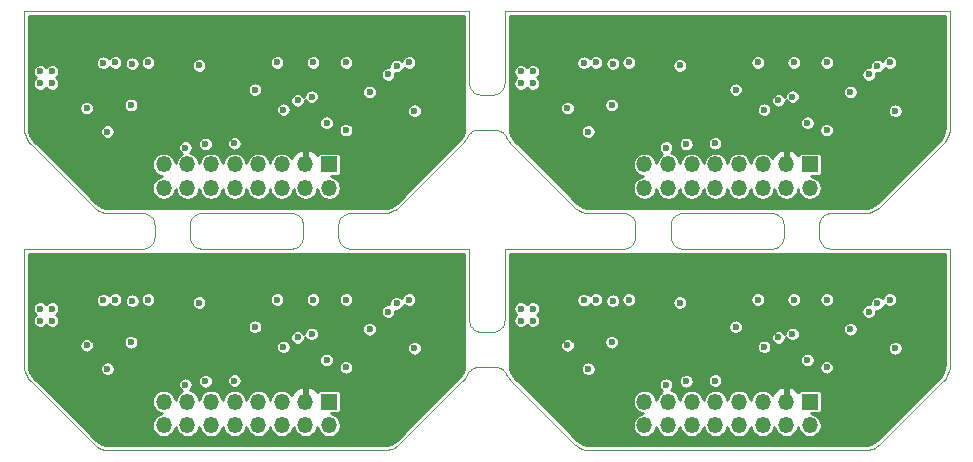
<source format=gbr>
G04 #@! TF.GenerationSoftware,KiCad,Pcbnew,5.1.5+dfsg1-2build2*
G04 #@! TF.CreationDate,2021-02-18T17:25:55-08:00*
G04 #@! TF.ProjectId,panel,70616e65-6c2e-46b6-9963-61645f706362,rev?*
G04 #@! TF.SameCoordinates,Original*
G04 #@! TF.FileFunction,Copper,L2,Inr*
G04 #@! TF.FilePolarity,Positive*
%FSLAX46Y46*%
G04 Gerber Fmt 4.6, Leading zero omitted, Abs format (unit mm)*
G04 Created by KiCad (PCBNEW 5.1.5+dfsg1-2build2) date 2021-02-18 17:25:55*
%MOMM*%
%LPD*%
G04 APERTURE LIST*
G04 #@! TA.AperFunction,Profile*
%ADD10C,0.100000*%
G04 #@! TD*
G04 #@! TA.AperFunction,ViaPad*
%ADD11R,1.350000X1.350000*%
G04 #@! TD*
G04 #@! TA.AperFunction,ViaPad*
%ADD12O,1.350000X1.350000*%
G04 #@! TD*
G04 #@! TA.AperFunction,ViaPad*
%ADD13C,0.600000*%
G04 #@! TD*
G04 #@! TA.AperFunction,Conductor*
%ADD14C,0.254000*%
G04 #@! TD*
G04 APERTURE END LIST*
D10*
X72644400Y-70082900D02*
X65059100Y-70082900D01*
X72741700Y-70078100D02*
X72644400Y-70082900D01*
X72837800Y-70063900D02*
X72741700Y-70078100D01*
X72932100Y-70040300D02*
X72837800Y-70063900D01*
X73023500Y-70007500D02*
X72932100Y-70040300D01*
X73111400Y-69966000D02*
X73023500Y-70007500D01*
X73194700Y-69916000D02*
X73111400Y-69966000D01*
X73272700Y-69858200D02*
X73194700Y-69916000D01*
X73344700Y-69792900D02*
X73272700Y-69858200D01*
X73410000Y-69720900D02*
X73344700Y-69792900D01*
X73467800Y-69642900D02*
X73410000Y-69720900D01*
X73517800Y-69559600D02*
X73467800Y-69642900D01*
X73559300Y-69471800D02*
X73517800Y-69559600D01*
X73592000Y-69380300D02*
X73559300Y-69471800D01*
X73615600Y-69286000D02*
X73592000Y-69380300D01*
X73629900Y-69189900D02*
X73615600Y-69286000D01*
X73634700Y-69092700D02*
X73629900Y-69189900D01*
X73634700Y-68074000D02*
X73634700Y-69092700D01*
X73629900Y-67976700D02*
X73634700Y-68074000D01*
X73615600Y-67880600D02*
X73629900Y-67976700D01*
X73592000Y-67786400D02*
X73615600Y-67880600D01*
X73559300Y-67694900D02*
X73592000Y-67786400D01*
X73517800Y-67607100D02*
X73559300Y-67694900D01*
X73467900Y-67523800D02*
X73517800Y-67607100D01*
X73410000Y-67445700D02*
X73467900Y-67523800D01*
X73344800Y-67373700D02*
X73410000Y-67445700D01*
X73272800Y-67308500D02*
X73344800Y-67373700D01*
X73194800Y-67250600D02*
X73272800Y-67308500D01*
X73111400Y-67200700D02*
X73194800Y-67250600D01*
X73023600Y-67159100D02*
X73111400Y-67200700D01*
X72932200Y-67126400D02*
X73023600Y-67159100D01*
X72837900Y-67102800D02*
X72932200Y-67126400D01*
X72741900Y-67088500D02*
X72837900Y-67102800D01*
X72644600Y-67083700D02*
X72741900Y-67088500D01*
X65059200Y-67082600D02*
X72644600Y-67083700D01*
X64961900Y-67087300D02*
X65059200Y-67082600D01*
X64865800Y-67101600D02*
X64961900Y-67087300D01*
X64771600Y-67125200D02*
X64865800Y-67101600D01*
X64680100Y-67157900D02*
X64771600Y-67125200D01*
X64592300Y-67199400D02*
X64680100Y-67157900D01*
X64508900Y-67249400D02*
X64592300Y-67199400D01*
X64430900Y-67307200D02*
X64508900Y-67249400D01*
X64358900Y-67372500D02*
X64430900Y-67307200D01*
X64293600Y-67444500D02*
X64358900Y-67372500D01*
X64235700Y-67522500D02*
X64293600Y-67444500D01*
X64185800Y-67605800D02*
X64235700Y-67522500D01*
X64144200Y-67693700D02*
X64185800Y-67605800D01*
X64111500Y-67785200D02*
X64144200Y-67693700D01*
X64087900Y-67879400D02*
X64111500Y-67785200D01*
X64073600Y-67975500D02*
X64087900Y-67879400D01*
X64068800Y-68072800D02*
X64073600Y-67975500D01*
X64068800Y-69092700D02*
X64068800Y-68072800D01*
X64073600Y-69189900D02*
X64068800Y-69092700D01*
X64087900Y-69286000D02*
X64073600Y-69189900D01*
X64111500Y-69380300D02*
X64087900Y-69286000D01*
X64144200Y-69471800D02*
X64111500Y-69380300D01*
X64185700Y-69559600D02*
X64144200Y-69471800D01*
X64235700Y-69642900D02*
X64185700Y-69559600D01*
X64293600Y-69720900D02*
X64235700Y-69642900D01*
X64358800Y-69792900D02*
X64293600Y-69720900D01*
X64430800Y-69858200D02*
X64358800Y-69792900D01*
X64508800Y-69916000D02*
X64430800Y-69858200D01*
X64592200Y-69966000D02*
X64508800Y-69916000D01*
X64680000Y-70007500D02*
X64592200Y-69966000D01*
X64771500Y-70040300D02*
X64680000Y-70007500D01*
X64865700Y-70063900D02*
X64771500Y-70040300D01*
X64961800Y-70078100D02*
X64865700Y-70063900D01*
X65059100Y-70082900D02*
X64961800Y-70078100D01*
X87488100Y-60734200D02*
X87533600Y-60632300D01*
X87381200Y-60919400D02*
X87488100Y-60734200D01*
X87255200Y-61092200D02*
X87381200Y-60919400D01*
X87107900Y-61254900D02*
X87255200Y-61092200D01*
X81868200Y-66494500D02*
X87107900Y-61254900D01*
X81718300Y-66630300D02*
X81868200Y-66494500D01*
X81560100Y-66747600D02*
X81718300Y-66630300D01*
X81402700Y-66842300D02*
X81560100Y-66747600D01*
X81380900Y-66853900D02*
X81402700Y-66842300D01*
X81214600Y-66932300D02*
X81380900Y-66853900D01*
X81041200Y-66994600D02*
X81214600Y-66932300D01*
X81017600Y-67001800D02*
X81041200Y-66994600D01*
X80839200Y-67046200D02*
X81017600Y-67001800D01*
X80645000Y-67075000D02*
X80839200Y-67046200D01*
X80442500Y-67084900D02*
X80645000Y-67075000D01*
X77627100Y-67084500D02*
X80442500Y-67084900D01*
X77529800Y-67089200D02*
X77627100Y-67084500D01*
X77433700Y-67103500D02*
X77529800Y-67089200D01*
X77339400Y-67127100D02*
X77433700Y-67103500D01*
X77247900Y-67159800D02*
X77339400Y-67127100D01*
X77160100Y-67201300D02*
X77247900Y-67159800D01*
X77076800Y-67251300D02*
X77160100Y-67201300D01*
X76998700Y-67309100D02*
X77076800Y-67251300D01*
X76926700Y-67374400D02*
X76998700Y-67309100D01*
X76861500Y-67446400D02*
X76926700Y-67374400D01*
X76803600Y-67524400D02*
X76861500Y-67446400D01*
X76753600Y-67607800D02*
X76803600Y-67524400D01*
X76712100Y-67695600D02*
X76753600Y-67607800D01*
X76679300Y-67787100D02*
X76712100Y-67695600D01*
X76655700Y-67881300D02*
X76679300Y-67787100D01*
X76641500Y-67977400D02*
X76655700Y-67881300D01*
X76636700Y-68074700D02*
X76641500Y-67977400D01*
X76636700Y-69092700D02*
X76636700Y-68074700D01*
X76641500Y-69189900D02*
X76636700Y-69092700D01*
X76655700Y-69286000D02*
X76641500Y-69189900D01*
X76679300Y-69380300D02*
X76655700Y-69286000D01*
X76712100Y-69471800D02*
X76679300Y-69380300D01*
X76753600Y-69559600D02*
X76712100Y-69471800D01*
X76803500Y-69642900D02*
X76753600Y-69559600D01*
X76861400Y-69720900D02*
X76803500Y-69642900D01*
X76926700Y-69792900D02*
X76861400Y-69720900D01*
X76998600Y-69858200D02*
X76926700Y-69792900D01*
X77076700Y-69916000D02*
X76998600Y-69858200D01*
X77160000Y-69966000D02*
X77076700Y-69916000D01*
X77247800Y-70007500D02*
X77160000Y-69966000D01*
X77339300Y-70040300D02*
X77247800Y-70007500D01*
X77433500Y-70063900D02*
X77339300Y-70040300D01*
X77529600Y-70078100D02*
X77433500Y-70063900D01*
X77626900Y-70082900D02*
X77529600Y-70078100D01*
X87686000Y-70082900D02*
X77626900Y-70082900D01*
X87694000Y-70084400D02*
X87686000Y-70082900D01*
X87698500Y-70089400D02*
X87694000Y-70084400D01*
X87699600Y-70096500D02*
X87698500Y-70089400D01*
X87702600Y-76135100D02*
X87699600Y-70096500D01*
X87707400Y-76232400D02*
X87702600Y-76135100D01*
X87721700Y-76328400D02*
X87707400Y-76232400D01*
X87745400Y-76422600D02*
X87721700Y-76328400D01*
X87778100Y-76514100D02*
X87745400Y-76422600D01*
X87819700Y-76601800D02*
X87778100Y-76514100D01*
X87869600Y-76685100D02*
X87819700Y-76601800D01*
X87927500Y-76763100D02*
X87869600Y-76685100D01*
X87992700Y-76835100D02*
X87927500Y-76763100D01*
X88064700Y-76900300D02*
X87992700Y-76835100D01*
X88142700Y-76958100D02*
X88064700Y-76900300D01*
X88226100Y-77008000D02*
X88142700Y-76958100D01*
X88313900Y-77049500D02*
X88226100Y-77008000D01*
X88405300Y-77082300D02*
X88313900Y-77049500D01*
X88499500Y-77105800D02*
X88405300Y-77082300D01*
X88595600Y-77120100D02*
X88499500Y-77105800D01*
X88692800Y-77124900D02*
X88595600Y-77120100D01*
X89712800Y-77124900D02*
X88692800Y-77124900D01*
X89810100Y-77120100D02*
X89712800Y-77124900D01*
X89906200Y-77105800D02*
X89810100Y-77120100D01*
X90000400Y-77082200D02*
X89906200Y-77105800D01*
X90091900Y-77049500D02*
X90000400Y-77082200D01*
X90179700Y-77008000D02*
X90091900Y-77049500D01*
X90263000Y-76958000D02*
X90179700Y-77008000D01*
X90341100Y-76900200D02*
X90263000Y-76958000D01*
X90413100Y-76834900D02*
X90341100Y-76900200D01*
X90478300Y-76763000D02*
X90413100Y-76834900D01*
X90536200Y-76685000D02*
X90478300Y-76763000D01*
X90586100Y-76601600D02*
X90536200Y-76685000D01*
X90627700Y-76513800D02*
X90586100Y-76601600D01*
X90660400Y-76422400D02*
X90627700Y-76513800D01*
X90684000Y-76328100D02*
X90660400Y-76422400D01*
X90698300Y-76232000D02*
X90684000Y-76328100D01*
X90703100Y-76134800D02*
X90698300Y-76232000D01*
X90704000Y-70096500D02*
X90703100Y-76134800D01*
X90705100Y-70089400D02*
X90704000Y-70096500D01*
X90708800Y-70084900D02*
X90705100Y-70089400D01*
X90717600Y-70082900D02*
X90708800Y-70084900D01*
X100780100Y-70082900D02*
X90717600Y-70082900D01*
X100877400Y-70078100D02*
X100780100Y-70082900D01*
X100973500Y-70063900D02*
X100877400Y-70078100D01*
X101067700Y-70040300D02*
X100973500Y-70063900D01*
X101159200Y-70007500D02*
X101067700Y-70040300D01*
X101247000Y-69966000D02*
X101159200Y-70007500D01*
X101330400Y-69916000D02*
X101247000Y-69966000D01*
X101408400Y-69858200D02*
X101330400Y-69916000D01*
X101480400Y-69792900D02*
X101408400Y-69858200D01*
X101545600Y-69720900D02*
X101480400Y-69792900D01*
X101603500Y-69642900D02*
X101545600Y-69720900D01*
X101653500Y-69559600D02*
X101603500Y-69642900D01*
X101695000Y-69471800D02*
X101653500Y-69559600D01*
X101727700Y-69380300D02*
X101695000Y-69471800D01*
X101751300Y-69286000D02*
X101727700Y-69380300D01*
X101765600Y-69189900D02*
X101751300Y-69286000D01*
X101770400Y-69092700D02*
X101765600Y-69189900D01*
X101770400Y-68072100D02*
X101770400Y-69092700D01*
X101765600Y-67974800D02*
X101770400Y-68072100D01*
X101751300Y-67878700D02*
X101765600Y-67974800D01*
X101727700Y-67784500D02*
X101751300Y-67878700D01*
X101695000Y-67693000D02*
X101727700Y-67784500D01*
X101653500Y-67605200D02*
X101695000Y-67693000D01*
X101603500Y-67521900D02*
X101653500Y-67605200D01*
X101545700Y-67443800D02*
X101603500Y-67521900D01*
X101480400Y-67371800D02*
X101545700Y-67443800D01*
X101408500Y-67306600D02*
X101480400Y-67371800D01*
X101330400Y-67248700D02*
X101408500Y-67306600D01*
X101247100Y-67198800D02*
X101330400Y-67248700D01*
X101159300Y-67157200D02*
X101247100Y-67198800D01*
X101067900Y-67124500D02*
X101159300Y-67157200D01*
X100973600Y-67100900D02*
X101067900Y-67124500D01*
X100877500Y-67086600D02*
X100973600Y-67100900D01*
X100780300Y-67081800D02*
X100877500Y-67086600D01*
X97956900Y-67081400D02*
X100780300Y-67081800D01*
X97725700Y-67068300D02*
X97956900Y-67081400D01*
X97504700Y-67030700D02*
X97725700Y-67068300D01*
X97289200Y-66968600D02*
X97504700Y-67030700D01*
X97082000Y-66882800D02*
X97289200Y-66968600D01*
X96885800Y-66774300D02*
X97082000Y-66882800D01*
X96702900Y-66644500D02*
X96885800Y-66774300D01*
X96530600Y-66490600D02*
X96702900Y-66644500D01*
X91289100Y-61251500D02*
X96530600Y-66490600D01*
X91157000Y-61105500D02*
X91289100Y-61251500D01*
X91040000Y-60947700D02*
X91157000Y-61105500D01*
X90939300Y-60779700D02*
X91040000Y-60947700D01*
X90858600Y-60609800D02*
X90939300Y-60779700D01*
X90810400Y-60520200D02*
X90858600Y-60609800D01*
X90753400Y-60436100D02*
X90810400Y-60520200D01*
X90688100Y-60358300D02*
X90753400Y-60436100D01*
X90615100Y-60287600D02*
X90688100Y-60358300D01*
X90535400Y-60224800D02*
X90615100Y-60287600D01*
X90449500Y-60170500D02*
X90535400Y-60224800D01*
X90358600Y-60125200D02*
X90449500Y-60170500D01*
X90263600Y-60089500D02*
X90358600Y-60125200D01*
X90165300Y-60063800D02*
X90263600Y-60089500D01*
X90065000Y-60048200D02*
X90165300Y-60063800D01*
X89963300Y-60043000D02*
X90065000Y-60048200D01*
X88439200Y-60043000D02*
X89963300Y-60043000D01*
X88343900Y-60047500D02*
X88439200Y-60043000D01*
X88249700Y-60061200D02*
X88343900Y-60047500D01*
X88157300Y-60083900D02*
X88249700Y-60061200D01*
X88067400Y-60115300D02*
X88157300Y-60083900D01*
X87981000Y-60155200D02*
X88067400Y-60115300D01*
X87898900Y-60203200D02*
X87981000Y-60155200D01*
X87821700Y-60258900D02*
X87898900Y-60203200D01*
X87750200Y-60321800D02*
X87821700Y-60258900D01*
X87685100Y-60391200D02*
X87750200Y-60321800D01*
X87627000Y-60466500D02*
X87685100Y-60391200D01*
X87576400Y-60547100D02*
X87627000Y-60466500D01*
X87533600Y-60632300D02*
X87576400Y-60547100D01*
X113348000Y-70082900D02*
X105762600Y-70082900D01*
X113445200Y-70078100D02*
X113348000Y-70082900D01*
X113541300Y-70063900D02*
X113445200Y-70078100D01*
X113635600Y-70040300D02*
X113541300Y-70063900D01*
X113727100Y-70007500D02*
X113635600Y-70040300D01*
X113814900Y-69966000D02*
X113727100Y-70007500D01*
X113898200Y-69916000D02*
X113814900Y-69966000D01*
X113976200Y-69858200D02*
X113898200Y-69916000D01*
X114048200Y-69792900D02*
X113976200Y-69858200D01*
X114113500Y-69720900D02*
X114048200Y-69792900D01*
X114171300Y-69642900D02*
X114113500Y-69720900D01*
X114221300Y-69559600D02*
X114171300Y-69642900D01*
X114262800Y-69471800D02*
X114221300Y-69559600D01*
X114295600Y-69380300D02*
X114262800Y-69471800D01*
X114319200Y-69286000D02*
X114295600Y-69380300D01*
X114333400Y-69189900D02*
X114319200Y-69286000D01*
X114338200Y-69092700D02*
X114333400Y-69189900D01*
X114338200Y-68074000D02*
X114338200Y-69092700D01*
X114333400Y-67976700D02*
X114338200Y-68074000D01*
X114319200Y-67880600D02*
X114333400Y-67976700D01*
X114295600Y-67786400D02*
X114319200Y-67880600D01*
X114262800Y-67694900D02*
X114295600Y-67786400D01*
X114221300Y-67607100D02*
X114262800Y-67694900D01*
X114171400Y-67523800D02*
X114221300Y-67607100D01*
X114113500Y-67445700D02*
X114171400Y-67523800D01*
X114048300Y-67373700D02*
X114113500Y-67445700D01*
X113976300Y-67308500D02*
X114048300Y-67373700D01*
X113898300Y-67250600D02*
X113976300Y-67308500D01*
X113815000Y-67200700D02*
X113898300Y-67250600D01*
X113727200Y-67159100D02*
X113815000Y-67200700D01*
X113635700Y-67126400D02*
X113727200Y-67159100D01*
X113541500Y-67102800D02*
X113635700Y-67126400D01*
X113445400Y-67088500D02*
X113541500Y-67102800D01*
X113348100Y-67083700D02*
X113445400Y-67088500D01*
X105762800Y-67082600D02*
X113348100Y-67083700D01*
X105665500Y-67087300D02*
X105762800Y-67082600D01*
X105569400Y-67101600D02*
X105665500Y-67087300D01*
X105475100Y-67125200D02*
X105569400Y-67101600D01*
X105383600Y-67157900D02*
X105475100Y-67125200D01*
X105295800Y-67199400D02*
X105383600Y-67157900D01*
X105212400Y-67249400D02*
X105295800Y-67199400D01*
X105134400Y-67307200D02*
X105212400Y-67249400D01*
X105062400Y-67372500D02*
X105134400Y-67307200D01*
X104997100Y-67444500D02*
X105062400Y-67372500D01*
X104939200Y-67522500D02*
X104997100Y-67444500D01*
X104889300Y-67605800D02*
X104939200Y-67522500D01*
X104847700Y-67693700D02*
X104889300Y-67605800D01*
X104815000Y-67785200D02*
X104847700Y-67693700D01*
X104791400Y-67879400D02*
X104815000Y-67785200D01*
X104777100Y-67975500D02*
X104791400Y-67879400D01*
X104772400Y-68072800D02*
X104777100Y-67975500D01*
X104772400Y-69092700D02*
X104772400Y-68072800D01*
X104777100Y-69189900D02*
X104772400Y-69092700D01*
X104791400Y-69286000D02*
X104777100Y-69189900D01*
X104815000Y-69380300D02*
X104791400Y-69286000D01*
X104847700Y-69471800D02*
X104815000Y-69380300D01*
X104889300Y-69559600D02*
X104847700Y-69471800D01*
X104939200Y-69642900D02*
X104889300Y-69559600D01*
X104997100Y-69720900D02*
X104939200Y-69642900D01*
X105062300Y-69792900D02*
X104997100Y-69720900D01*
X105134300Y-69858200D02*
X105062300Y-69792900D01*
X105212400Y-69916000D02*
X105134300Y-69858200D01*
X105295700Y-69966000D02*
X105212400Y-69916000D01*
X105383500Y-70007500D02*
X105295700Y-69966000D01*
X105475000Y-70040300D02*
X105383500Y-70007500D01*
X105569200Y-70063900D02*
X105475000Y-70040300D01*
X105665300Y-70078100D02*
X105569200Y-70063900D01*
X105762600Y-70082900D02*
X105665300Y-70078100D01*
X50001300Y-50006400D02*
X50000500Y-50011600D01*
X50003800Y-50002300D02*
X50001300Y-50006400D01*
X50007900Y-49999800D02*
X50003800Y-50002300D01*
X50014100Y-49999000D02*
X50007900Y-49999800D01*
X87691200Y-49999500D02*
X50014100Y-49999000D01*
X87697600Y-50003800D02*
X87691200Y-49999500D01*
X87699600Y-50012600D02*
X87697600Y-50003800D01*
X87702600Y-56051200D02*
X87699600Y-50012600D01*
X87707400Y-56148400D02*
X87702600Y-56051200D01*
X87721700Y-56244500D02*
X87707400Y-56148400D01*
X87745400Y-56338700D02*
X87721700Y-56244500D01*
X87778100Y-56430100D02*
X87745400Y-56338700D01*
X87819700Y-56517900D02*
X87778100Y-56430100D01*
X87869600Y-56601200D02*
X87819700Y-56517900D01*
X87927500Y-56679200D02*
X87869600Y-56601200D01*
X87992700Y-56751200D02*
X87927500Y-56679200D01*
X88064700Y-56816400D02*
X87992700Y-56751200D01*
X88142700Y-56874200D02*
X88064700Y-56816400D01*
X88226100Y-56924100D02*
X88142700Y-56874200D01*
X88313900Y-56965600D02*
X88226100Y-56924100D01*
X88405300Y-56998300D02*
X88313900Y-56965600D01*
X88499500Y-57021900D02*
X88405300Y-56998300D01*
X88595600Y-57036200D02*
X88499500Y-57021900D01*
X88692800Y-57041000D02*
X88595600Y-57036200D01*
X89712800Y-57041000D02*
X88692800Y-57041000D01*
X89810100Y-57036200D02*
X89712800Y-57041000D01*
X89906200Y-57021900D02*
X89810100Y-57036200D01*
X90000400Y-56998300D02*
X89906200Y-57021900D01*
X90091900Y-56965600D02*
X90000400Y-56998300D01*
X90179700Y-56924100D02*
X90091900Y-56965600D01*
X90263000Y-56874100D02*
X90179700Y-56924100D01*
X90341100Y-56816300D02*
X90263000Y-56874100D01*
X90413100Y-56751000D02*
X90341100Y-56816300D01*
X90478300Y-56679100D02*
X90413100Y-56751000D01*
X90536200Y-56601000D02*
X90478300Y-56679100D01*
X90586100Y-56517700D02*
X90536200Y-56601000D01*
X90627700Y-56429900D02*
X90586100Y-56517700D01*
X90660400Y-56338500D02*
X90627700Y-56429900D01*
X90684000Y-56244200D02*
X90660400Y-56338500D01*
X90698300Y-56148100D02*
X90684000Y-56244200D01*
X90703100Y-56050900D02*
X90698300Y-56148100D01*
X90704000Y-50012600D02*
X90703100Y-56050900D01*
X90706000Y-50003800D02*
X90704000Y-50012600D01*
X90712400Y-49999500D02*
X90706000Y-50003800D01*
X128389500Y-49999000D02*
X90712400Y-49999500D01*
X128396600Y-50000100D02*
X128389500Y-49999000D01*
X128401600Y-50004600D02*
X128396600Y-50000100D01*
X128403100Y-50012600D02*
X128401600Y-50004600D01*
X128407700Y-59912500D02*
X128403100Y-50012600D01*
X128386800Y-60125800D02*
X128407700Y-59912500D01*
X128346700Y-60321800D02*
X128386800Y-60125800D01*
X128339900Y-60347700D02*
X128346700Y-60321800D01*
X128278400Y-60538200D02*
X128339900Y-60347700D01*
X128197500Y-60721900D02*
X128278400Y-60538200D01*
X128185400Y-60745700D02*
X128197500Y-60721900D01*
X128091700Y-60908000D02*
X128185400Y-60745700D01*
X128077300Y-60930100D02*
X128091700Y-60908000D01*
X127959100Y-61091700D02*
X128077300Y-60930100D01*
X127811300Y-61254900D02*
X127959100Y-61091700D01*
X122571700Y-66494500D02*
X127811300Y-61254900D01*
X122421800Y-66630300D02*
X122571700Y-66494500D01*
X122263700Y-66747600D02*
X122421800Y-66630300D01*
X122106200Y-66842300D02*
X122263700Y-66747600D01*
X122084400Y-66853900D02*
X122106200Y-66842300D01*
X121918100Y-66932300D02*
X122084400Y-66853900D01*
X121744700Y-66994600D02*
X121918100Y-66932300D01*
X121721100Y-67001800D02*
X121744700Y-66994600D01*
X121542700Y-67046200D02*
X121721100Y-67001800D01*
X121348000Y-67075000D02*
X121542700Y-67046200D01*
X121146000Y-67084900D02*
X121348000Y-67075000D01*
X118330600Y-67084500D02*
X121146000Y-67084900D01*
X118233300Y-67089200D02*
X118330600Y-67084500D01*
X118137200Y-67103500D02*
X118233300Y-67089200D01*
X118042900Y-67127100D02*
X118137200Y-67103500D01*
X117951500Y-67159800D02*
X118042900Y-67127100D01*
X117863600Y-67201300D02*
X117951500Y-67159800D01*
X117780300Y-67251300D02*
X117863600Y-67201300D01*
X117702200Y-67309100D02*
X117780300Y-67251300D01*
X117630200Y-67374400D02*
X117702200Y-67309100D01*
X117565000Y-67446400D02*
X117630200Y-67374400D01*
X117507100Y-67524400D02*
X117565000Y-67446400D01*
X117457100Y-67607800D02*
X117507100Y-67524400D01*
X117415600Y-67695600D02*
X117457100Y-67607800D01*
X117382800Y-67787100D02*
X117415600Y-67695600D01*
X117359200Y-67881300D02*
X117382800Y-67787100D01*
X117345000Y-67977400D02*
X117359200Y-67881300D01*
X117340200Y-68074700D02*
X117345000Y-67977400D01*
X117340200Y-69092700D02*
X117340200Y-68074700D01*
X117345000Y-69189900D02*
X117340200Y-69092700D01*
X117359200Y-69286000D02*
X117345000Y-69189900D01*
X117382800Y-69380300D02*
X117359200Y-69286000D01*
X117415600Y-69471800D02*
X117382800Y-69380300D01*
X117457100Y-69559600D02*
X117415600Y-69471800D01*
X117507100Y-69642900D02*
X117457100Y-69559600D01*
X117564900Y-69720900D02*
X117507100Y-69642900D01*
X117630200Y-69792900D02*
X117564900Y-69720900D01*
X117702200Y-69858200D02*
X117630200Y-69792900D01*
X117780200Y-69916000D02*
X117702200Y-69858200D01*
X117863500Y-69966000D02*
X117780200Y-69916000D01*
X117951300Y-70007500D02*
X117863500Y-69966000D01*
X118042800Y-70040300D02*
X117951300Y-70007500D01*
X118137100Y-70063900D02*
X118042800Y-70040300D01*
X118233200Y-70078100D02*
X118137100Y-70063900D01*
X118330400Y-70082900D02*
X118233200Y-70078100D01*
X128389500Y-70082900D02*
X118330400Y-70082900D01*
X128396600Y-70084000D02*
X128389500Y-70082900D01*
X128400500Y-70086900D02*
X128396600Y-70084000D01*
X128403100Y-70096500D02*
X128400500Y-70086900D01*
X128408000Y-79984300D02*
X128403100Y-70096500D01*
X128406800Y-80008900D02*
X128408000Y-79984300D01*
X128388500Y-80196100D02*
X128406800Y-80008900D01*
X128384500Y-80222500D02*
X128388500Y-80196100D01*
X128343500Y-80419100D02*
X128384500Y-80222500D01*
X128278200Y-80622600D02*
X128343500Y-80419100D01*
X128191800Y-80817700D02*
X128278200Y-80622600D01*
X128085000Y-81002900D02*
X128191800Y-80817700D01*
X127959100Y-81175700D02*
X128085000Y-81002900D01*
X127815500Y-81334500D02*
X127959100Y-81175700D01*
X122567200Y-86582800D02*
X127815500Y-81334500D01*
X122421400Y-86714600D02*
X122567200Y-86582800D01*
X122264100Y-86831200D02*
X122421400Y-86714600D01*
X122095600Y-86932200D02*
X122264100Y-86831200D01*
X121929200Y-87011300D02*
X122095600Y-86932200D01*
X121906400Y-87020700D02*
X121929200Y-87011300D01*
X121744700Y-87078500D02*
X121906400Y-87020700D01*
X121721100Y-87085700D02*
X121744700Y-87078500D01*
X121542300Y-87130200D02*
X121721100Y-87085700D01*
X121348000Y-87158900D02*
X121542300Y-87130200D01*
X121146000Y-87168800D02*
X121348000Y-87158900D01*
X97956900Y-87165300D02*
X121146000Y-87168800D01*
X97726300Y-87152300D02*
X97956900Y-87165300D01*
X97505200Y-87114800D02*
X97726300Y-87152300D01*
X97289200Y-87052500D02*
X97505200Y-87114800D01*
X97095200Y-86972600D02*
X97289200Y-87052500D01*
X97069800Y-86960400D02*
X97095200Y-86972600D01*
X96886200Y-86858500D02*
X97069800Y-86960400D01*
X96714400Y-86737100D02*
X96886200Y-86858500D01*
X96692400Y-86719600D02*
X96714400Y-86737100D01*
X96535800Y-86579500D02*
X96692400Y-86719600D01*
X91289100Y-81335400D02*
X96535800Y-86579500D01*
X91157000Y-81189400D02*
X91289100Y-81335400D01*
X91040300Y-81032100D02*
X91157000Y-81189400D01*
X90939300Y-80863600D02*
X91040300Y-81032100D01*
X90858600Y-80693800D02*
X90939300Y-80863600D01*
X90810400Y-80604100D02*
X90858600Y-80693800D01*
X90753400Y-80520000D02*
X90810400Y-80604100D01*
X90688100Y-80442200D02*
X90753400Y-80520000D01*
X90615100Y-80371600D02*
X90688100Y-80442200D01*
X90535400Y-80308700D02*
X90615100Y-80371600D01*
X90449500Y-80254400D02*
X90535400Y-80308700D01*
X90358600Y-80209100D02*
X90449500Y-80254400D01*
X90263600Y-80173400D02*
X90358600Y-80209100D01*
X90165300Y-80147700D02*
X90263600Y-80173400D01*
X90065000Y-80132100D02*
X90165300Y-80147700D01*
X89963300Y-80126900D02*
X90065000Y-80132100D01*
X88439200Y-80126900D02*
X89963300Y-80126900D01*
X88343900Y-80131500D02*
X88439200Y-80126900D01*
X88249700Y-80145100D02*
X88343900Y-80131500D01*
X88157300Y-80167800D02*
X88249700Y-80145100D01*
X88067400Y-80199200D02*
X88157300Y-80167800D01*
X87981000Y-80239100D02*
X88067400Y-80199200D01*
X87898900Y-80287100D02*
X87981000Y-80239100D01*
X87821700Y-80342800D02*
X87898900Y-80287100D01*
X87750200Y-80405700D02*
X87821700Y-80342800D01*
X87685100Y-80475100D02*
X87750200Y-80405700D01*
X87627000Y-80550400D02*
X87685100Y-80475100D01*
X87576400Y-80631000D02*
X87627000Y-80550400D01*
X87533600Y-80716300D02*
X87576400Y-80631000D01*
X87488100Y-80818100D02*
X87533600Y-80716300D01*
X87381200Y-81003300D02*
X87488100Y-80818100D01*
X87255600Y-81175700D02*
X87381200Y-81003300D01*
X87112000Y-81334500D02*
X87255600Y-81175700D01*
X81863800Y-86582600D02*
X87112000Y-81334500D01*
X81718300Y-86714300D02*
X81863800Y-86582600D01*
X81570500Y-86824300D02*
X81718300Y-86714300D01*
X81550000Y-86838000D02*
X81570500Y-86824300D01*
X81391700Y-86932400D02*
X81550000Y-86838000D01*
X81214600Y-87016200D02*
X81391700Y-86932400D01*
X81041200Y-87078500D02*
X81214600Y-87016200D01*
X81017600Y-87085700D02*
X81041200Y-87078500D01*
X80839200Y-87130100D02*
X81017600Y-87085700D01*
X80644500Y-87158900D02*
X80839200Y-87130100D01*
X80442500Y-87168800D02*
X80644500Y-87158900D01*
X57253400Y-87165300D02*
X80442500Y-87168800D01*
X57022800Y-87152300D02*
X57253400Y-87165300D01*
X56815300Y-87117500D02*
X57022800Y-87152300D01*
X56787800Y-87111200D02*
X56815300Y-87117500D01*
X56599400Y-87056900D02*
X56787800Y-87111200D01*
X56573100Y-87047700D02*
X56599400Y-87056900D01*
X56378500Y-86966700D02*
X56573100Y-87047700D01*
X56182200Y-86858200D02*
X56378500Y-86966700D01*
X55999400Y-86728400D02*
X56182200Y-86858200D01*
X55827100Y-86574600D02*
X55999400Y-86728400D01*
X50585500Y-81335400D02*
X55827100Y-86574600D01*
X50453500Y-81189400D02*
X50585500Y-81335400D01*
X50336500Y-81031700D02*
X50453500Y-81189400D01*
X50235500Y-80863200D02*
X50336500Y-81031700D01*
X50151500Y-80685600D02*
X50235500Y-80863200D01*
X50085500Y-80501100D02*
X50151500Y-80685600D01*
X50037800Y-80310500D02*
X50085500Y-80501100D01*
X50008900Y-80116200D02*
X50037800Y-80310500D01*
X49999100Y-79919700D02*
X50008900Y-80116200D01*
X50001000Y-70091300D02*
X49999100Y-79919700D01*
X50005300Y-70084900D02*
X50001000Y-70091300D01*
X50014100Y-70082900D02*
X50005300Y-70084900D01*
X60076600Y-70082900D02*
X50014100Y-70082900D01*
X60173900Y-70078100D02*
X60076600Y-70082900D01*
X60270000Y-70063900D02*
X60173900Y-70078100D01*
X60364200Y-70040300D02*
X60270000Y-70063900D01*
X60455700Y-70007500D02*
X60364200Y-70040300D01*
X60543500Y-69966000D02*
X60455700Y-70007500D01*
X60626800Y-69916000D02*
X60543500Y-69966000D01*
X60704900Y-69858200D02*
X60626800Y-69916000D01*
X60776900Y-69792900D02*
X60704900Y-69858200D01*
X60842100Y-69720900D02*
X60776900Y-69792900D01*
X60900000Y-69642900D02*
X60842100Y-69720900D01*
X60949900Y-69559600D02*
X60900000Y-69642900D01*
X60991500Y-69471800D02*
X60949900Y-69559600D01*
X61024200Y-69380300D02*
X60991500Y-69471800D01*
X61047800Y-69286000D02*
X61024200Y-69380300D01*
X61062100Y-69189900D02*
X61047800Y-69286000D01*
X61066800Y-69092700D02*
X61062100Y-69189900D01*
X61066800Y-68072100D02*
X61066800Y-69092700D01*
X61062100Y-67974800D02*
X61066800Y-68072100D01*
X61047800Y-67878700D02*
X61062100Y-67974800D01*
X61024200Y-67784500D02*
X61047800Y-67878700D01*
X60991500Y-67693000D02*
X61024200Y-67784500D01*
X60950000Y-67605200D02*
X60991500Y-67693000D01*
X60900000Y-67521900D02*
X60950000Y-67605200D01*
X60842200Y-67443800D02*
X60900000Y-67521900D01*
X60776900Y-67371800D02*
X60842200Y-67443800D01*
X60704900Y-67306600D02*
X60776900Y-67371800D01*
X60626900Y-67248700D02*
X60704900Y-67306600D01*
X60543600Y-67198800D02*
X60626900Y-67248700D01*
X60455800Y-67157200D02*
X60543600Y-67198800D01*
X60364300Y-67124500D02*
X60455800Y-67157200D01*
X60270100Y-67100900D02*
X60364300Y-67124500D01*
X60174000Y-67086600D02*
X60270100Y-67100900D01*
X60076700Y-67081800D02*
X60174000Y-67086600D01*
X57253400Y-67081400D02*
X60076700Y-67081800D01*
X57036300Y-67069600D02*
X57253400Y-67081400D01*
X57008600Y-67066400D02*
X57036300Y-67069600D01*
X56801700Y-67030900D02*
X57008600Y-67066400D01*
X56586200Y-66968800D02*
X56801700Y-67030900D01*
X56379000Y-66883000D02*
X56586200Y-66968800D01*
X56182200Y-66774300D02*
X56379000Y-66883000D01*
X55999400Y-66644500D02*
X56182200Y-66774300D01*
X55827100Y-66490700D02*
X55999400Y-66644500D01*
X50589800Y-61255800D02*
X55827100Y-66490700D01*
X50453500Y-61105500D02*
X50589800Y-61255800D01*
X50343800Y-60958100D02*
X50453500Y-61105500D01*
X50330200Y-60937800D02*
X50343800Y-60958100D01*
X50235700Y-60779700D02*
X50330200Y-60937800D01*
X50156600Y-60613200D02*
X50235700Y-60779700D01*
X50147200Y-60590400D02*
X50156600Y-60613200D01*
X50085400Y-60416700D02*
X50147200Y-60590400D01*
X50040400Y-60238500D02*
X50085400Y-60416700D01*
X50035600Y-60214300D02*
X50040400Y-60238500D01*
X50008900Y-60031800D02*
X50035600Y-60214300D01*
X49999100Y-59836000D02*
X50008900Y-60031800D01*
X50000500Y-50011600D02*
X49999100Y-59836000D01*
D11*
G04 #@! TO.N,Board_4-/PTT*
G04 #@! TO.C,J1*
X116551022Y-83037911D03*
D12*
G04 #@! TO.N,Board_4-/GPIO2*
X116551022Y-85037911D03*
G04 #@! TO.N,Board_4-+5V*
X114551022Y-83037911D03*
G04 #@! TO.N,Board_4-/GPIO1*
X114551022Y-85037911D03*
G04 #@! TO.N,Board_4-/CTCSS_DET*
X112551022Y-83037911D03*
G04 #@! TO.N,Board_4-/GPIO4*
X112551022Y-85037911D03*
G04 #@! TO.N,Board_4-/LEFT_OUT*
X110551022Y-83037911D03*
G04 #@! TO.N,Board_4-GND*
X110551022Y-85037911D03*
G04 #@! TO.N,Board_4-/COR_DET*
X108551022Y-83037911D03*
G04 #@! TO.N,Board_4-/GPIO5*
X108551022Y-85037911D03*
G04 #@! TO.N,Board_4-/AUDIO_OUT*
X106551022Y-83037911D03*
G04 #@! TO.N,Board_4-/GPIO6*
X106551022Y-85037911D03*
G04 #@! TO.N,Board_4-/MIC*
X104551022Y-83037911D03*
G04 #@! TO.N,Board_4-/GPIO7*
X104551022Y-85037911D03*
G04 #@! TO.N,Board_4-/GPIO8*
X102551022Y-83037911D03*
G04 #@! TO.N,Board_4-+12V*
X102551022Y-85037911D03*
G04 #@! TD*
D11*
G04 #@! TO.N,Board_3-/PTT*
G04 #@! TO.C,J1*
X75847501Y-83037911D03*
D12*
G04 #@! TO.N,Board_3-/GPIO2*
X75847501Y-85037911D03*
G04 #@! TO.N,Board_3-+5V*
X73847501Y-83037911D03*
G04 #@! TO.N,Board_3-/GPIO1*
X73847501Y-85037911D03*
G04 #@! TO.N,Board_3-/CTCSS_DET*
X71847501Y-83037911D03*
G04 #@! TO.N,Board_3-/GPIO4*
X71847501Y-85037911D03*
G04 #@! TO.N,Board_3-/LEFT_OUT*
X69847501Y-83037911D03*
G04 #@! TO.N,Board_3-GND*
X69847501Y-85037911D03*
G04 #@! TO.N,Board_3-/COR_DET*
X67847501Y-83037911D03*
G04 #@! TO.N,Board_3-/GPIO5*
X67847501Y-85037911D03*
G04 #@! TO.N,Board_3-/AUDIO_OUT*
X65847501Y-83037911D03*
G04 #@! TO.N,Board_3-/GPIO6*
X65847501Y-85037911D03*
G04 #@! TO.N,Board_3-/MIC*
X63847501Y-83037911D03*
G04 #@! TO.N,Board_3-/GPIO7*
X63847501Y-85037911D03*
G04 #@! TO.N,Board_3-/GPIO8*
X61847501Y-83037911D03*
G04 #@! TO.N,Board_3-+12V*
X61847501Y-85037911D03*
G04 #@! TD*
D11*
G04 #@! TO.N,Board_2-/PTT*
G04 #@! TO.C,J1*
X116551022Y-62954001D03*
D12*
G04 #@! TO.N,Board_2-/GPIO2*
X116551022Y-64954001D03*
G04 #@! TO.N,Board_2-+5V*
X114551022Y-62954001D03*
G04 #@! TO.N,Board_2-/GPIO1*
X114551022Y-64954001D03*
G04 #@! TO.N,Board_2-/CTCSS_DET*
X112551022Y-62954001D03*
G04 #@! TO.N,Board_2-/GPIO4*
X112551022Y-64954001D03*
G04 #@! TO.N,Board_2-/LEFT_OUT*
X110551022Y-62954001D03*
G04 #@! TO.N,Board_2-GND*
X110551022Y-64954001D03*
G04 #@! TO.N,Board_2-/COR_DET*
X108551022Y-62954001D03*
G04 #@! TO.N,Board_2-/GPIO5*
X108551022Y-64954001D03*
G04 #@! TO.N,Board_2-/AUDIO_OUT*
X106551022Y-62954001D03*
G04 #@! TO.N,Board_2-/GPIO6*
X106551022Y-64954001D03*
G04 #@! TO.N,Board_2-/MIC*
X104551022Y-62954001D03*
G04 #@! TO.N,Board_2-/GPIO7*
X104551022Y-64954001D03*
G04 #@! TO.N,Board_2-/GPIO8*
X102551022Y-62954001D03*
G04 #@! TO.N,Board_2-+12V*
X102551022Y-64954001D03*
G04 #@! TD*
D11*
G04 #@! TO.N,Board_1-/PTT*
G04 #@! TO.C,J1*
X75847501Y-62954001D03*
D12*
G04 #@! TO.N,Board_1-/GPIO2*
X75847501Y-64954001D03*
G04 #@! TO.N,Board_1-+5V*
X73847501Y-62954001D03*
G04 #@! TO.N,Board_1-/GPIO1*
X73847501Y-64954001D03*
G04 #@! TO.N,Board_1-/CTCSS_DET*
X71847501Y-62954001D03*
G04 #@! TO.N,Board_1-/GPIO4*
X71847501Y-64954001D03*
G04 #@! TO.N,Board_1-/LEFT_OUT*
X69847501Y-62954001D03*
G04 #@! TO.N,Board_1-GND*
X69847501Y-64954001D03*
G04 #@! TO.N,Board_1-/COR_DET*
X67847501Y-62954001D03*
G04 #@! TO.N,Board_1-/GPIO5*
X67847501Y-64954001D03*
G04 #@! TO.N,Board_1-/AUDIO_OUT*
X65847501Y-62954001D03*
G04 #@! TO.N,Board_1-/GPIO6*
X65847501Y-64954001D03*
G04 #@! TO.N,Board_1-/MIC*
X63847501Y-62954001D03*
G04 #@! TO.N,Board_1-/GPIO7*
X63847501Y-64954001D03*
G04 #@! TO.N,Board_1-/GPIO8*
X61847501Y-62954001D03*
G04 #@! TO.N,Board_1-+12V*
X61847501Y-64954001D03*
G04 #@! TD*
D13*
G04 #@! TO.N,Board_1-+5V*
X74793562Y-60292795D03*
X84142601Y-56858001D03*
X71696601Y-56604001D03*
X63827268Y-54576539D03*
X54272501Y-54572001D03*
X67124601Y-55969001D03*
X70774601Y-57624001D03*
X66574601Y-57424001D03*
X84274601Y-58324001D03*
X84274601Y-59324001D03*
X71974601Y-60824001D03*
G04 #@! TO.N,Board_1-/AIN_6DB*
X56717865Y-54358559D03*
G04 #@! TO.N,Board_1-/AUDIO_OUT*
X63674601Y-61524001D03*
G04 #@! TO.N,Board_1-/COR_DET*
X67824601Y-61174001D03*
G04 #@! TO.N,Board_1-/EEP_CK*
X77275692Y-60048229D03*
G04 #@! TO.N,Board_1-/EEP_CS*
X81574601Y-54624001D03*
G04 #@! TO.N,Board_1-/EEP_DI*
X75639411Y-59433872D03*
G04 #@! TO.N,Board_1-/EEP_DO*
X74374601Y-57224001D03*
G04 #@! TO.N,Board_1-/GPIO1*
X82618601Y-54318001D03*
G04 #@! TO.N,Board_1-/GPIO2*
X80840601Y-55334001D03*
G04 #@! TO.N,Board_1-/GPIO4*
X77284601Y-54318001D03*
G04 #@! TO.N,Board_1-/GPIO5*
X74490601Y-54318001D03*
G04 #@! TO.N,Board_1-/GPIO6*
X71442601Y-54318001D03*
G04 #@! TO.N,Board_1-/GPIO7*
X60520601Y-54318001D03*
G04 #@! TO.N,Board_1-/GPIO8*
X57726601Y-54318001D03*
G04 #@! TO.N,Board_1-/LEFT_OUT*
X65374601Y-61224001D03*
G04 #@! TO.N,Board_1-/MIC_AC*
X64838601Y-54572001D03*
G04 #@! TO.N,Board_1-/RIGHT_OUT*
X59174601Y-54424001D03*
X55324601Y-58186001D03*
X59074601Y-57923999D03*
G04 #@! TO.N,Board_1-GND*
X51376601Y-55080001D03*
X51376601Y-56096001D03*
X52392601Y-56096001D03*
X52392601Y-55080001D03*
X69574601Y-56624001D03*
X83074601Y-58424001D03*
X57074601Y-60174001D03*
X79274601Y-56824001D03*
X71974601Y-58324001D03*
X73174601Y-57524001D03*
G04 #@! TO.N,Board_2-+5V*
X115497083Y-60292795D03*
X124846122Y-56858001D03*
X112400122Y-56604001D03*
X104530789Y-54576539D03*
X94976022Y-54572001D03*
X107828122Y-55969001D03*
X111478122Y-57624001D03*
X107278122Y-57424001D03*
X124978122Y-58324001D03*
X124978122Y-59324001D03*
X112678122Y-60824001D03*
G04 #@! TO.N,Board_2-/AIN_6DB*
X97421386Y-54358559D03*
G04 #@! TO.N,Board_2-/AUDIO_OUT*
X104378122Y-61524001D03*
G04 #@! TO.N,Board_2-/COR_DET*
X108528122Y-61174001D03*
G04 #@! TO.N,Board_2-/EEP_CK*
X117979213Y-60048229D03*
G04 #@! TO.N,Board_2-/EEP_CS*
X122278122Y-54624001D03*
G04 #@! TO.N,Board_2-/EEP_DI*
X116342932Y-59433872D03*
G04 #@! TO.N,Board_2-/EEP_DO*
X115078122Y-57224001D03*
G04 #@! TO.N,Board_2-/GPIO1*
X123322122Y-54318001D03*
G04 #@! TO.N,Board_2-/GPIO2*
X121544122Y-55334001D03*
G04 #@! TO.N,Board_2-/GPIO4*
X117988122Y-54318001D03*
G04 #@! TO.N,Board_2-/GPIO5*
X115194122Y-54318001D03*
G04 #@! TO.N,Board_2-/GPIO6*
X112146122Y-54318001D03*
G04 #@! TO.N,Board_2-/GPIO7*
X101224122Y-54318001D03*
G04 #@! TO.N,Board_2-/GPIO8*
X98430122Y-54318001D03*
G04 #@! TO.N,Board_2-/LEFT_OUT*
X106078122Y-61224001D03*
G04 #@! TO.N,Board_2-/MIC_AC*
X105542122Y-54572001D03*
G04 #@! TO.N,Board_2-/RIGHT_OUT*
X99878122Y-54424001D03*
X96028122Y-58186001D03*
X99778122Y-57923999D03*
G04 #@! TO.N,Board_2-GND*
X92080122Y-55080001D03*
X92080122Y-56096001D03*
X93096122Y-56096001D03*
X93096122Y-55080001D03*
X110278122Y-56624001D03*
X123778122Y-58424001D03*
X97778122Y-60174001D03*
X119978122Y-56824001D03*
X112678122Y-58324001D03*
X113878122Y-57524001D03*
G04 #@! TO.N,Board_3-+5V*
X74793562Y-80376705D03*
X84142601Y-76941911D03*
X71696601Y-76687911D03*
X63827268Y-74660449D03*
X54272501Y-74655911D03*
X67124601Y-76052911D03*
X70774601Y-77707911D03*
X66574601Y-77507911D03*
X84274601Y-78407911D03*
X84274601Y-79407911D03*
X71974601Y-80907911D03*
G04 #@! TO.N,Board_3-/AIN_6DB*
X56717865Y-74442469D03*
G04 #@! TO.N,Board_3-/AUDIO_OUT*
X63674601Y-81607911D03*
G04 #@! TO.N,Board_3-/COR_DET*
X67824601Y-81257911D03*
G04 #@! TO.N,Board_3-/EEP_CK*
X77275692Y-80132139D03*
G04 #@! TO.N,Board_3-/EEP_CS*
X81574601Y-74707911D03*
G04 #@! TO.N,Board_3-/EEP_DI*
X75639411Y-79517782D03*
G04 #@! TO.N,Board_3-/EEP_DO*
X74374601Y-77307911D03*
G04 #@! TO.N,Board_3-/GPIO1*
X82618601Y-74401911D03*
G04 #@! TO.N,Board_3-/GPIO2*
X80840601Y-75417911D03*
G04 #@! TO.N,Board_3-/GPIO4*
X77284601Y-74401911D03*
G04 #@! TO.N,Board_3-/GPIO5*
X74490601Y-74401911D03*
G04 #@! TO.N,Board_3-/GPIO6*
X71442601Y-74401911D03*
G04 #@! TO.N,Board_3-/GPIO7*
X60520601Y-74401911D03*
G04 #@! TO.N,Board_3-/GPIO8*
X57726601Y-74401911D03*
G04 #@! TO.N,Board_3-/LEFT_OUT*
X65374601Y-81307911D03*
G04 #@! TO.N,Board_3-/MIC_AC*
X64838601Y-74655911D03*
G04 #@! TO.N,Board_3-/RIGHT_OUT*
X59174601Y-74507911D03*
X55324601Y-78269911D03*
X59074601Y-78007909D03*
G04 #@! TO.N,Board_3-GND*
X51376601Y-75163911D03*
X51376601Y-76179911D03*
X52392601Y-76179911D03*
X52392601Y-75163911D03*
X69574601Y-76707911D03*
X83074601Y-78507911D03*
X57074601Y-80257911D03*
X79274601Y-76907911D03*
X71974601Y-78407911D03*
X73174601Y-77607911D03*
G04 #@! TO.N,Board_4-+5V*
X115497083Y-80376705D03*
X124846122Y-76941911D03*
X112400122Y-76687911D03*
X104530789Y-74660449D03*
X94976022Y-74655911D03*
X107828122Y-76052911D03*
X111478122Y-77707911D03*
X107278122Y-77507911D03*
X124978122Y-78407911D03*
X124978122Y-79407911D03*
X112678122Y-80907911D03*
G04 #@! TO.N,Board_4-/AIN_6DB*
X97421386Y-74442469D03*
G04 #@! TO.N,Board_4-/AUDIO_OUT*
X104378122Y-81607911D03*
G04 #@! TO.N,Board_4-/COR_DET*
X108528122Y-81257911D03*
G04 #@! TO.N,Board_4-/EEP_CK*
X117979213Y-80132139D03*
G04 #@! TO.N,Board_4-/EEP_CS*
X122278122Y-74707911D03*
G04 #@! TO.N,Board_4-/EEP_DI*
X116342932Y-79517782D03*
G04 #@! TO.N,Board_4-/EEP_DO*
X115078122Y-77307911D03*
G04 #@! TO.N,Board_4-/GPIO1*
X123322122Y-74401911D03*
G04 #@! TO.N,Board_4-/GPIO2*
X121544122Y-75417911D03*
G04 #@! TO.N,Board_4-/GPIO4*
X117988122Y-74401911D03*
G04 #@! TO.N,Board_4-/GPIO5*
X115194122Y-74401911D03*
G04 #@! TO.N,Board_4-/GPIO6*
X112146122Y-74401911D03*
G04 #@! TO.N,Board_4-/GPIO7*
X101224122Y-74401911D03*
G04 #@! TO.N,Board_4-/GPIO8*
X98430122Y-74401911D03*
G04 #@! TO.N,Board_4-/LEFT_OUT*
X106078122Y-81307911D03*
G04 #@! TO.N,Board_4-/MIC_AC*
X105542122Y-74655911D03*
G04 #@! TO.N,Board_4-/RIGHT_OUT*
X99878122Y-74507911D03*
X96028122Y-78269911D03*
X99778122Y-78007909D03*
G04 #@! TO.N,Board_4-GND*
X92080122Y-75163911D03*
X92080122Y-76179911D03*
X93096122Y-76179911D03*
X93096122Y-75163911D03*
X110278122Y-76707911D03*
X123778122Y-78507911D03*
X97778122Y-80257911D03*
X119978122Y-76907911D03*
X112678122Y-78407911D03*
X113878122Y-77607911D03*
G04 #@! TD*
D14*
G04 #@! TO.N,Board_1-+5V*
G36*
X87270205Y-59814953D02*
G01*
X87238186Y-60140979D01*
X87149525Y-60434473D01*
X87005543Y-60705160D01*
X86798528Y-60958905D01*
X81575804Y-66181530D01*
X81322815Y-66389338D01*
X81052611Y-66534221D01*
X80759413Y-66623860D01*
X80434146Y-66656900D01*
X57267351Y-66653404D01*
X56941336Y-66621389D01*
X56647834Y-66532727D01*
X56377153Y-66388750D01*
X56123918Y-66182154D01*
X52795428Y-62855313D01*
X60845501Y-62855313D01*
X60845501Y-63052689D01*
X60884008Y-63246274D01*
X60959540Y-63428626D01*
X61069197Y-63592739D01*
X61208763Y-63732305D01*
X61372876Y-63841962D01*
X61555228Y-63917494D01*
X61738758Y-63954001D01*
X61555228Y-63990508D01*
X61372876Y-64066040D01*
X61208763Y-64175697D01*
X61069197Y-64315263D01*
X60959540Y-64479376D01*
X60884008Y-64661728D01*
X60845501Y-64855313D01*
X60845501Y-65052689D01*
X60884008Y-65246274D01*
X60959540Y-65428626D01*
X61069197Y-65592739D01*
X61208763Y-65732305D01*
X61372876Y-65841962D01*
X61555228Y-65917494D01*
X61748813Y-65956001D01*
X61946189Y-65956001D01*
X62139774Y-65917494D01*
X62322126Y-65841962D01*
X62486239Y-65732305D01*
X62625805Y-65592739D01*
X62735462Y-65428626D01*
X62810994Y-65246274D01*
X62847501Y-65062744D01*
X62884008Y-65246274D01*
X62959540Y-65428626D01*
X63069197Y-65592739D01*
X63208763Y-65732305D01*
X63372876Y-65841962D01*
X63555228Y-65917494D01*
X63748813Y-65956001D01*
X63946189Y-65956001D01*
X64139774Y-65917494D01*
X64322126Y-65841962D01*
X64486239Y-65732305D01*
X64625805Y-65592739D01*
X64735462Y-65428626D01*
X64810994Y-65246274D01*
X64847501Y-65062744D01*
X64884008Y-65246274D01*
X64959540Y-65428626D01*
X65069197Y-65592739D01*
X65208763Y-65732305D01*
X65372876Y-65841962D01*
X65555228Y-65917494D01*
X65748813Y-65956001D01*
X65946189Y-65956001D01*
X66139774Y-65917494D01*
X66322126Y-65841962D01*
X66486239Y-65732305D01*
X66625805Y-65592739D01*
X66735462Y-65428626D01*
X66810994Y-65246274D01*
X66847501Y-65062744D01*
X66884008Y-65246274D01*
X66959540Y-65428626D01*
X67069197Y-65592739D01*
X67208763Y-65732305D01*
X67372876Y-65841962D01*
X67555228Y-65917494D01*
X67748813Y-65956001D01*
X67946189Y-65956001D01*
X68139774Y-65917494D01*
X68322126Y-65841962D01*
X68486239Y-65732305D01*
X68625805Y-65592739D01*
X68735462Y-65428626D01*
X68810994Y-65246274D01*
X68847501Y-65062744D01*
X68884008Y-65246274D01*
X68959540Y-65428626D01*
X69069197Y-65592739D01*
X69208763Y-65732305D01*
X69372876Y-65841962D01*
X69555228Y-65917494D01*
X69748813Y-65956001D01*
X69946189Y-65956001D01*
X70139774Y-65917494D01*
X70322126Y-65841962D01*
X70486239Y-65732305D01*
X70625805Y-65592739D01*
X70735462Y-65428626D01*
X70810994Y-65246274D01*
X70847501Y-65062744D01*
X70884008Y-65246274D01*
X70959540Y-65428626D01*
X71069197Y-65592739D01*
X71208763Y-65732305D01*
X71372876Y-65841962D01*
X71555228Y-65917494D01*
X71748813Y-65956001D01*
X71946189Y-65956001D01*
X72139774Y-65917494D01*
X72322126Y-65841962D01*
X72486239Y-65732305D01*
X72625805Y-65592739D01*
X72735462Y-65428626D01*
X72810994Y-65246274D01*
X72847501Y-65062744D01*
X72884008Y-65246274D01*
X72959540Y-65428626D01*
X73069197Y-65592739D01*
X73208763Y-65732305D01*
X73372876Y-65841962D01*
X73555228Y-65917494D01*
X73748813Y-65956001D01*
X73946189Y-65956001D01*
X74139774Y-65917494D01*
X74322126Y-65841962D01*
X74486239Y-65732305D01*
X74625805Y-65592739D01*
X74735462Y-65428626D01*
X74810994Y-65246274D01*
X74847501Y-65062744D01*
X74884008Y-65246274D01*
X74959540Y-65428626D01*
X75069197Y-65592739D01*
X75208763Y-65732305D01*
X75372876Y-65841962D01*
X75555228Y-65917494D01*
X75748813Y-65956001D01*
X75946189Y-65956001D01*
X76139774Y-65917494D01*
X76322126Y-65841962D01*
X76486239Y-65732305D01*
X76625805Y-65592739D01*
X76735462Y-65428626D01*
X76810994Y-65246274D01*
X76849501Y-65052689D01*
X76849501Y-64855313D01*
X76810994Y-64661728D01*
X76735462Y-64479376D01*
X76625805Y-64315263D01*
X76486239Y-64175697D01*
X76322126Y-64066040D01*
X76139774Y-63990508D01*
X75974251Y-63957583D01*
X76522501Y-63957583D01*
X76586604Y-63951269D01*
X76648244Y-63932571D01*
X76705051Y-63902207D01*
X76754844Y-63861344D01*
X76795707Y-63811551D01*
X76826071Y-63754744D01*
X76844769Y-63693104D01*
X76851083Y-63629001D01*
X76851083Y-62279001D01*
X76844769Y-62214898D01*
X76826071Y-62153258D01*
X76795707Y-62096451D01*
X76754844Y-62046658D01*
X76705051Y-62005795D01*
X76648244Y-61975431D01*
X76586604Y-61956733D01*
X76522501Y-61950419D01*
X75172501Y-61950419D01*
X75108398Y-61956733D01*
X75046758Y-61975431D01*
X74989951Y-62005795D01*
X74940158Y-62046658D01*
X74899295Y-62096451D01*
X74873912Y-62143939D01*
X74718728Y-61975698D01*
X74511130Y-61824528D01*
X74278029Y-61716763D01*
X74176901Y-61686091D01*
X73974501Y-61809777D01*
X73974501Y-62827001D01*
X73994501Y-62827001D01*
X73994501Y-63081001D01*
X73974501Y-63081001D01*
X73974501Y-63101001D01*
X73720501Y-63101001D01*
X73720501Y-63081001D01*
X73700501Y-63081001D01*
X73700501Y-62827001D01*
X73720501Y-62827001D01*
X73720501Y-61809777D01*
X73518101Y-61686091D01*
X73416973Y-61716763D01*
X73183872Y-61824528D01*
X72976274Y-61975698D01*
X72802157Y-62164464D01*
X72669758Y-62381043D01*
X72625805Y-62315263D01*
X72486239Y-62175697D01*
X72322126Y-62066040D01*
X72139774Y-61990508D01*
X71946189Y-61952001D01*
X71748813Y-61952001D01*
X71555228Y-61990508D01*
X71372876Y-62066040D01*
X71208763Y-62175697D01*
X71069197Y-62315263D01*
X70959540Y-62479376D01*
X70884008Y-62661728D01*
X70847501Y-62845258D01*
X70810994Y-62661728D01*
X70735462Y-62479376D01*
X70625805Y-62315263D01*
X70486239Y-62175697D01*
X70322126Y-62066040D01*
X70139774Y-61990508D01*
X69946189Y-61952001D01*
X69748813Y-61952001D01*
X69555228Y-61990508D01*
X69372876Y-62066040D01*
X69208763Y-62175697D01*
X69069197Y-62315263D01*
X68959540Y-62479376D01*
X68884008Y-62661728D01*
X68847501Y-62845258D01*
X68810994Y-62661728D01*
X68735462Y-62479376D01*
X68625805Y-62315263D01*
X68486239Y-62175697D01*
X68322126Y-62066040D01*
X68139774Y-61990508D01*
X67946189Y-61952001D01*
X67748813Y-61952001D01*
X67555228Y-61990508D01*
X67372876Y-62066040D01*
X67208763Y-62175697D01*
X67069197Y-62315263D01*
X66959540Y-62479376D01*
X66884008Y-62661728D01*
X66847501Y-62845258D01*
X66810994Y-62661728D01*
X66735462Y-62479376D01*
X66625805Y-62315263D01*
X66486239Y-62175697D01*
X66322126Y-62066040D01*
X66139774Y-61990508D01*
X65946189Y-61952001D01*
X65748813Y-61952001D01*
X65555228Y-61990508D01*
X65372876Y-62066040D01*
X65208763Y-62175697D01*
X65069197Y-62315263D01*
X64959540Y-62479376D01*
X64884008Y-62661728D01*
X64847501Y-62845258D01*
X64810994Y-62661728D01*
X64735462Y-62479376D01*
X64625805Y-62315263D01*
X64486239Y-62175697D01*
X64322126Y-62066040D01*
X64139774Y-61990508D01*
X64102267Y-61983047D01*
X64161624Y-61923690D01*
X64230241Y-61820997D01*
X64277506Y-61706890D01*
X64301601Y-61585755D01*
X64301601Y-61462247D01*
X64277506Y-61341112D01*
X64230241Y-61227005D01*
X64186972Y-61162247D01*
X64747601Y-61162247D01*
X64747601Y-61285755D01*
X64771696Y-61406890D01*
X64818961Y-61520997D01*
X64887578Y-61623690D01*
X64974912Y-61711024D01*
X65077605Y-61779641D01*
X65191712Y-61826906D01*
X65312847Y-61851001D01*
X65436355Y-61851001D01*
X65557490Y-61826906D01*
X65671597Y-61779641D01*
X65774290Y-61711024D01*
X65861624Y-61623690D01*
X65930241Y-61520997D01*
X65977506Y-61406890D01*
X66001601Y-61285755D01*
X66001601Y-61162247D01*
X65991656Y-61112247D01*
X67197601Y-61112247D01*
X67197601Y-61235755D01*
X67221696Y-61356890D01*
X67268961Y-61470997D01*
X67337578Y-61573690D01*
X67424912Y-61661024D01*
X67527605Y-61729641D01*
X67641712Y-61776906D01*
X67762847Y-61801001D01*
X67886355Y-61801001D01*
X68007490Y-61776906D01*
X68121597Y-61729641D01*
X68224290Y-61661024D01*
X68311624Y-61573690D01*
X68380241Y-61470997D01*
X68427506Y-61356890D01*
X68451601Y-61235755D01*
X68451601Y-61112247D01*
X68427506Y-60991112D01*
X68380241Y-60877005D01*
X68311624Y-60774312D01*
X68224290Y-60686978D01*
X68121597Y-60618361D01*
X68007490Y-60571096D01*
X67886355Y-60547001D01*
X67762847Y-60547001D01*
X67641712Y-60571096D01*
X67527605Y-60618361D01*
X67424912Y-60686978D01*
X67337578Y-60774312D01*
X67268961Y-60877005D01*
X67221696Y-60991112D01*
X67197601Y-61112247D01*
X65991656Y-61112247D01*
X65977506Y-61041112D01*
X65930241Y-60927005D01*
X65861624Y-60824312D01*
X65774290Y-60736978D01*
X65671597Y-60668361D01*
X65557490Y-60621096D01*
X65436355Y-60597001D01*
X65312847Y-60597001D01*
X65191712Y-60621096D01*
X65077605Y-60668361D01*
X64974912Y-60736978D01*
X64887578Y-60824312D01*
X64818961Y-60927005D01*
X64771696Y-61041112D01*
X64747601Y-61162247D01*
X64186972Y-61162247D01*
X64161624Y-61124312D01*
X64074290Y-61036978D01*
X63971597Y-60968361D01*
X63857490Y-60921096D01*
X63736355Y-60897001D01*
X63612847Y-60897001D01*
X63491712Y-60921096D01*
X63377605Y-60968361D01*
X63274912Y-61036978D01*
X63187578Y-61124312D01*
X63118961Y-61227005D01*
X63071696Y-61341112D01*
X63047601Y-61462247D01*
X63047601Y-61585755D01*
X63071696Y-61706890D01*
X63118961Y-61820997D01*
X63187578Y-61923690D01*
X63274912Y-62011024D01*
X63365063Y-62071261D01*
X63208763Y-62175697D01*
X63069197Y-62315263D01*
X62959540Y-62479376D01*
X62884008Y-62661728D01*
X62847501Y-62845258D01*
X62810994Y-62661728D01*
X62735462Y-62479376D01*
X62625805Y-62315263D01*
X62486239Y-62175697D01*
X62322126Y-62066040D01*
X62139774Y-61990508D01*
X61946189Y-61952001D01*
X61748813Y-61952001D01*
X61555228Y-61990508D01*
X61372876Y-62066040D01*
X61208763Y-62175697D01*
X61069197Y-62315263D01*
X60959540Y-62479376D01*
X60884008Y-62661728D01*
X60845501Y-62855313D01*
X52795428Y-62855313D01*
X50903108Y-60963932D01*
X50694775Y-60710428D01*
X50549828Y-60440260D01*
X50460118Y-60147084D01*
X50456571Y-60112247D01*
X56447601Y-60112247D01*
X56447601Y-60235755D01*
X56471696Y-60356890D01*
X56518961Y-60470997D01*
X56587578Y-60573690D01*
X56674912Y-60661024D01*
X56777605Y-60729641D01*
X56891712Y-60776906D01*
X57012847Y-60801001D01*
X57136355Y-60801001D01*
X57257490Y-60776906D01*
X57371597Y-60729641D01*
X57474290Y-60661024D01*
X57561624Y-60573690D01*
X57630241Y-60470997D01*
X57677506Y-60356890D01*
X57701601Y-60235755D01*
X57701601Y-60112247D01*
X57677506Y-59991112D01*
X57630241Y-59877005D01*
X57561624Y-59774312D01*
X57474290Y-59686978D01*
X57371597Y-59618361D01*
X57257490Y-59571096D01*
X57136355Y-59547001D01*
X57012847Y-59547001D01*
X56891712Y-59571096D01*
X56777605Y-59618361D01*
X56674912Y-59686978D01*
X56587578Y-59774312D01*
X56518961Y-59877005D01*
X56471696Y-59991112D01*
X56447601Y-60112247D01*
X50456571Y-60112247D01*
X50427002Y-59821845D01*
X50427070Y-59372118D01*
X75012411Y-59372118D01*
X75012411Y-59495626D01*
X75036506Y-59616761D01*
X75083771Y-59730868D01*
X75152388Y-59833561D01*
X75239722Y-59920895D01*
X75342415Y-59989512D01*
X75456522Y-60036777D01*
X75577657Y-60060872D01*
X75701165Y-60060872D01*
X75822300Y-60036777D01*
X75936407Y-59989512D01*
X75940952Y-59986475D01*
X76648692Y-59986475D01*
X76648692Y-60109983D01*
X76672787Y-60231118D01*
X76720052Y-60345225D01*
X76788669Y-60447918D01*
X76876003Y-60535252D01*
X76978696Y-60603869D01*
X77092803Y-60651134D01*
X77213938Y-60675229D01*
X77337446Y-60675229D01*
X77458581Y-60651134D01*
X77572688Y-60603869D01*
X77675381Y-60535252D01*
X77762715Y-60447918D01*
X77831332Y-60345225D01*
X77878597Y-60231118D01*
X77902692Y-60109983D01*
X77902692Y-59986475D01*
X77878597Y-59865340D01*
X77831332Y-59751233D01*
X77762715Y-59648540D01*
X77675381Y-59561206D01*
X77572688Y-59492589D01*
X77458581Y-59445324D01*
X77337446Y-59421229D01*
X77213938Y-59421229D01*
X77092803Y-59445324D01*
X76978696Y-59492589D01*
X76876003Y-59561206D01*
X76788669Y-59648540D01*
X76720052Y-59751233D01*
X76672787Y-59865340D01*
X76648692Y-59986475D01*
X75940952Y-59986475D01*
X76039100Y-59920895D01*
X76126434Y-59833561D01*
X76195051Y-59730868D01*
X76242316Y-59616761D01*
X76266411Y-59495626D01*
X76266411Y-59372118D01*
X76242316Y-59250983D01*
X76195051Y-59136876D01*
X76126434Y-59034183D01*
X76039100Y-58946849D01*
X75936407Y-58878232D01*
X75822300Y-58830967D01*
X75701165Y-58806872D01*
X75577657Y-58806872D01*
X75456522Y-58830967D01*
X75342415Y-58878232D01*
X75239722Y-58946849D01*
X75152388Y-59034183D01*
X75083771Y-59136876D01*
X75036506Y-59250983D01*
X75012411Y-59372118D01*
X50427070Y-59372118D01*
X50427261Y-58124247D01*
X54697601Y-58124247D01*
X54697601Y-58247755D01*
X54721696Y-58368890D01*
X54768961Y-58482997D01*
X54837578Y-58585690D01*
X54924912Y-58673024D01*
X55027605Y-58741641D01*
X55141712Y-58788906D01*
X55262847Y-58813001D01*
X55386355Y-58813001D01*
X55507490Y-58788906D01*
X55621597Y-58741641D01*
X55724290Y-58673024D01*
X55811624Y-58585690D01*
X55880241Y-58482997D01*
X55927506Y-58368890D01*
X55951601Y-58247755D01*
X55951601Y-58124247D01*
X55927506Y-58003112D01*
X55880241Y-57889005D01*
X55862361Y-57862245D01*
X58447601Y-57862245D01*
X58447601Y-57985753D01*
X58471696Y-58106888D01*
X58518961Y-58220995D01*
X58587578Y-58323688D01*
X58674912Y-58411022D01*
X58777605Y-58479639D01*
X58891712Y-58526904D01*
X59012847Y-58550999D01*
X59136355Y-58550999D01*
X59257490Y-58526904D01*
X59371597Y-58479639D01*
X59474290Y-58411022D01*
X59561624Y-58323688D01*
X59602677Y-58262247D01*
X71347601Y-58262247D01*
X71347601Y-58385755D01*
X71371696Y-58506890D01*
X71418961Y-58620997D01*
X71487578Y-58723690D01*
X71574912Y-58811024D01*
X71677605Y-58879641D01*
X71791712Y-58926906D01*
X71912847Y-58951001D01*
X72036355Y-58951001D01*
X72157490Y-58926906D01*
X72271597Y-58879641D01*
X72374290Y-58811024D01*
X72461624Y-58723690D01*
X72530241Y-58620997D01*
X72577506Y-58506890D01*
X72601601Y-58385755D01*
X72601601Y-58362247D01*
X82447601Y-58362247D01*
X82447601Y-58485755D01*
X82471696Y-58606890D01*
X82518961Y-58720997D01*
X82587578Y-58823690D01*
X82674912Y-58911024D01*
X82777605Y-58979641D01*
X82891712Y-59026906D01*
X83012847Y-59051001D01*
X83136355Y-59051001D01*
X83257490Y-59026906D01*
X83371597Y-58979641D01*
X83474290Y-58911024D01*
X83561624Y-58823690D01*
X83630241Y-58720997D01*
X83677506Y-58606890D01*
X83701601Y-58485755D01*
X83701601Y-58362247D01*
X83677506Y-58241112D01*
X83630241Y-58127005D01*
X83561624Y-58024312D01*
X83474290Y-57936978D01*
X83371597Y-57868361D01*
X83257490Y-57821096D01*
X83136355Y-57797001D01*
X83012847Y-57797001D01*
X82891712Y-57821096D01*
X82777605Y-57868361D01*
X82674912Y-57936978D01*
X82587578Y-58024312D01*
X82518961Y-58127005D01*
X82471696Y-58241112D01*
X82447601Y-58362247D01*
X72601601Y-58362247D01*
X72601601Y-58262247D01*
X72577506Y-58141112D01*
X72530241Y-58027005D01*
X72461624Y-57924312D01*
X72374290Y-57836978D01*
X72271597Y-57768361D01*
X72157490Y-57721096D01*
X72036355Y-57697001D01*
X71912847Y-57697001D01*
X71791712Y-57721096D01*
X71677605Y-57768361D01*
X71574912Y-57836978D01*
X71487578Y-57924312D01*
X71418961Y-58027005D01*
X71371696Y-58141112D01*
X71347601Y-58262247D01*
X59602677Y-58262247D01*
X59630241Y-58220995D01*
X59677506Y-58106888D01*
X59701601Y-57985753D01*
X59701601Y-57862245D01*
X59677506Y-57741110D01*
X59630241Y-57627003D01*
X59561624Y-57524310D01*
X59499561Y-57462247D01*
X72547601Y-57462247D01*
X72547601Y-57585755D01*
X72571696Y-57706890D01*
X72618961Y-57820997D01*
X72687578Y-57923690D01*
X72774912Y-58011024D01*
X72877605Y-58079641D01*
X72991712Y-58126906D01*
X73112847Y-58151001D01*
X73236355Y-58151001D01*
X73357490Y-58126906D01*
X73471597Y-58079641D01*
X73574290Y-58011024D01*
X73661624Y-57923690D01*
X73730241Y-57820997D01*
X73777506Y-57706890D01*
X73801601Y-57585755D01*
X73801601Y-57479087D01*
X73818961Y-57520997D01*
X73887578Y-57623690D01*
X73974912Y-57711024D01*
X74077605Y-57779641D01*
X74191712Y-57826906D01*
X74312847Y-57851001D01*
X74436355Y-57851001D01*
X74557490Y-57826906D01*
X74671597Y-57779641D01*
X74774290Y-57711024D01*
X74861624Y-57623690D01*
X74930241Y-57520997D01*
X74977506Y-57406890D01*
X75001601Y-57285755D01*
X75001601Y-57162247D01*
X74977506Y-57041112D01*
X74930241Y-56927005D01*
X74861624Y-56824312D01*
X74799559Y-56762247D01*
X78647601Y-56762247D01*
X78647601Y-56885755D01*
X78671696Y-57006890D01*
X78718961Y-57120997D01*
X78787578Y-57223690D01*
X78874912Y-57311024D01*
X78977605Y-57379641D01*
X79091712Y-57426906D01*
X79212847Y-57451001D01*
X79336355Y-57451001D01*
X79457490Y-57426906D01*
X79571597Y-57379641D01*
X79674290Y-57311024D01*
X79761624Y-57223690D01*
X79830241Y-57120997D01*
X79877506Y-57006890D01*
X79901601Y-56885755D01*
X79901601Y-56762247D01*
X79877506Y-56641112D01*
X79830241Y-56527005D01*
X79761624Y-56424312D01*
X79674290Y-56336978D01*
X79571597Y-56268361D01*
X79457490Y-56221096D01*
X79336355Y-56197001D01*
X79212847Y-56197001D01*
X79091712Y-56221096D01*
X78977605Y-56268361D01*
X78874912Y-56336978D01*
X78787578Y-56424312D01*
X78718961Y-56527005D01*
X78671696Y-56641112D01*
X78647601Y-56762247D01*
X74799559Y-56762247D01*
X74774290Y-56736978D01*
X74671597Y-56668361D01*
X74557490Y-56621096D01*
X74436355Y-56597001D01*
X74312847Y-56597001D01*
X74191712Y-56621096D01*
X74077605Y-56668361D01*
X73974912Y-56736978D01*
X73887578Y-56824312D01*
X73818961Y-56927005D01*
X73771696Y-57041112D01*
X73747601Y-57162247D01*
X73747601Y-57268915D01*
X73730241Y-57227005D01*
X73661624Y-57124312D01*
X73574290Y-57036978D01*
X73471597Y-56968361D01*
X73357490Y-56921096D01*
X73236355Y-56897001D01*
X73112847Y-56897001D01*
X72991712Y-56921096D01*
X72877605Y-56968361D01*
X72774912Y-57036978D01*
X72687578Y-57124312D01*
X72618961Y-57227005D01*
X72571696Y-57341112D01*
X72547601Y-57462247D01*
X59499561Y-57462247D01*
X59474290Y-57436976D01*
X59371597Y-57368359D01*
X59257490Y-57321094D01*
X59136355Y-57296999D01*
X59012847Y-57296999D01*
X58891712Y-57321094D01*
X58777605Y-57368359D01*
X58674912Y-57436976D01*
X58587578Y-57524310D01*
X58518961Y-57627003D01*
X58471696Y-57741110D01*
X58447601Y-57862245D01*
X55862361Y-57862245D01*
X55811624Y-57786312D01*
X55724290Y-57698978D01*
X55621597Y-57630361D01*
X55507490Y-57583096D01*
X55386355Y-57559001D01*
X55262847Y-57559001D01*
X55141712Y-57583096D01*
X55027605Y-57630361D01*
X54924912Y-57698978D01*
X54837578Y-57786312D01*
X54768961Y-57889005D01*
X54721696Y-58003112D01*
X54697601Y-58124247D01*
X50427261Y-58124247D01*
X50427735Y-55018247D01*
X50749601Y-55018247D01*
X50749601Y-55141755D01*
X50773696Y-55262890D01*
X50820961Y-55376997D01*
X50889578Y-55479690D01*
X50976912Y-55567024D01*
X51008306Y-55588001D01*
X50976912Y-55608978D01*
X50889578Y-55696312D01*
X50820961Y-55799005D01*
X50773696Y-55913112D01*
X50749601Y-56034247D01*
X50749601Y-56157755D01*
X50773696Y-56278890D01*
X50820961Y-56392997D01*
X50889578Y-56495690D01*
X50976912Y-56583024D01*
X51079605Y-56651641D01*
X51193712Y-56698906D01*
X51314847Y-56723001D01*
X51438355Y-56723001D01*
X51559490Y-56698906D01*
X51673597Y-56651641D01*
X51776290Y-56583024D01*
X51863624Y-56495690D01*
X51884601Y-56464296D01*
X51905578Y-56495690D01*
X51992912Y-56583024D01*
X52095605Y-56651641D01*
X52209712Y-56698906D01*
X52330847Y-56723001D01*
X52454355Y-56723001D01*
X52575490Y-56698906D01*
X52689597Y-56651641D01*
X52792290Y-56583024D01*
X52813067Y-56562247D01*
X68947601Y-56562247D01*
X68947601Y-56685755D01*
X68971696Y-56806890D01*
X69018961Y-56920997D01*
X69087578Y-57023690D01*
X69174912Y-57111024D01*
X69277605Y-57179641D01*
X69391712Y-57226906D01*
X69512847Y-57251001D01*
X69636355Y-57251001D01*
X69757490Y-57226906D01*
X69871597Y-57179641D01*
X69974290Y-57111024D01*
X70061624Y-57023690D01*
X70130241Y-56920997D01*
X70177506Y-56806890D01*
X70201601Y-56685755D01*
X70201601Y-56562247D01*
X70177506Y-56441112D01*
X70130241Y-56327005D01*
X70061624Y-56224312D01*
X69974290Y-56136978D01*
X69871597Y-56068361D01*
X69757490Y-56021096D01*
X69636355Y-55997001D01*
X69512847Y-55997001D01*
X69391712Y-56021096D01*
X69277605Y-56068361D01*
X69174912Y-56136978D01*
X69087578Y-56224312D01*
X69018961Y-56327005D01*
X68971696Y-56441112D01*
X68947601Y-56562247D01*
X52813067Y-56562247D01*
X52879624Y-56495690D01*
X52948241Y-56392997D01*
X52995506Y-56278890D01*
X53019601Y-56157755D01*
X53019601Y-56034247D01*
X52995506Y-55913112D01*
X52948241Y-55799005D01*
X52879624Y-55696312D01*
X52792290Y-55608978D01*
X52760896Y-55588001D01*
X52792290Y-55567024D01*
X52879624Y-55479690D01*
X52948241Y-55376997D01*
X52991630Y-55272247D01*
X80213601Y-55272247D01*
X80213601Y-55395755D01*
X80237696Y-55516890D01*
X80284961Y-55630997D01*
X80353578Y-55733690D01*
X80440912Y-55821024D01*
X80543605Y-55889641D01*
X80657712Y-55936906D01*
X80778847Y-55961001D01*
X80902355Y-55961001D01*
X81023490Y-55936906D01*
X81137597Y-55889641D01*
X81240290Y-55821024D01*
X81327624Y-55733690D01*
X81396241Y-55630997D01*
X81443506Y-55516890D01*
X81467601Y-55395755D01*
X81467601Y-55272247D01*
X81461337Y-55240755D01*
X81512847Y-55251001D01*
X81636355Y-55251001D01*
X81757490Y-55226906D01*
X81871597Y-55179641D01*
X81974290Y-55111024D01*
X82061624Y-55023690D01*
X82130241Y-54920997D01*
X82177506Y-54806890D01*
X82184685Y-54770797D01*
X82218912Y-54805024D01*
X82321605Y-54873641D01*
X82435712Y-54920906D01*
X82556847Y-54945001D01*
X82680355Y-54945001D01*
X82801490Y-54920906D01*
X82915597Y-54873641D01*
X83018290Y-54805024D01*
X83105624Y-54717690D01*
X83174241Y-54614997D01*
X83221506Y-54500890D01*
X83245601Y-54379755D01*
X83245601Y-54256247D01*
X83221506Y-54135112D01*
X83174241Y-54021005D01*
X83105624Y-53918312D01*
X83018290Y-53830978D01*
X82915597Y-53762361D01*
X82801490Y-53715096D01*
X82680355Y-53691001D01*
X82556847Y-53691001D01*
X82435712Y-53715096D01*
X82321605Y-53762361D01*
X82218912Y-53830978D01*
X82131578Y-53918312D01*
X82062961Y-54021005D01*
X82015696Y-54135112D01*
X82008517Y-54171205D01*
X81974290Y-54136978D01*
X81871597Y-54068361D01*
X81757490Y-54021096D01*
X81636355Y-53997001D01*
X81512847Y-53997001D01*
X81391712Y-54021096D01*
X81277605Y-54068361D01*
X81174912Y-54136978D01*
X81087578Y-54224312D01*
X81018961Y-54327005D01*
X80971696Y-54441112D01*
X80947601Y-54562247D01*
X80947601Y-54685755D01*
X80953865Y-54717247D01*
X80902355Y-54707001D01*
X80778847Y-54707001D01*
X80657712Y-54731096D01*
X80543605Y-54778361D01*
X80440912Y-54846978D01*
X80353578Y-54934312D01*
X80284961Y-55037005D01*
X80237696Y-55151112D01*
X80213601Y-55272247D01*
X52991630Y-55272247D01*
X52995506Y-55262890D01*
X53019601Y-55141755D01*
X53019601Y-55018247D01*
X52995506Y-54897112D01*
X52948241Y-54783005D01*
X52879624Y-54680312D01*
X52792290Y-54592978D01*
X52689597Y-54524361D01*
X52575490Y-54477096D01*
X52454355Y-54453001D01*
X52330847Y-54453001D01*
X52209712Y-54477096D01*
X52095605Y-54524361D01*
X51992912Y-54592978D01*
X51905578Y-54680312D01*
X51884601Y-54711706D01*
X51863624Y-54680312D01*
X51776290Y-54592978D01*
X51673597Y-54524361D01*
X51559490Y-54477096D01*
X51438355Y-54453001D01*
X51314847Y-54453001D01*
X51193712Y-54477096D01*
X51079605Y-54524361D01*
X50976912Y-54592978D01*
X50889578Y-54680312D01*
X50820961Y-54783005D01*
X50773696Y-54897112D01*
X50749601Y-55018247D01*
X50427735Y-55018247D01*
X50427845Y-54296805D01*
X56090865Y-54296805D01*
X56090865Y-54420313D01*
X56114960Y-54541448D01*
X56162225Y-54655555D01*
X56230842Y-54758248D01*
X56318176Y-54845582D01*
X56420869Y-54914199D01*
X56534976Y-54961464D01*
X56656111Y-54985559D01*
X56779619Y-54985559D01*
X56900754Y-54961464D01*
X57014861Y-54914199D01*
X57117554Y-54845582D01*
X57204888Y-54758248D01*
X57235783Y-54712010D01*
X57239578Y-54717690D01*
X57326912Y-54805024D01*
X57429605Y-54873641D01*
X57543712Y-54920906D01*
X57664847Y-54945001D01*
X57788355Y-54945001D01*
X57909490Y-54920906D01*
X58023597Y-54873641D01*
X58126290Y-54805024D01*
X58213624Y-54717690D01*
X58282241Y-54614997D01*
X58329506Y-54500890D01*
X58353601Y-54379755D01*
X58353601Y-54362247D01*
X58547601Y-54362247D01*
X58547601Y-54485755D01*
X58571696Y-54606890D01*
X58618961Y-54720997D01*
X58687578Y-54823690D01*
X58774912Y-54911024D01*
X58877605Y-54979641D01*
X58991712Y-55026906D01*
X59112847Y-55051001D01*
X59236355Y-55051001D01*
X59357490Y-55026906D01*
X59471597Y-54979641D01*
X59574290Y-54911024D01*
X59661624Y-54823690D01*
X59730241Y-54720997D01*
X59777506Y-54606890D01*
X59801601Y-54485755D01*
X59801601Y-54362247D01*
X59780517Y-54256247D01*
X59893601Y-54256247D01*
X59893601Y-54379755D01*
X59917696Y-54500890D01*
X59964961Y-54614997D01*
X60033578Y-54717690D01*
X60120912Y-54805024D01*
X60223605Y-54873641D01*
X60337712Y-54920906D01*
X60458847Y-54945001D01*
X60582355Y-54945001D01*
X60703490Y-54920906D01*
X60817597Y-54873641D01*
X60920290Y-54805024D01*
X61007624Y-54717690D01*
X61076241Y-54614997D01*
X61119630Y-54510247D01*
X64211601Y-54510247D01*
X64211601Y-54633755D01*
X64235696Y-54754890D01*
X64282961Y-54868997D01*
X64351578Y-54971690D01*
X64438912Y-55059024D01*
X64541605Y-55127641D01*
X64655712Y-55174906D01*
X64776847Y-55199001D01*
X64900355Y-55199001D01*
X65021490Y-55174906D01*
X65135597Y-55127641D01*
X65238290Y-55059024D01*
X65325624Y-54971690D01*
X65394241Y-54868997D01*
X65441506Y-54754890D01*
X65465601Y-54633755D01*
X65465601Y-54510247D01*
X65441506Y-54389112D01*
X65394241Y-54275005D01*
X65381708Y-54256247D01*
X70815601Y-54256247D01*
X70815601Y-54379755D01*
X70839696Y-54500890D01*
X70886961Y-54614997D01*
X70955578Y-54717690D01*
X71042912Y-54805024D01*
X71145605Y-54873641D01*
X71259712Y-54920906D01*
X71380847Y-54945001D01*
X71504355Y-54945001D01*
X71625490Y-54920906D01*
X71739597Y-54873641D01*
X71842290Y-54805024D01*
X71929624Y-54717690D01*
X71998241Y-54614997D01*
X72045506Y-54500890D01*
X72069601Y-54379755D01*
X72069601Y-54256247D01*
X73863601Y-54256247D01*
X73863601Y-54379755D01*
X73887696Y-54500890D01*
X73934961Y-54614997D01*
X74003578Y-54717690D01*
X74090912Y-54805024D01*
X74193605Y-54873641D01*
X74307712Y-54920906D01*
X74428847Y-54945001D01*
X74552355Y-54945001D01*
X74673490Y-54920906D01*
X74787597Y-54873641D01*
X74890290Y-54805024D01*
X74977624Y-54717690D01*
X75046241Y-54614997D01*
X75093506Y-54500890D01*
X75117601Y-54379755D01*
X75117601Y-54256247D01*
X76657601Y-54256247D01*
X76657601Y-54379755D01*
X76681696Y-54500890D01*
X76728961Y-54614997D01*
X76797578Y-54717690D01*
X76884912Y-54805024D01*
X76987605Y-54873641D01*
X77101712Y-54920906D01*
X77222847Y-54945001D01*
X77346355Y-54945001D01*
X77467490Y-54920906D01*
X77581597Y-54873641D01*
X77684290Y-54805024D01*
X77771624Y-54717690D01*
X77840241Y-54614997D01*
X77887506Y-54500890D01*
X77911601Y-54379755D01*
X77911601Y-54256247D01*
X77887506Y-54135112D01*
X77840241Y-54021005D01*
X77771624Y-53918312D01*
X77684290Y-53830978D01*
X77581597Y-53762361D01*
X77467490Y-53715096D01*
X77346355Y-53691001D01*
X77222847Y-53691001D01*
X77101712Y-53715096D01*
X76987605Y-53762361D01*
X76884912Y-53830978D01*
X76797578Y-53918312D01*
X76728961Y-54021005D01*
X76681696Y-54135112D01*
X76657601Y-54256247D01*
X75117601Y-54256247D01*
X75093506Y-54135112D01*
X75046241Y-54021005D01*
X74977624Y-53918312D01*
X74890290Y-53830978D01*
X74787597Y-53762361D01*
X74673490Y-53715096D01*
X74552355Y-53691001D01*
X74428847Y-53691001D01*
X74307712Y-53715096D01*
X74193605Y-53762361D01*
X74090912Y-53830978D01*
X74003578Y-53918312D01*
X73934961Y-54021005D01*
X73887696Y-54135112D01*
X73863601Y-54256247D01*
X72069601Y-54256247D01*
X72045506Y-54135112D01*
X71998241Y-54021005D01*
X71929624Y-53918312D01*
X71842290Y-53830978D01*
X71739597Y-53762361D01*
X71625490Y-53715096D01*
X71504355Y-53691001D01*
X71380847Y-53691001D01*
X71259712Y-53715096D01*
X71145605Y-53762361D01*
X71042912Y-53830978D01*
X70955578Y-53918312D01*
X70886961Y-54021005D01*
X70839696Y-54135112D01*
X70815601Y-54256247D01*
X65381708Y-54256247D01*
X65325624Y-54172312D01*
X65238290Y-54084978D01*
X65135597Y-54016361D01*
X65021490Y-53969096D01*
X64900355Y-53945001D01*
X64776847Y-53945001D01*
X64655712Y-53969096D01*
X64541605Y-54016361D01*
X64438912Y-54084978D01*
X64351578Y-54172312D01*
X64282961Y-54275005D01*
X64235696Y-54389112D01*
X64211601Y-54510247D01*
X61119630Y-54510247D01*
X61123506Y-54500890D01*
X61147601Y-54379755D01*
X61147601Y-54256247D01*
X61123506Y-54135112D01*
X61076241Y-54021005D01*
X61007624Y-53918312D01*
X60920290Y-53830978D01*
X60817597Y-53762361D01*
X60703490Y-53715096D01*
X60582355Y-53691001D01*
X60458847Y-53691001D01*
X60337712Y-53715096D01*
X60223605Y-53762361D01*
X60120912Y-53830978D01*
X60033578Y-53918312D01*
X59964961Y-54021005D01*
X59917696Y-54135112D01*
X59893601Y-54256247D01*
X59780517Y-54256247D01*
X59777506Y-54241112D01*
X59730241Y-54127005D01*
X59661624Y-54024312D01*
X59574290Y-53936978D01*
X59471597Y-53868361D01*
X59357490Y-53821096D01*
X59236355Y-53797001D01*
X59112847Y-53797001D01*
X58991712Y-53821096D01*
X58877605Y-53868361D01*
X58774912Y-53936978D01*
X58687578Y-54024312D01*
X58618961Y-54127005D01*
X58571696Y-54241112D01*
X58547601Y-54362247D01*
X58353601Y-54362247D01*
X58353601Y-54256247D01*
X58329506Y-54135112D01*
X58282241Y-54021005D01*
X58213624Y-53918312D01*
X58126290Y-53830978D01*
X58023597Y-53762361D01*
X57909490Y-53715096D01*
X57788355Y-53691001D01*
X57664847Y-53691001D01*
X57543712Y-53715096D01*
X57429605Y-53762361D01*
X57326912Y-53830978D01*
X57239578Y-53918312D01*
X57208683Y-53964550D01*
X57204888Y-53958870D01*
X57117554Y-53871536D01*
X57014861Y-53802919D01*
X56900754Y-53755654D01*
X56779619Y-53731559D01*
X56656111Y-53731559D01*
X56534976Y-53755654D01*
X56420869Y-53802919D01*
X56318176Y-53871536D01*
X56230842Y-53958870D01*
X56162225Y-54061563D01*
X56114960Y-54175670D01*
X56090865Y-54296805D01*
X50427845Y-54296805D01*
X50428436Y-50427001D01*
X87271540Y-50427001D01*
X87270205Y-59814953D01*
G37*
X87270205Y-59814953D02*
X87238186Y-60140979D01*
X87149525Y-60434473D01*
X87005543Y-60705160D01*
X86798528Y-60958905D01*
X81575804Y-66181530D01*
X81322815Y-66389338D01*
X81052611Y-66534221D01*
X80759413Y-66623860D01*
X80434146Y-66656900D01*
X57267351Y-66653404D01*
X56941336Y-66621389D01*
X56647834Y-66532727D01*
X56377153Y-66388750D01*
X56123918Y-66182154D01*
X52795428Y-62855313D01*
X60845501Y-62855313D01*
X60845501Y-63052689D01*
X60884008Y-63246274D01*
X60959540Y-63428626D01*
X61069197Y-63592739D01*
X61208763Y-63732305D01*
X61372876Y-63841962D01*
X61555228Y-63917494D01*
X61738758Y-63954001D01*
X61555228Y-63990508D01*
X61372876Y-64066040D01*
X61208763Y-64175697D01*
X61069197Y-64315263D01*
X60959540Y-64479376D01*
X60884008Y-64661728D01*
X60845501Y-64855313D01*
X60845501Y-65052689D01*
X60884008Y-65246274D01*
X60959540Y-65428626D01*
X61069197Y-65592739D01*
X61208763Y-65732305D01*
X61372876Y-65841962D01*
X61555228Y-65917494D01*
X61748813Y-65956001D01*
X61946189Y-65956001D01*
X62139774Y-65917494D01*
X62322126Y-65841962D01*
X62486239Y-65732305D01*
X62625805Y-65592739D01*
X62735462Y-65428626D01*
X62810994Y-65246274D01*
X62847501Y-65062744D01*
X62884008Y-65246274D01*
X62959540Y-65428626D01*
X63069197Y-65592739D01*
X63208763Y-65732305D01*
X63372876Y-65841962D01*
X63555228Y-65917494D01*
X63748813Y-65956001D01*
X63946189Y-65956001D01*
X64139774Y-65917494D01*
X64322126Y-65841962D01*
X64486239Y-65732305D01*
X64625805Y-65592739D01*
X64735462Y-65428626D01*
X64810994Y-65246274D01*
X64847501Y-65062744D01*
X64884008Y-65246274D01*
X64959540Y-65428626D01*
X65069197Y-65592739D01*
X65208763Y-65732305D01*
X65372876Y-65841962D01*
X65555228Y-65917494D01*
X65748813Y-65956001D01*
X65946189Y-65956001D01*
X66139774Y-65917494D01*
X66322126Y-65841962D01*
X66486239Y-65732305D01*
X66625805Y-65592739D01*
X66735462Y-65428626D01*
X66810994Y-65246274D01*
X66847501Y-65062744D01*
X66884008Y-65246274D01*
X66959540Y-65428626D01*
X67069197Y-65592739D01*
X67208763Y-65732305D01*
X67372876Y-65841962D01*
X67555228Y-65917494D01*
X67748813Y-65956001D01*
X67946189Y-65956001D01*
X68139774Y-65917494D01*
X68322126Y-65841962D01*
X68486239Y-65732305D01*
X68625805Y-65592739D01*
X68735462Y-65428626D01*
X68810994Y-65246274D01*
X68847501Y-65062744D01*
X68884008Y-65246274D01*
X68959540Y-65428626D01*
X69069197Y-65592739D01*
X69208763Y-65732305D01*
X69372876Y-65841962D01*
X69555228Y-65917494D01*
X69748813Y-65956001D01*
X69946189Y-65956001D01*
X70139774Y-65917494D01*
X70322126Y-65841962D01*
X70486239Y-65732305D01*
X70625805Y-65592739D01*
X70735462Y-65428626D01*
X70810994Y-65246274D01*
X70847501Y-65062744D01*
X70884008Y-65246274D01*
X70959540Y-65428626D01*
X71069197Y-65592739D01*
X71208763Y-65732305D01*
X71372876Y-65841962D01*
X71555228Y-65917494D01*
X71748813Y-65956001D01*
X71946189Y-65956001D01*
X72139774Y-65917494D01*
X72322126Y-65841962D01*
X72486239Y-65732305D01*
X72625805Y-65592739D01*
X72735462Y-65428626D01*
X72810994Y-65246274D01*
X72847501Y-65062744D01*
X72884008Y-65246274D01*
X72959540Y-65428626D01*
X73069197Y-65592739D01*
X73208763Y-65732305D01*
X73372876Y-65841962D01*
X73555228Y-65917494D01*
X73748813Y-65956001D01*
X73946189Y-65956001D01*
X74139774Y-65917494D01*
X74322126Y-65841962D01*
X74486239Y-65732305D01*
X74625805Y-65592739D01*
X74735462Y-65428626D01*
X74810994Y-65246274D01*
X74847501Y-65062744D01*
X74884008Y-65246274D01*
X74959540Y-65428626D01*
X75069197Y-65592739D01*
X75208763Y-65732305D01*
X75372876Y-65841962D01*
X75555228Y-65917494D01*
X75748813Y-65956001D01*
X75946189Y-65956001D01*
X76139774Y-65917494D01*
X76322126Y-65841962D01*
X76486239Y-65732305D01*
X76625805Y-65592739D01*
X76735462Y-65428626D01*
X76810994Y-65246274D01*
X76849501Y-65052689D01*
X76849501Y-64855313D01*
X76810994Y-64661728D01*
X76735462Y-64479376D01*
X76625805Y-64315263D01*
X76486239Y-64175697D01*
X76322126Y-64066040D01*
X76139774Y-63990508D01*
X75974251Y-63957583D01*
X76522501Y-63957583D01*
X76586604Y-63951269D01*
X76648244Y-63932571D01*
X76705051Y-63902207D01*
X76754844Y-63861344D01*
X76795707Y-63811551D01*
X76826071Y-63754744D01*
X76844769Y-63693104D01*
X76851083Y-63629001D01*
X76851083Y-62279001D01*
X76844769Y-62214898D01*
X76826071Y-62153258D01*
X76795707Y-62096451D01*
X76754844Y-62046658D01*
X76705051Y-62005795D01*
X76648244Y-61975431D01*
X76586604Y-61956733D01*
X76522501Y-61950419D01*
X75172501Y-61950419D01*
X75108398Y-61956733D01*
X75046758Y-61975431D01*
X74989951Y-62005795D01*
X74940158Y-62046658D01*
X74899295Y-62096451D01*
X74873912Y-62143939D01*
X74718728Y-61975698D01*
X74511130Y-61824528D01*
X74278029Y-61716763D01*
X74176901Y-61686091D01*
X73974501Y-61809777D01*
X73974501Y-62827001D01*
X73994501Y-62827001D01*
X73994501Y-63081001D01*
X73974501Y-63081001D01*
X73974501Y-63101001D01*
X73720501Y-63101001D01*
X73720501Y-63081001D01*
X73700501Y-63081001D01*
X73700501Y-62827001D01*
X73720501Y-62827001D01*
X73720501Y-61809777D01*
X73518101Y-61686091D01*
X73416973Y-61716763D01*
X73183872Y-61824528D01*
X72976274Y-61975698D01*
X72802157Y-62164464D01*
X72669758Y-62381043D01*
X72625805Y-62315263D01*
X72486239Y-62175697D01*
X72322126Y-62066040D01*
X72139774Y-61990508D01*
X71946189Y-61952001D01*
X71748813Y-61952001D01*
X71555228Y-61990508D01*
X71372876Y-62066040D01*
X71208763Y-62175697D01*
X71069197Y-62315263D01*
X70959540Y-62479376D01*
X70884008Y-62661728D01*
X70847501Y-62845258D01*
X70810994Y-62661728D01*
X70735462Y-62479376D01*
X70625805Y-62315263D01*
X70486239Y-62175697D01*
X70322126Y-62066040D01*
X70139774Y-61990508D01*
X69946189Y-61952001D01*
X69748813Y-61952001D01*
X69555228Y-61990508D01*
X69372876Y-62066040D01*
X69208763Y-62175697D01*
X69069197Y-62315263D01*
X68959540Y-62479376D01*
X68884008Y-62661728D01*
X68847501Y-62845258D01*
X68810994Y-62661728D01*
X68735462Y-62479376D01*
X68625805Y-62315263D01*
X68486239Y-62175697D01*
X68322126Y-62066040D01*
X68139774Y-61990508D01*
X67946189Y-61952001D01*
X67748813Y-61952001D01*
X67555228Y-61990508D01*
X67372876Y-62066040D01*
X67208763Y-62175697D01*
X67069197Y-62315263D01*
X66959540Y-62479376D01*
X66884008Y-62661728D01*
X66847501Y-62845258D01*
X66810994Y-62661728D01*
X66735462Y-62479376D01*
X66625805Y-62315263D01*
X66486239Y-62175697D01*
X66322126Y-62066040D01*
X66139774Y-61990508D01*
X65946189Y-61952001D01*
X65748813Y-61952001D01*
X65555228Y-61990508D01*
X65372876Y-62066040D01*
X65208763Y-62175697D01*
X65069197Y-62315263D01*
X64959540Y-62479376D01*
X64884008Y-62661728D01*
X64847501Y-62845258D01*
X64810994Y-62661728D01*
X64735462Y-62479376D01*
X64625805Y-62315263D01*
X64486239Y-62175697D01*
X64322126Y-62066040D01*
X64139774Y-61990508D01*
X64102267Y-61983047D01*
X64161624Y-61923690D01*
X64230241Y-61820997D01*
X64277506Y-61706890D01*
X64301601Y-61585755D01*
X64301601Y-61462247D01*
X64277506Y-61341112D01*
X64230241Y-61227005D01*
X64186972Y-61162247D01*
X64747601Y-61162247D01*
X64747601Y-61285755D01*
X64771696Y-61406890D01*
X64818961Y-61520997D01*
X64887578Y-61623690D01*
X64974912Y-61711024D01*
X65077605Y-61779641D01*
X65191712Y-61826906D01*
X65312847Y-61851001D01*
X65436355Y-61851001D01*
X65557490Y-61826906D01*
X65671597Y-61779641D01*
X65774290Y-61711024D01*
X65861624Y-61623690D01*
X65930241Y-61520997D01*
X65977506Y-61406890D01*
X66001601Y-61285755D01*
X66001601Y-61162247D01*
X65991656Y-61112247D01*
X67197601Y-61112247D01*
X67197601Y-61235755D01*
X67221696Y-61356890D01*
X67268961Y-61470997D01*
X67337578Y-61573690D01*
X67424912Y-61661024D01*
X67527605Y-61729641D01*
X67641712Y-61776906D01*
X67762847Y-61801001D01*
X67886355Y-61801001D01*
X68007490Y-61776906D01*
X68121597Y-61729641D01*
X68224290Y-61661024D01*
X68311624Y-61573690D01*
X68380241Y-61470997D01*
X68427506Y-61356890D01*
X68451601Y-61235755D01*
X68451601Y-61112247D01*
X68427506Y-60991112D01*
X68380241Y-60877005D01*
X68311624Y-60774312D01*
X68224290Y-60686978D01*
X68121597Y-60618361D01*
X68007490Y-60571096D01*
X67886355Y-60547001D01*
X67762847Y-60547001D01*
X67641712Y-60571096D01*
X67527605Y-60618361D01*
X67424912Y-60686978D01*
X67337578Y-60774312D01*
X67268961Y-60877005D01*
X67221696Y-60991112D01*
X67197601Y-61112247D01*
X65991656Y-61112247D01*
X65977506Y-61041112D01*
X65930241Y-60927005D01*
X65861624Y-60824312D01*
X65774290Y-60736978D01*
X65671597Y-60668361D01*
X65557490Y-60621096D01*
X65436355Y-60597001D01*
X65312847Y-60597001D01*
X65191712Y-60621096D01*
X65077605Y-60668361D01*
X64974912Y-60736978D01*
X64887578Y-60824312D01*
X64818961Y-60927005D01*
X64771696Y-61041112D01*
X64747601Y-61162247D01*
X64186972Y-61162247D01*
X64161624Y-61124312D01*
X64074290Y-61036978D01*
X63971597Y-60968361D01*
X63857490Y-60921096D01*
X63736355Y-60897001D01*
X63612847Y-60897001D01*
X63491712Y-60921096D01*
X63377605Y-60968361D01*
X63274912Y-61036978D01*
X63187578Y-61124312D01*
X63118961Y-61227005D01*
X63071696Y-61341112D01*
X63047601Y-61462247D01*
X63047601Y-61585755D01*
X63071696Y-61706890D01*
X63118961Y-61820997D01*
X63187578Y-61923690D01*
X63274912Y-62011024D01*
X63365063Y-62071261D01*
X63208763Y-62175697D01*
X63069197Y-62315263D01*
X62959540Y-62479376D01*
X62884008Y-62661728D01*
X62847501Y-62845258D01*
X62810994Y-62661728D01*
X62735462Y-62479376D01*
X62625805Y-62315263D01*
X62486239Y-62175697D01*
X62322126Y-62066040D01*
X62139774Y-61990508D01*
X61946189Y-61952001D01*
X61748813Y-61952001D01*
X61555228Y-61990508D01*
X61372876Y-62066040D01*
X61208763Y-62175697D01*
X61069197Y-62315263D01*
X60959540Y-62479376D01*
X60884008Y-62661728D01*
X60845501Y-62855313D01*
X52795428Y-62855313D01*
X50903108Y-60963932D01*
X50694775Y-60710428D01*
X50549828Y-60440260D01*
X50460118Y-60147084D01*
X50456571Y-60112247D01*
X56447601Y-60112247D01*
X56447601Y-60235755D01*
X56471696Y-60356890D01*
X56518961Y-60470997D01*
X56587578Y-60573690D01*
X56674912Y-60661024D01*
X56777605Y-60729641D01*
X56891712Y-60776906D01*
X57012847Y-60801001D01*
X57136355Y-60801001D01*
X57257490Y-60776906D01*
X57371597Y-60729641D01*
X57474290Y-60661024D01*
X57561624Y-60573690D01*
X57630241Y-60470997D01*
X57677506Y-60356890D01*
X57701601Y-60235755D01*
X57701601Y-60112247D01*
X57677506Y-59991112D01*
X57630241Y-59877005D01*
X57561624Y-59774312D01*
X57474290Y-59686978D01*
X57371597Y-59618361D01*
X57257490Y-59571096D01*
X57136355Y-59547001D01*
X57012847Y-59547001D01*
X56891712Y-59571096D01*
X56777605Y-59618361D01*
X56674912Y-59686978D01*
X56587578Y-59774312D01*
X56518961Y-59877005D01*
X56471696Y-59991112D01*
X56447601Y-60112247D01*
X50456571Y-60112247D01*
X50427002Y-59821845D01*
X50427070Y-59372118D01*
X75012411Y-59372118D01*
X75012411Y-59495626D01*
X75036506Y-59616761D01*
X75083771Y-59730868D01*
X75152388Y-59833561D01*
X75239722Y-59920895D01*
X75342415Y-59989512D01*
X75456522Y-60036777D01*
X75577657Y-60060872D01*
X75701165Y-60060872D01*
X75822300Y-60036777D01*
X75936407Y-59989512D01*
X75940952Y-59986475D01*
X76648692Y-59986475D01*
X76648692Y-60109983D01*
X76672787Y-60231118D01*
X76720052Y-60345225D01*
X76788669Y-60447918D01*
X76876003Y-60535252D01*
X76978696Y-60603869D01*
X77092803Y-60651134D01*
X77213938Y-60675229D01*
X77337446Y-60675229D01*
X77458581Y-60651134D01*
X77572688Y-60603869D01*
X77675381Y-60535252D01*
X77762715Y-60447918D01*
X77831332Y-60345225D01*
X77878597Y-60231118D01*
X77902692Y-60109983D01*
X77902692Y-59986475D01*
X77878597Y-59865340D01*
X77831332Y-59751233D01*
X77762715Y-59648540D01*
X77675381Y-59561206D01*
X77572688Y-59492589D01*
X77458581Y-59445324D01*
X77337446Y-59421229D01*
X77213938Y-59421229D01*
X77092803Y-59445324D01*
X76978696Y-59492589D01*
X76876003Y-59561206D01*
X76788669Y-59648540D01*
X76720052Y-59751233D01*
X76672787Y-59865340D01*
X76648692Y-59986475D01*
X75940952Y-59986475D01*
X76039100Y-59920895D01*
X76126434Y-59833561D01*
X76195051Y-59730868D01*
X76242316Y-59616761D01*
X76266411Y-59495626D01*
X76266411Y-59372118D01*
X76242316Y-59250983D01*
X76195051Y-59136876D01*
X76126434Y-59034183D01*
X76039100Y-58946849D01*
X75936407Y-58878232D01*
X75822300Y-58830967D01*
X75701165Y-58806872D01*
X75577657Y-58806872D01*
X75456522Y-58830967D01*
X75342415Y-58878232D01*
X75239722Y-58946849D01*
X75152388Y-59034183D01*
X75083771Y-59136876D01*
X75036506Y-59250983D01*
X75012411Y-59372118D01*
X50427070Y-59372118D01*
X50427261Y-58124247D01*
X54697601Y-58124247D01*
X54697601Y-58247755D01*
X54721696Y-58368890D01*
X54768961Y-58482997D01*
X54837578Y-58585690D01*
X54924912Y-58673024D01*
X55027605Y-58741641D01*
X55141712Y-58788906D01*
X55262847Y-58813001D01*
X55386355Y-58813001D01*
X55507490Y-58788906D01*
X55621597Y-58741641D01*
X55724290Y-58673024D01*
X55811624Y-58585690D01*
X55880241Y-58482997D01*
X55927506Y-58368890D01*
X55951601Y-58247755D01*
X55951601Y-58124247D01*
X55927506Y-58003112D01*
X55880241Y-57889005D01*
X55862361Y-57862245D01*
X58447601Y-57862245D01*
X58447601Y-57985753D01*
X58471696Y-58106888D01*
X58518961Y-58220995D01*
X58587578Y-58323688D01*
X58674912Y-58411022D01*
X58777605Y-58479639D01*
X58891712Y-58526904D01*
X59012847Y-58550999D01*
X59136355Y-58550999D01*
X59257490Y-58526904D01*
X59371597Y-58479639D01*
X59474290Y-58411022D01*
X59561624Y-58323688D01*
X59602677Y-58262247D01*
X71347601Y-58262247D01*
X71347601Y-58385755D01*
X71371696Y-58506890D01*
X71418961Y-58620997D01*
X71487578Y-58723690D01*
X71574912Y-58811024D01*
X71677605Y-58879641D01*
X71791712Y-58926906D01*
X71912847Y-58951001D01*
X72036355Y-58951001D01*
X72157490Y-58926906D01*
X72271597Y-58879641D01*
X72374290Y-58811024D01*
X72461624Y-58723690D01*
X72530241Y-58620997D01*
X72577506Y-58506890D01*
X72601601Y-58385755D01*
X72601601Y-58362247D01*
X82447601Y-58362247D01*
X82447601Y-58485755D01*
X82471696Y-58606890D01*
X82518961Y-58720997D01*
X82587578Y-58823690D01*
X82674912Y-58911024D01*
X82777605Y-58979641D01*
X82891712Y-59026906D01*
X83012847Y-59051001D01*
X83136355Y-59051001D01*
X83257490Y-59026906D01*
X83371597Y-58979641D01*
X83474290Y-58911024D01*
X83561624Y-58823690D01*
X83630241Y-58720997D01*
X83677506Y-58606890D01*
X83701601Y-58485755D01*
X83701601Y-58362247D01*
X83677506Y-58241112D01*
X83630241Y-58127005D01*
X83561624Y-58024312D01*
X83474290Y-57936978D01*
X83371597Y-57868361D01*
X83257490Y-57821096D01*
X83136355Y-57797001D01*
X83012847Y-57797001D01*
X82891712Y-57821096D01*
X82777605Y-57868361D01*
X82674912Y-57936978D01*
X82587578Y-58024312D01*
X82518961Y-58127005D01*
X82471696Y-58241112D01*
X82447601Y-58362247D01*
X72601601Y-58362247D01*
X72601601Y-58262247D01*
X72577506Y-58141112D01*
X72530241Y-58027005D01*
X72461624Y-57924312D01*
X72374290Y-57836978D01*
X72271597Y-57768361D01*
X72157490Y-57721096D01*
X72036355Y-57697001D01*
X71912847Y-57697001D01*
X71791712Y-57721096D01*
X71677605Y-57768361D01*
X71574912Y-57836978D01*
X71487578Y-57924312D01*
X71418961Y-58027005D01*
X71371696Y-58141112D01*
X71347601Y-58262247D01*
X59602677Y-58262247D01*
X59630241Y-58220995D01*
X59677506Y-58106888D01*
X59701601Y-57985753D01*
X59701601Y-57862245D01*
X59677506Y-57741110D01*
X59630241Y-57627003D01*
X59561624Y-57524310D01*
X59499561Y-57462247D01*
X72547601Y-57462247D01*
X72547601Y-57585755D01*
X72571696Y-57706890D01*
X72618961Y-57820997D01*
X72687578Y-57923690D01*
X72774912Y-58011024D01*
X72877605Y-58079641D01*
X72991712Y-58126906D01*
X73112847Y-58151001D01*
X73236355Y-58151001D01*
X73357490Y-58126906D01*
X73471597Y-58079641D01*
X73574290Y-58011024D01*
X73661624Y-57923690D01*
X73730241Y-57820997D01*
X73777506Y-57706890D01*
X73801601Y-57585755D01*
X73801601Y-57479087D01*
X73818961Y-57520997D01*
X73887578Y-57623690D01*
X73974912Y-57711024D01*
X74077605Y-57779641D01*
X74191712Y-57826906D01*
X74312847Y-57851001D01*
X74436355Y-57851001D01*
X74557490Y-57826906D01*
X74671597Y-57779641D01*
X74774290Y-57711024D01*
X74861624Y-57623690D01*
X74930241Y-57520997D01*
X74977506Y-57406890D01*
X75001601Y-57285755D01*
X75001601Y-57162247D01*
X74977506Y-57041112D01*
X74930241Y-56927005D01*
X74861624Y-56824312D01*
X74799559Y-56762247D01*
X78647601Y-56762247D01*
X78647601Y-56885755D01*
X78671696Y-57006890D01*
X78718961Y-57120997D01*
X78787578Y-57223690D01*
X78874912Y-57311024D01*
X78977605Y-57379641D01*
X79091712Y-57426906D01*
X79212847Y-57451001D01*
X79336355Y-57451001D01*
X79457490Y-57426906D01*
X79571597Y-57379641D01*
X79674290Y-57311024D01*
X79761624Y-57223690D01*
X79830241Y-57120997D01*
X79877506Y-57006890D01*
X79901601Y-56885755D01*
X79901601Y-56762247D01*
X79877506Y-56641112D01*
X79830241Y-56527005D01*
X79761624Y-56424312D01*
X79674290Y-56336978D01*
X79571597Y-56268361D01*
X79457490Y-56221096D01*
X79336355Y-56197001D01*
X79212847Y-56197001D01*
X79091712Y-56221096D01*
X78977605Y-56268361D01*
X78874912Y-56336978D01*
X78787578Y-56424312D01*
X78718961Y-56527005D01*
X78671696Y-56641112D01*
X78647601Y-56762247D01*
X74799559Y-56762247D01*
X74774290Y-56736978D01*
X74671597Y-56668361D01*
X74557490Y-56621096D01*
X74436355Y-56597001D01*
X74312847Y-56597001D01*
X74191712Y-56621096D01*
X74077605Y-56668361D01*
X73974912Y-56736978D01*
X73887578Y-56824312D01*
X73818961Y-56927005D01*
X73771696Y-57041112D01*
X73747601Y-57162247D01*
X73747601Y-57268915D01*
X73730241Y-57227005D01*
X73661624Y-57124312D01*
X73574290Y-57036978D01*
X73471597Y-56968361D01*
X73357490Y-56921096D01*
X73236355Y-56897001D01*
X73112847Y-56897001D01*
X72991712Y-56921096D01*
X72877605Y-56968361D01*
X72774912Y-57036978D01*
X72687578Y-57124312D01*
X72618961Y-57227005D01*
X72571696Y-57341112D01*
X72547601Y-57462247D01*
X59499561Y-57462247D01*
X59474290Y-57436976D01*
X59371597Y-57368359D01*
X59257490Y-57321094D01*
X59136355Y-57296999D01*
X59012847Y-57296999D01*
X58891712Y-57321094D01*
X58777605Y-57368359D01*
X58674912Y-57436976D01*
X58587578Y-57524310D01*
X58518961Y-57627003D01*
X58471696Y-57741110D01*
X58447601Y-57862245D01*
X55862361Y-57862245D01*
X55811624Y-57786312D01*
X55724290Y-57698978D01*
X55621597Y-57630361D01*
X55507490Y-57583096D01*
X55386355Y-57559001D01*
X55262847Y-57559001D01*
X55141712Y-57583096D01*
X55027605Y-57630361D01*
X54924912Y-57698978D01*
X54837578Y-57786312D01*
X54768961Y-57889005D01*
X54721696Y-58003112D01*
X54697601Y-58124247D01*
X50427261Y-58124247D01*
X50427735Y-55018247D01*
X50749601Y-55018247D01*
X50749601Y-55141755D01*
X50773696Y-55262890D01*
X50820961Y-55376997D01*
X50889578Y-55479690D01*
X50976912Y-55567024D01*
X51008306Y-55588001D01*
X50976912Y-55608978D01*
X50889578Y-55696312D01*
X50820961Y-55799005D01*
X50773696Y-55913112D01*
X50749601Y-56034247D01*
X50749601Y-56157755D01*
X50773696Y-56278890D01*
X50820961Y-56392997D01*
X50889578Y-56495690D01*
X50976912Y-56583024D01*
X51079605Y-56651641D01*
X51193712Y-56698906D01*
X51314847Y-56723001D01*
X51438355Y-56723001D01*
X51559490Y-56698906D01*
X51673597Y-56651641D01*
X51776290Y-56583024D01*
X51863624Y-56495690D01*
X51884601Y-56464296D01*
X51905578Y-56495690D01*
X51992912Y-56583024D01*
X52095605Y-56651641D01*
X52209712Y-56698906D01*
X52330847Y-56723001D01*
X52454355Y-56723001D01*
X52575490Y-56698906D01*
X52689597Y-56651641D01*
X52792290Y-56583024D01*
X52813067Y-56562247D01*
X68947601Y-56562247D01*
X68947601Y-56685755D01*
X68971696Y-56806890D01*
X69018961Y-56920997D01*
X69087578Y-57023690D01*
X69174912Y-57111024D01*
X69277605Y-57179641D01*
X69391712Y-57226906D01*
X69512847Y-57251001D01*
X69636355Y-57251001D01*
X69757490Y-57226906D01*
X69871597Y-57179641D01*
X69974290Y-57111024D01*
X70061624Y-57023690D01*
X70130241Y-56920997D01*
X70177506Y-56806890D01*
X70201601Y-56685755D01*
X70201601Y-56562247D01*
X70177506Y-56441112D01*
X70130241Y-56327005D01*
X70061624Y-56224312D01*
X69974290Y-56136978D01*
X69871597Y-56068361D01*
X69757490Y-56021096D01*
X69636355Y-55997001D01*
X69512847Y-55997001D01*
X69391712Y-56021096D01*
X69277605Y-56068361D01*
X69174912Y-56136978D01*
X69087578Y-56224312D01*
X69018961Y-56327005D01*
X68971696Y-56441112D01*
X68947601Y-56562247D01*
X52813067Y-56562247D01*
X52879624Y-56495690D01*
X52948241Y-56392997D01*
X52995506Y-56278890D01*
X53019601Y-56157755D01*
X53019601Y-56034247D01*
X52995506Y-55913112D01*
X52948241Y-55799005D01*
X52879624Y-55696312D01*
X52792290Y-55608978D01*
X52760896Y-55588001D01*
X52792290Y-55567024D01*
X52879624Y-55479690D01*
X52948241Y-55376997D01*
X52991630Y-55272247D01*
X80213601Y-55272247D01*
X80213601Y-55395755D01*
X80237696Y-55516890D01*
X80284961Y-55630997D01*
X80353578Y-55733690D01*
X80440912Y-55821024D01*
X80543605Y-55889641D01*
X80657712Y-55936906D01*
X80778847Y-55961001D01*
X80902355Y-55961001D01*
X81023490Y-55936906D01*
X81137597Y-55889641D01*
X81240290Y-55821024D01*
X81327624Y-55733690D01*
X81396241Y-55630997D01*
X81443506Y-55516890D01*
X81467601Y-55395755D01*
X81467601Y-55272247D01*
X81461337Y-55240755D01*
X81512847Y-55251001D01*
X81636355Y-55251001D01*
X81757490Y-55226906D01*
X81871597Y-55179641D01*
X81974290Y-55111024D01*
X82061624Y-55023690D01*
X82130241Y-54920997D01*
X82177506Y-54806890D01*
X82184685Y-54770797D01*
X82218912Y-54805024D01*
X82321605Y-54873641D01*
X82435712Y-54920906D01*
X82556847Y-54945001D01*
X82680355Y-54945001D01*
X82801490Y-54920906D01*
X82915597Y-54873641D01*
X83018290Y-54805024D01*
X83105624Y-54717690D01*
X83174241Y-54614997D01*
X83221506Y-54500890D01*
X83245601Y-54379755D01*
X83245601Y-54256247D01*
X83221506Y-54135112D01*
X83174241Y-54021005D01*
X83105624Y-53918312D01*
X83018290Y-53830978D01*
X82915597Y-53762361D01*
X82801490Y-53715096D01*
X82680355Y-53691001D01*
X82556847Y-53691001D01*
X82435712Y-53715096D01*
X82321605Y-53762361D01*
X82218912Y-53830978D01*
X82131578Y-53918312D01*
X82062961Y-54021005D01*
X82015696Y-54135112D01*
X82008517Y-54171205D01*
X81974290Y-54136978D01*
X81871597Y-54068361D01*
X81757490Y-54021096D01*
X81636355Y-53997001D01*
X81512847Y-53997001D01*
X81391712Y-54021096D01*
X81277605Y-54068361D01*
X81174912Y-54136978D01*
X81087578Y-54224312D01*
X81018961Y-54327005D01*
X80971696Y-54441112D01*
X80947601Y-54562247D01*
X80947601Y-54685755D01*
X80953865Y-54717247D01*
X80902355Y-54707001D01*
X80778847Y-54707001D01*
X80657712Y-54731096D01*
X80543605Y-54778361D01*
X80440912Y-54846978D01*
X80353578Y-54934312D01*
X80284961Y-55037005D01*
X80237696Y-55151112D01*
X80213601Y-55272247D01*
X52991630Y-55272247D01*
X52995506Y-55262890D01*
X53019601Y-55141755D01*
X53019601Y-55018247D01*
X52995506Y-54897112D01*
X52948241Y-54783005D01*
X52879624Y-54680312D01*
X52792290Y-54592978D01*
X52689597Y-54524361D01*
X52575490Y-54477096D01*
X52454355Y-54453001D01*
X52330847Y-54453001D01*
X52209712Y-54477096D01*
X52095605Y-54524361D01*
X51992912Y-54592978D01*
X51905578Y-54680312D01*
X51884601Y-54711706D01*
X51863624Y-54680312D01*
X51776290Y-54592978D01*
X51673597Y-54524361D01*
X51559490Y-54477096D01*
X51438355Y-54453001D01*
X51314847Y-54453001D01*
X51193712Y-54477096D01*
X51079605Y-54524361D01*
X50976912Y-54592978D01*
X50889578Y-54680312D01*
X50820961Y-54783005D01*
X50773696Y-54897112D01*
X50749601Y-55018247D01*
X50427735Y-55018247D01*
X50427845Y-54296805D01*
X56090865Y-54296805D01*
X56090865Y-54420313D01*
X56114960Y-54541448D01*
X56162225Y-54655555D01*
X56230842Y-54758248D01*
X56318176Y-54845582D01*
X56420869Y-54914199D01*
X56534976Y-54961464D01*
X56656111Y-54985559D01*
X56779619Y-54985559D01*
X56900754Y-54961464D01*
X57014861Y-54914199D01*
X57117554Y-54845582D01*
X57204888Y-54758248D01*
X57235783Y-54712010D01*
X57239578Y-54717690D01*
X57326912Y-54805024D01*
X57429605Y-54873641D01*
X57543712Y-54920906D01*
X57664847Y-54945001D01*
X57788355Y-54945001D01*
X57909490Y-54920906D01*
X58023597Y-54873641D01*
X58126290Y-54805024D01*
X58213624Y-54717690D01*
X58282241Y-54614997D01*
X58329506Y-54500890D01*
X58353601Y-54379755D01*
X58353601Y-54362247D01*
X58547601Y-54362247D01*
X58547601Y-54485755D01*
X58571696Y-54606890D01*
X58618961Y-54720997D01*
X58687578Y-54823690D01*
X58774912Y-54911024D01*
X58877605Y-54979641D01*
X58991712Y-55026906D01*
X59112847Y-55051001D01*
X59236355Y-55051001D01*
X59357490Y-55026906D01*
X59471597Y-54979641D01*
X59574290Y-54911024D01*
X59661624Y-54823690D01*
X59730241Y-54720997D01*
X59777506Y-54606890D01*
X59801601Y-54485755D01*
X59801601Y-54362247D01*
X59780517Y-54256247D01*
X59893601Y-54256247D01*
X59893601Y-54379755D01*
X59917696Y-54500890D01*
X59964961Y-54614997D01*
X60033578Y-54717690D01*
X60120912Y-54805024D01*
X60223605Y-54873641D01*
X60337712Y-54920906D01*
X60458847Y-54945001D01*
X60582355Y-54945001D01*
X60703490Y-54920906D01*
X60817597Y-54873641D01*
X60920290Y-54805024D01*
X61007624Y-54717690D01*
X61076241Y-54614997D01*
X61119630Y-54510247D01*
X64211601Y-54510247D01*
X64211601Y-54633755D01*
X64235696Y-54754890D01*
X64282961Y-54868997D01*
X64351578Y-54971690D01*
X64438912Y-55059024D01*
X64541605Y-55127641D01*
X64655712Y-55174906D01*
X64776847Y-55199001D01*
X64900355Y-55199001D01*
X65021490Y-55174906D01*
X65135597Y-55127641D01*
X65238290Y-55059024D01*
X65325624Y-54971690D01*
X65394241Y-54868997D01*
X65441506Y-54754890D01*
X65465601Y-54633755D01*
X65465601Y-54510247D01*
X65441506Y-54389112D01*
X65394241Y-54275005D01*
X65381708Y-54256247D01*
X70815601Y-54256247D01*
X70815601Y-54379755D01*
X70839696Y-54500890D01*
X70886961Y-54614997D01*
X70955578Y-54717690D01*
X71042912Y-54805024D01*
X71145605Y-54873641D01*
X71259712Y-54920906D01*
X71380847Y-54945001D01*
X71504355Y-54945001D01*
X71625490Y-54920906D01*
X71739597Y-54873641D01*
X71842290Y-54805024D01*
X71929624Y-54717690D01*
X71998241Y-54614997D01*
X72045506Y-54500890D01*
X72069601Y-54379755D01*
X72069601Y-54256247D01*
X73863601Y-54256247D01*
X73863601Y-54379755D01*
X73887696Y-54500890D01*
X73934961Y-54614997D01*
X74003578Y-54717690D01*
X74090912Y-54805024D01*
X74193605Y-54873641D01*
X74307712Y-54920906D01*
X74428847Y-54945001D01*
X74552355Y-54945001D01*
X74673490Y-54920906D01*
X74787597Y-54873641D01*
X74890290Y-54805024D01*
X74977624Y-54717690D01*
X75046241Y-54614997D01*
X75093506Y-54500890D01*
X75117601Y-54379755D01*
X75117601Y-54256247D01*
X76657601Y-54256247D01*
X76657601Y-54379755D01*
X76681696Y-54500890D01*
X76728961Y-54614997D01*
X76797578Y-54717690D01*
X76884912Y-54805024D01*
X76987605Y-54873641D01*
X77101712Y-54920906D01*
X77222847Y-54945001D01*
X77346355Y-54945001D01*
X77467490Y-54920906D01*
X77581597Y-54873641D01*
X77684290Y-54805024D01*
X77771624Y-54717690D01*
X77840241Y-54614997D01*
X77887506Y-54500890D01*
X77911601Y-54379755D01*
X77911601Y-54256247D01*
X77887506Y-54135112D01*
X77840241Y-54021005D01*
X77771624Y-53918312D01*
X77684290Y-53830978D01*
X77581597Y-53762361D01*
X77467490Y-53715096D01*
X77346355Y-53691001D01*
X77222847Y-53691001D01*
X77101712Y-53715096D01*
X76987605Y-53762361D01*
X76884912Y-53830978D01*
X76797578Y-53918312D01*
X76728961Y-54021005D01*
X76681696Y-54135112D01*
X76657601Y-54256247D01*
X75117601Y-54256247D01*
X75093506Y-54135112D01*
X75046241Y-54021005D01*
X74977624Y-53918312D01*
X74890290Y-53830978D01*
X74787597Y-53762361D01*
X74673490Y-53715096D01*
X74552355Y-53691001D01*
X74428847Y-53691001D01*
X74307712Y-53715096D01*
X74193605Y-53762361D01*
X74090912Y-53830978D01*
X74003578Y-53918312D01*
X73934961Y-54021005D01*
X73887696Y-54135112D01*
X73863601Y-54256247D01*
X72069601Y-54256247D01*
X72045506Y-54135112D01*
X71998241Y-54021005D01*
X71929624Y-53918312D01*
X71842290Y-53830978D01*
X71739597Y-53762361D01*
X71625490Y-53715096D01*
X71504355Y-53691001D01*
X71380847Y-53691001D01*
X71259712Y-53715096D01*
X71145605Y-53762361D01*
X71042912Y-53830978D01*
X70955578Y-53918312D01*
X70886961Y-54021005D01*
X70839696Y-54135112D01*
X70815601Y-54256247D01*
X65381708Y-54256247D01*
X65325624Y-54172312D01*
X65238290Y-54084978D01*
X65135597Y-54016361D01*
X65021490Y-53969096D01*
X64900355Y-53945001D01*
X64776847Y-53945001D01*
X64655712Y-53969096D01*
X64541605Y-54016361D01*
X64438912Y-54084978D01*
X64351578Y-54172312D01*
X64282961Y-54275005D01*
X64235696Y-54389112D01*
X64211601Y-54510247D01*
X61119630Y-54510247D01*
X61123506Y-54500890D01*
X61147601Y-54379755D01*
X61147601Y-54256247D01*
X61123506Y-54135112D01*
X61076241Y-54021005D01*
X61007624Y-53918312D01*
X60920290Y-53830978D01*
X60817597Y-53762361D01*
X60703490Y-53715096D01*
X60582355Y-53691001D01*
X60458847Y-53691001D01*
X60337712Y-53715096D01*
X60223605Y-53762361D01*
X60120912Y-53830978D01*
X60033578Y-53918312D01*
X59964961Y-54021005D01*
X59917696Y-54135112D01*
X59893601Y-54256247D01*
X59780517Y-54256247D01*
X59777506Y-54241112D01*
X59730241Y-54127005D01*
X59661624Y-54024312D01*
X59574290Y-53936978D01*
X59471597Y-53868361D01*
X59357490Y-53821096D01*
X59236355Y-53797001D01*
X59112847Y-53797001D01*
X58991712Y-53821096D01*
X58877605Y-53868361D01*
X58774912Y-53936978D01*
X58687578Y-54024312D01*
X58618961Y-54127005D01*
X58571696Y-54241112D01*
X58547601Y-54362247D01*
X58353601Y-54362247D01*
X58353601Y-54256247D01*
X58329506Y-54135112D01*
X58282241Y-54021005D01*
X58213624Y-53918312D01*
X58126290Y-53830978D01*
X58023597Y-53762361D01*
X57909490Y-53715096D01*
X57788355Y-53691001D01*
X57664847Y-53691001D01*
X57543712Y-53715096D01*
X57429605Y-53762361D01*
X57326912Y-53830978D01*
X57239578Y-53918312D01*
X57208683Y-53964550D01*
X57204888Y-53958870D01*
X57117554Y-53871536D01*
X57014861Y-53802919D01*
X56900754Y-53755654D01*
X56779619Y-53731559D01*
X56656111Y-53731559D01*
X56534976Y-53755654D01*
X56420869Y-53802919D01*
X56318176Y-53871536D01*
X56230842Y-53958870D01*
X56162225Y-54061563D01*
X56114960Y-54175670D01*
X56090865Y-54296805D01*
X50427845Y-54296805D01*
X50428436Y-50427001D01*
X87271540Y-50427001D01*
X87270205Y-59814953D01*
G04 #@! TO.N,Board_2-+5V*
G36*
X127973726Y-59814953D02*
G01*
X127941707Y-60140979D01*
X127853046Y-60434473D01*
X127709064Y-60705160D01*
X127502049Y-60958905D01*
X122279325Y-66181530D01*
X122026336Y-66389338D01*
X121756132Y-66534221D01*
X121462934Y-66623860D01*
X121137667Y-66656900D01*
X97970872Y-66653404D01*
X97644857Y-66621389D01*
X97351355Y-66532727D01*
X97080674Y-66388750D01*
X96827439Y-66182154D01*
X93498949Y-62855313D01*
X101549022Y-62855313D01*
X101549022Y-63052689D01*
X101587529Y-63246274D01*
X101663061Y-63428626D01*
X101772718Y-63592739D01*
X101912284Y-63732305D01*
X102076397Y-63841962D01*
X102258749Y-63917494D01*
X102442279Y-63954001D01*
X102258749Y-63990508D01*
X102076397Y-64066040D01*
X101912284Y-64175697D01*
X101772718Y-64315263D01*
X101663061Y-64479376D01*
X101587529Y-64661728D01*
X101549022Y-64855313D01*
X101549022Y-65052689D01*
X101587529Y-65246274D01*
X101663061Y-65428626D01*
X101772718Y-65592739D01*
X101912284Y-65732305D01*
X102076397Y-65841962D01*
X102258749Y-65917494D01*
X102452334Y-65956001D01*
X102649710Y-65956001D01*
X102843295Y-65917494D01*
X103025647Y-65841962D01*
X103189760Y-65732305D01*
X103329326Y-65592739D01*
X103438983Y-65428626D01*
X103514515Y-65246274D01*
X103551022Y-65062744D01*
X103587529Y-65246274D01*
X103663061Y-65428626D01*
X103772718Y-65592739D01*
X103912284Y-65732305D01*
X104076397Y-65841962D01*
X104258749Y-65917494D01*
X104452334Y-65956001D01*
X104649710Y-65956001D01*
X104843295Y-65917494D01*
X105025647Y-65841962D01*
X105189760Y-65732305D01*
X105329326Y-65592739D01*
X105438983Y-65428626D01*
X105514515Y-65246274D01*
X105551022Y-65062744D01*
X105587529Y-65246274D01*
X105663061Y-65428626D01*
X105772718Y-65592739D01*
X105912284Y-65732305D01*
X106076397Y-65841962D01*
X106258749Y-65917494D01*
X106452334Y-65956001D01*
X106649710Y-65956001D01*
X106843295Y-65917494D01*
X107025647Y-65841962D01*
X107189760Y-65732305D01*
X107329326Y-65592739D01*
X107438983Y-65428626D01*
X107514515Y-65246274D01*
X107551022Y-65062744D01*
X107587529Y-65246274D01*
X107663061Y-65428626D01*
X107772718Y-65592739D01*
X107912284Y-65732305D01*
X108076397Y-65841962D01*
X108258749Y-65917494D01*
X108452334Y-65956001D01*
X108649710Y-65956001D01*
X108843295Y-65917494D01*
X109025647Y-65841962D01*
X109189760Y-65732305D01*
X109329326Y-65592739D01*
X109438983Y-65428626D01*
X109514515Y-65246274D01*
X109551022Y-65062744D01*
X109587529Y-65246274D01*
X109663061Y-65428626D01*
X109772718Y-65592739D01*
X109912284Y-65732305D01*
X110076397Y-65841962D01*
X110258749Y-65917494D01*
X110452334Y-65956001D01*
X110649710Y-65956001D01*
X110843295Y-65917494D01*
X111025647Y-65841962D01*
X111189760Y-65732305D01*
X111329326Y-65592739D01*
X111438983Y-65428626D01*
X111514515Y-65246274D01*
X111551022Y-65062744D01*
X111587529Y-65246274D01*
X111663061Y-65428626D01*
X111772718Y-65592739D01*
X111912284Y-65732305D01*
X112076397Y-65841962D01*
X112258749Y-65917494D01*
X112452334Y-65956001D01*
X112649710Y-65956001D01*
X112843295Y-65917494D01*
X113025647Y-65841962D01*
X113189760Y-65732305D01*
X113329326Y-65592739D01*
X113438983Y-65428626D01*
X113514515Y-65246274D01*
X113551022Y-65062744D01*
X113587529Y-65246274D01*
X113663061Y-65428626D01*
X113772718Y-65592739D01*
X113912284Y-65732305D01*
X114076397Y-65841962D01*
X114258749Y-65917494D01*
X114452334Y-65956001D01*
X114649710Y-65956001D01*
X114843295Y-65917494D01*
X115025647Y-65841962D01*
X115189760Y-65732305D01*
X115329326Y-65592739D01*
X115438983Y-65428626D01*
X115514515Y-65246274D01*
X115551022Y-65062744D01*
X115587529Y-65246274D01*
X115663061Y-65428626D01*
X115772718Y-65592739D01*
X115912284Y-65732305D01*
X116076397Y-65841962D01*
X116258749Y-65917494D01*
X116452334Y-65956001D01*
X116649710Y-65956001D01*
X116843295Y-65917494D01*
X117025647Y-65841962D01*
X117189760Y-65732305D01*
X117329326Y-65592739D01*
X117438983Y-65428626D01*
X117514515Y-65246274D01*
X117553022Y-65052689D01*
X117553022Y-64855313D01*
X117514515Y-64661728D01*
X117438983Y-64479376D01*
X117329326Y-64315263D01*
X117189760Y-64175697D01*
X117025647Y-64066040D01*
X116843295Y-63990508D01*
X116677772Y-63957583D01*
X117226022Y-63957583D01*
X117290125Y-63951269D01*
X117351765Y-63932571D01*
X117408572Y-63902207D01*
X117458365Y-63861344D01*
X117499228Y-63811551D01*
X117529592Y-63754744D01*
X117548290Y-63693104D01*
X117554604Y-63629001D01*
X117554604Y-62279001D01*
X117548290Y-62214898D01*
X117529592Y-62153258D01*
X117499228Y-62096451D01*
X117458365Y-62046658D01*
X117408572Y-62005795D01*
X117351765Y-61975431D01*
X117290125Y-61956733D01*
X117226022Y-61950419D01*
X115876022Y-61950419D01*
X115811919Y-61956733D01*
X115750279Y-61975431D01*
X115693472Y-62005795D01*
X115643679Y-62046658D01*
X115602816Y-62096451D01*
X115577433Y-62143939D01*
X115422249Y-61975698D01*
X115214651Y-61824528D01*
X114981550Y-61716763D01*
X114880422Y-61686091D01*
X114678022Y-61809777D01*
X114678022Y-62827001D01*
X114698022Y-62827001D01*
X114698022Y-63081001D01*
X114678022Y-63081001D01*
X114678022Y-63101001D01*
X114424022Y-63101001D01*
X114424022Y-63081001D01*
X114404022Y-63081001D01*
X114404022Y-62827001D01*
X114424022Y-62827001D01*
X114424022Y-61809777D01*
X114221622Y-61686091D01*
X114120494Y-61716763D01*
X113887393Y-61824528D01*
X113679795Y-61975698D01*
X113505678Y-62164464D01*
X113373279Y-62381043D01*
X113329326Y-62315263D01*
X113189760Y-62175697D01*
X113025647Y-62066040D01*
X112843295Y-61990508D01*
X112649710Y-61952001D01*
X112452334Y-61952001D01*
X112258749Y-61990508D01*
X112076397Y-62066040D01*
X111912284Y-62175697D01*
X111772718Y-62315263D01*
X111663061Y-62479376D01*
X111587529Y-62661728D01*
X111551022Y-62845258D01*
X111514515Y-62661728D01*
X111438983Y-62479376D01*
X111329326Y-62315263D01*
X111189760Y-62175697D01*
X111025647Y-62066040D01*
X110843295Y-61990508D01*
X110649710Y-61952001D01*
X110452334Y-61952001D01*
X110258749Y-61990508D01*
X110076397Y-62066040D01*
X109912284Y-62175697D01*
X109772718Y-62315263D01*
X109663061Y-62479376D01*
X109587529Y-62661728D01*
X109551022Y-62845258D01*
X109514515Y-62661728D01*
X109438983Y-62479376D01*
X109329326Y-62315263D01*
X109189760Y-62175697D01*
X109025647Y-62066040D01*
X108843295Y-61990508D01*
X108649710Y-61952001D01*
X108452334Y-61952001D01*
X108258749Y-61990508D01*
X108076397Y-62066040D01*
X107912284Y-62175697D01*
X107772718Y-62315263D01*
X107663061Y-62479376D01*
X107587529Y-62661728D01*
X107551022Y-62845258D01*
X107514515Y-62661728D01*
X107438983Y-62479376D01*
X107329326Y-62315263D01*
X107189760Y-62175697D01*
X107025647Y-62066040D01*
X106843295Y-61990508D01*
X106649710Y-61952001D01*
X106452334Y-61952001D01*
X106258749Y-61990508D01*
X106076397Y-62066040D01*
X105912284Y-62175697D01*
X105772718Y-62315263D01*
X105663061Y-62479376D01*
X105587529Y-62661728D01*
X105551022Y-62845258D01*
X105514515Y-62661728D01*
X105438983Y-62479376D01*
X105329326Y-62315263D01*
X105189760Y-62175697D01*
X105025647Y-62066040D01*
X104843295Y-61990508D01*
X104805788Y-61983047D01*
X104865145Y-61923690D01*
X104933762Y-61820997D01*
X104981027Y-61706890D01*
X105005122Y-61585755D01*
X105005122Y-61462247D01*
X104981027Y-61341112D01*
X104933762Y-61227005D01*
X104890493Y-61162247D01*
X105451122Y-61162247D01*
X105451122Y-61285755D01*
X105475217Y-61406890D01*
X105522482Y-61520997D01*
X105591099Y-61623690D01*
X105678433Y-61711024D01*
X105781126Y-61779641D01*
X105895233Y-61826906D01*
X106016368Y-61851001D01*
X106139876Y-61851001D01*
X106261011Y-61826906D01*
X106375118Y-61779641D01*
X106477811Y-61711024D01*
X106565145Y-61623690D01*
X106633762Y-61520997D01*
X106681027Y-61406890D01*
X106705122Y-61285755D01*
X106705122Y-61162247D01*
X106695177Y-61112247D01*
X107901122Y-61112247D01*
X107901122Y-61235755D01*
X107925217Y-61356890D01*
X107972482Y-61470997D01*
X108041099Y-61573690D01*
X108128433Y-61661024D01*
X108231126Y-61729641D01*
X108345233Y-61776906D01*
X108466368Y-61801001D01*
X108589876Y-61801001D01*
X108711011Y-61776906D01*
X108825118Y-61729641D01*
X108927811Y-61661024D01*
X109015145Y-61573690D01*
X109083762Y-61470997D01*
X109131027Y-61356890D01*
X109155122Y-61235755D01*
X109155122Y-61112247D01*
X109131027Y-60991112D01*
X109083762Y-60877005D01*
X109015145Y-60774312D01*
X108927811Y-60686978D01*
X108825118Y-60618361D01*
X108711011Y-60571096D01*
X108589876Y-60547001D01*
X108466368Y-60547001D01*
X108345233Y-60571096D01*
X108231126Y-60618361D01*
X108128433Y-60686978D01*
X108041099Y-60774312D01*
X107972482Y-60877005D01*
X107925217Y-60991112D01*
X107901122Y-61112247D01*
X106695177Y-61112247D01*
X106681027Y-61041112D01*
X106633762Y-60927005D01*
X106565145Y-60824312D01*
X106477811Y-60736978D01*
X106375118Y-60668361D01*
X106261011Y-60621096D01*
X106139876Y-60597001D01*
X106016368Y-60597001D01*
X105895233Y-60621096D01*
X105781126Y-60668361D01*
X105678433Y-60736978D01*
X105591099Y-60824312D01*
X105522482Y-60927005D01*
X105475217Y-61041112D01*
X105451122Y-61162247D01*
X104890493Y-61162247D01*
X104865145Y-61124312D01*
X104777811Y-61036978D01*
X104675118Y-60968361D01*
X104561011Y-60921096D01*
X104439876Y-60897001D01*
X104316368Y-60897001D01*
X104195233Y-60921096D01*
X104081126Y-60968361D01*
X103978433Y-61036978D01*
X103891099Y-61124312D01*
X103822482Y-61227005D01*
X103775217Y-61341112D01*
X103751122Y-61462247D01*
X103751122Y-61585755D01*
X103775217Y-61706890D01*
X103822482Y-61820997D01*
X103891099Y-61923690D01*
X103978433Y-62011024D01*
X104068584Y-62071261D01*
X103912284Y-62175697D01*
X103772718Y-62315263D01*
X103663061Y-62479376D01*
X103587529Y-62661728D01*
X103551022Y-62845258D01*
X103514515Y-62661728D01*
X103438983Y-62479376D01*
X103329326Y-62315263D01*
X103189760Y-62175697D01*
X103025647Y-62066040D01*
X102843295Y-61990508D01*
X102649710Y-61952001D01*
X102452334Y-61952001D01*
X102258749Y-61990508D01*
X102076397Y-62066040D01*
X101912284Y-62175697D01*
X101772718Y-62315263D01*
X101663061Y-62479376D01*
X101587529Y-62661728D01*
X101549022Y-62855313D01*
X93498949Y-62855313D01*
X91606629Y-60963932D01*
X91398296Y-60710428D01*
X91253349Y-60440260D01*
X91163639Y-60147084D01*
X91160092Y-60112247D01*
X97151122Y-60112247D01*
X97151122Y-60235755D01*
X97175217Y-60356890D01*
X97222482Y-60470997D01*
X97291099Y-60573690D01*
X97378433Y-60661024D01*
X97481126Y-60729641D01*
X97595233Y-60776906D01*
X97716368Y-60801001D01*
X97839876Y-60801001D01*
X97961011Y-60776906D01*
X98075118Y-60729641D01*
X98177811Y-60661024D01*
X98265145Y-60573690D01*
X98333762Y-60470997D01*
X98381027Y-60356890D01*
X98405122Y-60235755D01*
X98405122Y-60112247D01*
X98381027Y-59991112D01*
X98333762Y-59877005D01*
X98265145Y-59774312D01*
X98177811Y-59686978D01*
X98075118Y-59618361D01*
X97961011Y-59571096D01*
X97839876Y-59547001D01*
X97716368Y-59547001D01*
X97595233Y-59571096D01*
X97481126Y-59618361D01*
X97378433Y-59686978D01*
X97291099Y-59774312D01*
X97222482Y-59877005D01*
X97175217Y-59991112D01*
X97151122Y-60112247D01*
X91160092Y-60112247D01*
X91130523Y-59821845D01*
X91130591Y-59372118D01*
X115715932Y-59372118D01*
X115715932Y-59495626D01*
X115740027Y-59616761D01*
X115787292Y-59730868D01*
X115855909Y-59833561D01*
X115943243Y-59920895D01*
X116045936Y-59989512D01*
X116160043Y-60036777D01*
X116281178Y-60060872D01*
X116404686Y-60060872D01*
X116525821Y-60036777D01*
X116639928Y-59989512D01*
X116644473Y-59986475D01*
X117352213Y-59986475D01*
X117352213Y-60109983D01*
X117376308Y-60231118D01*
X117423573Y-60345225D01*
X117492190Y-60447918D01*
X117579524Y-60535252D01*
X117682217Y-60603869D01*
X117796324Y-60651134D01*
X117917459Y-60675229D01*
X118040967Y-60675229D01*
X118162102Y-60651134D01*
X118276209Y-60603869D01*
X118378902Y-60535252D01*
X118466236Y-60447918D01*
X118534853Y-60345225D01*
X118582118Y-60231118D01*
X118606213Y-60109983D01*
X118606213Y-59986475D01*
X118582118Y-59865340D01*
X118534853Y-59751233D01*
X118466236Y-59648540D01*
X118378902Y-59561206D01*
X118276209Y-59492589D01*
X118162102Y-59445324D01*
X118040967Y-59421229D01*
X117917459Y-59421229D01*
X117796324Y-59445324D01*
X117682217Y-59492589D01*
X117579524Y-59561206D01*
X117492190Y-59648540D01*
X117423573Y-59751233D01*
X117376308Y-59865340D01*
X117352213Y-59986475D01*
X116644473Y-59986475D01*
X116742621Y-59920895D01*
X116829955Y-59833561D01*
X116898572Y-59730868D01*
X116945837Y-59616761D01*
X116969932Y-59495626D01*
X116969932Y-59372118D01*
X116945837Y-59250983D01*
X116898572Y-59136876D01*
X116829955Y-59034183D01*
X116742621Y-58946849D01*
X116639928Y-58878232D01*
X116525821Y-58830967D01*
X116404686Y-58806872D01*
X116281178Y-58806872D01*
X116160043Y-58830967D01*
X116045936Y-58878232D01*
X115943243Y-58946849D01*
X115855909Y-59034183D01*
X115787292Y-59136876D01*
X115740027Y-59250983D01*
X115715932Y-59372118D01*
X91130591Y-59372118D01*
X91130782Y-58124247D01*
X95401122Y-58124247D01*
X95401122Y-58247755D01*
X95425217Y-58368890D01*
X95472482Y-58482997D01*
X95541099Y-58585690D01*
X95628433Y-58673024D01*
X95731126Y-58741641D01*
X95845233Y-58788906D01*
X95966368Y-58813001D01*
X96089876Y-58813001D01*
X96211011Y-58788906D01*
X96325118Y-58741641D01*
X96427811Y-58673024D01*
X96515145Y-58585690D01*
X96583762Y-58482997D01*
X96631027Y-58368890D01*
X96655122Y-58247755D01*
X96655122Y-58124247D01*
X96631027Y-58003112D01*
X96583762Y-57889005D01*
X96565882Y-57862245D01*
X99151122Y-57862245D01*
X99151122Y-57985753D01*
X99175217Y-58106888D01*
X99222482Y-58220995D01*
X99291099Y-58323688D01*
X99378433Y-58411022D01*
X99481126Y-58479639D01*
X99595233Y-58526904D01*
X99716368Y-58550999D01*
X99839876Y-58550999D01*
X99961011Y-58526904D01*
X100075118Y-58479639D01*
X100177811Y-58411022D01*
X100265145Y-58323688D01*
X100306198Y-58262247D01*
X112051122Y-58262247D01*
X112051122Y-58385755D01*
X112075217Y-58506890D01*
X112122482Y-58620997D01*
X112191099Y-58723690D01*
X112278433Y-58811024D01*
X112381126Y-58879641D01*
X112495233Y-58926906D01*
X112616368Y-58951001D01*
X112739876Y-58951001D01*
X112861011Y-58926906D01*
X112975118Y-58879641D01*
X113077811Y-58811024D01*
X113165145Y-58723690D01*
X113233762Y-58620997D01*
X113281027Y-58506890D01*
X113305122Y-58385755D01*
X113305122Y-58362247D01*
X123151122Y-58362247D01*
X123151122Y-58485755D01*
X123175217Y-58606890D01*
X123222482Y-58720997D01*
X123291099Y-58823690D01*
X123378433Y-58911024D01*
X123481126Y-58979641D01*
X123595233Y-59026906D01*
X123716368Y-59051001D01*
X123839876Y-59051001D01*
X123961011Y-59026906D01*
X124075118Y-58979641D01*
X124177811Y-58911024D01*
X124265145Y-58823690D01*
X124333762Y-58720997D01*
X124381027Y-58606890D01*
X124405122Y-58485755D01*
X124405122Y-58362247D01*
X124381027Y-58241112D01*
X124333762Y-58127005D01*
X124265145Y-58024312D01*
X124177811Y-57936978D01*
X124075118Y-57868361D01*
X123961011Y-57821096D01*
X123839876Y-57797001D01*
X123716368Y-57797001D01*
X123595233Y-57821096D01*
X123481126Y-57868361D01*
X123378433Y-57936978D01*
X123291099Y-58024312D01*
X123222482Y-58127005D01*
X123175217Y-58241112D01*
X123151122Y-58362247D01*
X113305122Y-58362247D01*
X113305122Y-58262247D01*
X113281027Y-58141112D01*
X113233762Y-58027005D01*
X113165145Y-57924312D01*
X113077811Y-57836978D01*
X112975118Y-57768361D01*
X112861011Y-57721096D01*
X112739876Y-57697001D01*
X112616368Y-57697001D01*
X112495233Y-57721096D01*
X112381126Y-57768361D01*
X112278433Y-57836978D01*
X112191099Y-57924312D01*
X112122482Y-58027005D01*
X112075217Y-58141112D01*
X112051122Y-58262247D01*
X100306198Y-58262247D01*
X100333762Y-58220995D01*
X100381027Y-58106888D01*
X100405122Y-57985753D01*
X100405122Y-57862245D01*
X100381027Y-57741110D01*
X100333762Y-57627003D01*
X100265145Y-57524310D01*
X100203082Y-57462247D01*
X113251122Y-57462247D01*
X113251122Y-57585755D01*
X113275217Y-57706890D01*
X113322482Y-57820997D01*
X113391099Y-57923690D01*
X113478433Y-58011024D01*
X113581126Y-58079641D01*
X113695233Y-58126906D01*
X113816368Y-58151001D01*
X113939876Y-58151001D01*
X114061011Y-58126906D01*
X114175118Y-58079641D01*
X114277811Y-58011024D01*
X114365145Y-57923690D01*
X114433762Y-57820997D01*
X114481027Y-57706890D01*
X114505122Y-57585755D01*
X114505122Y-57479087D01*
X114522482Y-57520997D01*
X114591099Y-57623690D01*
X114678433Y-57711024D01*
X114781126Y-57779641D01*
X114895233Y-57826906D01*
X115016368Y-57851001D01*
X115139876Y-57851001D01*
X115261011Y-57826906D01*
X115375118Y-57779641D01*
X115477811Y-57711024D01*
X115565145Y-57623690D01*
X115633762Y-57520997D01*
X115681027Y-57406890D01*
X115705122Y-57285755D01*
X115705122Y-57162247D01*
X115681027Y-57041112D01*
X115633762Y-56927005D01*
X115565145Y-56824312D01*
X115503080Y-56762247D01*
X119351122Y-56762247D01*
X119351122Y-56885755D01*
X119375217Y-57006890D01*
X119422482Y-57120997D01*
X119491099Y-57223690D01*
X119578433Y-57311024D01*
X119681126Y-57379641D01*
X119795233Y-57426906D01*
X119916368Y-57451001D01*
X120039876Y-57451001D01*
X120161011Y-57426906D01*
X120275118Y-57379641D01*
X120377811Y-57311024D01*
X120465145Y-57223690D01*
X120533762Y-57120997D01*
X120581027Y-57006890D01*
X120605122Y-56885755D01*
X120605122Y-56762247D01*
X120581027Y-56641112D01*
X120533762Y-56527005D01*
X120465145Y-56424312D01*
X120377811Y-56336978D01*
X120275118Y-56268361D01*
X120161011Y-56221096D01*
X120039876Y-56197001D01*
X119916368Y-56197001D01*
X119795233Y-56221096D01*
X119681126Y-56268361D01*
X119578433Y-56336978D01*
X119491099Y-56424312D01*
X119422482Y-56527005D01*
X119375217Y-56641112D01*
X119351122Y-56762247D01*
X115503080Y-56762247D01*
X115477811Y-56736978D01*
X115375118Y-56668361D01*
X115261011Y-56621096D01*
X115139876Y-56597001D01*
X115016368Y-56597001D01*
X114895233Y-56621096D01*
X114781126Y-56668361D01*
X114678433Y-56736978D01*
X114591099Y-56824312D01*
X114522482Y-56927005D01*
X114475217Y-57041112D01*
X114451122Y-57162247D01*
X114451122Y-57268915D01*
X114433762Y-57227005D01*
X114365145Y-57124312D01*
X114277811Y-57036978D01*
X114175118Y-56968361D01*
X114061011Y-56921096D01*
X113939876Y-56897001D01*
X113816368Y-56897001D01*
X113695233Y-56921096D01*
X113581126Y-56968361D01*
X113478433Y-57036978D01*
X113391099Y-57124312D01*
X113322482Y-57227005D01*
X113275217Y-57341112D01*
X113251122Y-57462247D01*
X100203082Y-57462247D01*
X100177811Y-57436976D01*
X100075118Y-57368359D01*
X99961011Y-57321094D01*
X99839876Y-57296999D01*
X99716368Y-57296999D01*
X99595233Y-57321094D01*
X99481126Y-57368359D01*
X99378433Y-57436976D01*
X99291099Y-57524310D01*
X99222482Y-57627003D01*
X99175217Y-57741110D01*
X99151122Y-57862245D01*
X96565882Y-57862245D01*
X96515145Y-57786312D01*
X96427811Y-57698978D01*
X96325118Y-57630361D01*
X96211011Y-57583096D01*
X96089876Y-57559001D01*
X95966368Y-57559001D01*
X95845233Y-57583096D01*
X95731126Y-57630361D01*
X95628433Y-57698978D01*
X95541099Y-57786312D01*
X95472482Y-57889005D01*
X95425217Y-58003112D01*
X95401122Y-58124247D01*
X91130782Y-58124247D01*
X91131256Y-55018247D01*
X91453122Y-55018247D01*
X91453122Y-55141755D01*
X91477217Y-55262890D01*
X91524482Y-55376997D01*
X91593099Y-55479690D01*
X91680433Y-55567024D01*
X91711827Y-55588001D01*
X91680433Y-55608978D01*
X91593099Y-55696312D01*
X91524482Y-55799005D01*
X91477217Y-55913112D01*
X91453122Y-56034247D01*
X91453122Y-56157755D01*
X91477217Y-56278890D01*
X91524482Y-56392997D01*
X91593099Y-56495690D01*
X91680433Y-56583024D01*
X91783126Y-56651641D01*
X91897233Y-56698906D01*
X92018368Y-56723001D01*
X92141876Y-56723001D01*
X92263011Y-56698906D01*
X92377118Y-56651641D01*
X92479811Y-56583024D01*
X92567145Y-56495690D01*
X92588122Y-56464296D01*
X92609099Y-56495690D01*
X92696433Y-56583024D01*
X92799126Y-56651641D01*
X92913233Y-56698906D01*
X93034368Y-56723001D01*
X93157876Y-56723001D01*
X93279011Y-56698906D01*
X93393118Y-56651641D01*
X93495811Y-56583024D01*
X93516588Y-56562247D01*
X109651122Y-56562247D01*
X109651122Y-56685755D01*
X109675217Y-56806890D01*
X109722482Y-56920997D01*
X109791099Y-57023690D01*
X109878433Y-57111024D01*
X109981126Y-57179641D01*
X110095233Y-57226906D01*
X110216368Y-57251001D01*
X110339876Y-57251001D01*
X110461011Y-57226906D01*
X110575118Y-57179641D01*
X110677811Y-57111024D01*
X110765145Y-57023690D01*
X110833762Y-56920997D01*
X110881027Y-56806890D01*
X110905122Y-56685755D01*
X110905122Y-56562247D01*
X110881027Y-56441112D01*
X110833762Y-56327005D01*
X110765145Y-56224312D01*
X110677811Y-56136978D01*
X110575118Y-56068361D01*
X110461011Y-56021096D01*
X110339876Y-55997001D01*
X110216368Y-55997001D01*
X110095233Y-56021096D01*
X109981126Y-56068361D01*
X109878433Y-56136978D01*
X109791099Y-56224312D01*
X109722482Y-56327005D01*
X109675217Y-56441112D01*
X109651122Y-56562247D01*
X93516588Y-56562247D01*
X93583145Y-56495690D01*
X93651762Y-56392997D01*
X93699027Y-56278890D01*
X93723122Y-56157755D01*
X93723122Y-56034247D01*
X93699027Y-55913112D01*
X93651762Y-55799005D01*
X93583145Y-55696312D01*
X93495811Y-55608978D01*
X93464417Y-55588001D01*
X93495811Y-55567024D01*
X93583145Y-55479690D01*
X93651762Y-55376997D01*
X93695151Y-55272247D01*
X120917122Y-55272247D01*
X120917122Y-55395755D01*
X120941217Y-55516890D01*
X120988482Y-55630997D01*
X121057099Y-55733690D01*
X121144433Y-55821024D01*
X121247126Y-55889641D01*
X121361233Y-55936906D01*
X121482368Y-55961001D01*
X121605876Y-55961001D01*
X121727011Y-55936906D01*
X121841118Y-55889641D01*
X121943811Y-55821024D01*
X122031145Y-55733690D01*
X122099762Y-55630997D01*
X122147027Y-55516890D01*
X122171122Y-55395755D01*
X122171122Y-55272247D01*
X122164858Y-55240755D01*
X122216368Y-55251001D01*
X122339876Y-55251001D01*
X122461011Y-55226906D01*
X122575118Y-55179641D01*
X122677811Y-55111024D01*
X122765145Y-55023690D01*
X122833762Y-54920997D01*
X122881027Y-54806890D01*
X122888206Y-54770797D01*
X122922433Y-54805024D01*
X123025126Y-54873641D01*
X123139233Y-54920906D01*
X123260368Y-54945001D01*
X123383876Y-54945001D01*
X123505011Y-54920906D01*
X123619118Y-54873641D01*
X123721811Y-54805024D01*
X123809145Y-54717690D01*
X123877762Y-54614997D01*
X123925027Y-54500890D01*
X123949122Y-54379755D01*
X123949122Y-54256247D01*
X123925027Y-54135112D01*
X123877762Y-54021005D01*
X123809145Y-53918312D01*
X123721811Y-53830978D01*
X123619118Y-53762361D01*
X123505011Y-53715096D01*
X123383876Y-53691001D01*
X123260368Y-53691001D01*
X123139233Y-53715096D01*
X123025126Y-53762361D01*
X122922433Y-53830978D01*
X122835099Y-53918312D01*
X122766482Y-54021005D01*
X122719217Y-54135112D01*
X122712038Y-54171205D01*
X122677811Y-54136978D01*
X122575118Y-54068361D01*
X122461011Y-54021096D01*
X122339876Y-53997001D01*
X122216368Y-53997001D01*
X122095233Y-54021096D01*
X121981126Y-54068361D01*
X121878433Y-54136978D01*
X121791099Y-54224312D01*
X121722482Y-54327005D01*
X121675217Y-54441112D01*
X121651122Y-54562247D01*
X121651122Y-54685755D01*
X121657386Y-54717247D01*
X121605876Y-54707001D01*
X121482368Y-54707001D01*
X121361233Y-54731096D01*
X121247126Y-54778361D01*
X121144433Y-54846978D01*
X121057099Y-54934312D01*
X120988482Y-55037005D01*
X120941217Y-55151112D01*
X120917122Y-55272247D01*
X93695151Y-55272247D01*
X93699027Y-55262890D01*
X93723122Y-55141755D01*
X93723122Y-55018247D01*
X93699027Y-54897112D01*
X93651762Y-54783005D01*
X93583145Y-54680312D01*
X93495811Y-54592978D01*
X93393118Y-54524361D01*
X93279011Y-54477096D01*
X93157876Y-54453001D01*
X93034368Y-54453001D01*
X92913233Y-54477096D01*
X92799126Y-54524361D01*
X92696433Y-54592978D01*
X92609099Y-54680312D01*
X92588122Y-54711706D01*
X92567145Y-54680312D01*
X92479811Y-54592978D01*
X92377118Y-54524361D01*
X92263011Y-54477096D01*
X92141876Y-54453001D01*
X92018368Y-54453001D01*
X91897233Y-54477096D01*
X91783126Y-54524361D01*
X91680433Y-54592978D01*
X91593099Y-54680312D01*
X91524482Y-54783005D01*
X91477217Y-54897112D01*
X91453122Y-55018247D01*
X91131256Y-55018247D01*
X91131366Y-54296805D01*
X96794386Y-54296805D01*
X96794386Y-54420313D01*
X96818481Y-54541448D01*
X96865746Y-54655555D01*
X96934363Y-54758248D01*
X97021697Y-54845582D01*
X97124390Y-54914199D01*
X97238497Y-54961464D01*
X97359632Y-54985559D01*
X97483140Y-54985559D01*
X97604275Y-54961464D01*
X97718382Y-54914199D01*
X97821075Y-54845582D01*
X97908409Y-54758248D01*
X97939304Y-54712010D01*
X97943099Y-54717690D01*
X98030433Y-54805024D01*
X98133126Y-54873641D01*
X98247233Y-54920906D01*
X98368368Y-54945001D01*
X98491876Y-54945001D01*
X98613011Y-54920906D01*
X98727118Y-54873641D01*
X98829811Y-54805024D01*
X98917145Y-54717690D01*
X98985762Y-54614997D01*
X99033027Y-54500890D01*
X99057122Y-54379755D01*
X99057122Y-54362247D01*
X99251122Y-54362247D01*
X99251122Y-54485755D01*
X99275217Y-54606890D01*
X99322482Y-54720997D01*
X99391099Y-54823690D01*
X99478433Y-54911024D01*
X99581126Y-54979641D01*
X99695233Y-55026906D01*
X99816368Y-55051001D01*
X99939876Y-55051001D01*
X100061011Y-55026906D01*
X100175118Y-54979641D01*
X100277811Y-54911024D01*
X100365145Y-54823690D01*
X100433762Y-54720997D01*
X100481027Y-54606890D01*
X100505122Y-54485755D01*
X100505122Y-54362247D01*
X100484038Y-54256247D01*
X100597122Y-54256247D01*
X100597122Y-54379755D01*
X100621217Y-54500890D01*
X100668482Y-54614997D01*
X100737099Y-54717690D01*
X100824433Y-54805024D01*
X100927126Y-54873641D01*
X101041233Y-54920906D01*
X101162368Y-54945001D01*
X101285876Y-54945001D01*
X101407011Y-54920906D01*
X101521118Y-54873641D01*
X101623811Y-54805024D01*
X101711145Y-54717690D01*
X101779762Y-54614997D01*
X101823151Y-54510247D01*
X104915122Y-54510247D01*
X104915122Y-54633755D01*
X104939217Y-54754890D01*
X104986482Y-54868997D01*
X105055099Y-54971690D01*
X105142433Y-55059024D01*
X105245126Y-55127641D01*
X105359233Y-55174906D01*
X105480368Y-55199001D01*
X105603876Y-55199001D01*
X105725011Y-55174906D01*
X105839118Y-55127641D01*
X105941811Y-55059024D01*
X106029145Y-54971690D01*
X106097762Y-54868997D01*
X106145027Y-54754890D01*
X106169122Y-54633755D01*
X106169122Y-54510247D01*
X106145027Y-54389112D01*
X106097762Y-54275005D01*
X106085229Y-54256247D01*
X111519122Y-54256247D01*
X111519122Y-54379755D01*
X111543217Y-54500890D01*
X111590482Y-54614997D01*
X111659099Y-54717690D01*
X111746433Y-54805024D01*
X111849126Y-54873641D01*
X111963233Y-54920906D01*
X112084368Y-54945001D01*
X112207876Y-54945001D01*
X112329011Y-54920906D01*
X112443118Y-54873641D01*
X112545811Y-54805024D01*
X112633145Y-54717690D01*
X112701762Y-54614997D01*
X112749027Y-54500890D01*
X112773122Y-54379755D01*
X112773122Y-54256247D01*
X114567122Y-54256247D01*
X114567122Y-54379755D01*
X114591217Y-54500890D01*
X114638482Y-54614997D01*
X114707099Y-54717690D01*
X114794433Y-54805024D01*
X114897126Y-54873641D01*
X115011233Y-54920906D01*
X115132368Y-54945001D01*
X115255876Y-54945001D01*
X115377011Y-54920906D01*
X115491118Y-54873641D01*
X115593811Y-54805024D01*
X115681145Y-54717690D01*
X115749762Y-54614997D01*
X115797027Y-54500890D01*
X115821122Y-54379755D01*
X115821122Y-54256247D01*
X117361122Y-54256247D01*
X117361122Y-54379755D01*
X117385217Y-54500890D01*
X117432482Y-54614997D01*
X117501099Y-54717690D01*
X117588433Y-54805024D01*
X117691126Y-54873641D01*
X117805233Y-54920906D01*
X117926368Y-54945001D01*
X118049876Y-54945001D01*
X118171011Y-54920906D01*
X118285118Y-54873641D01*
X118387811Y-54805024D01*
X118475145Y-54717690D01*
X118543762Y-54614997D01*
X118591027Y-54500890D01*
X118615122Y-54379755D01*
X118615122Y-54256247D01*
X118591027Y-54135112D01*
X118543762Y-54021005D01*
X118475145Y-53918312D01*
X118387811Y-53830978D01*
X118285118Y-53762361D01*
X118171011Y-53715096D01*
X118049876Y-53691001D01*
X117926368Y-53691001D01*
X117805233Y-53715096D01*
X117691126Y-53762361D01*
X117588433Y-53830978D01*
X117501099Y-53918312D01*
X117432482Y-54021005D01*
X117385217Y-54135112D01*
X117361122Y-54256247D01*
X115821122Y-54256247D01*
X115797027Y-54135112D01*
X115749762Y-54021005D01*
X115681145Y-53918312D01*
X115593811Y-53830978D01*
X115491118Y-53762361D01*
X115377011Y-53715096D01*
X115255876Y-53691001D01*
X115132368Y-53691001D01*
X115011233Y-53715096D01*
X114897126Y-53762361D01*
X114794433Y-53830978D01*
X114707099Y-53918312D01*
X114638482Y-54021005D01*
X114591217Y-54135112D01*
X114567122Y-54256247D01*
X112773122Y-54256247D01*
X112749027Y-54135112D01*
X112701762Y-54021005D01*
X112633145Y-53918312D01*
X112545811Y-53830978D01*
X112443118Y-53762361D01*
X112329011Y-53715096D01*
X112207876Y-53691001D01*
X112084368Y-53691001D01*
X111963233Y-53715096D01*
X111849126Y-53762361D01*
X111746433Y-53830978D01*
X111659099Y-53918312D01*
X111590482Y-54021005D01*
X111543217Y-54135112D01*
X111519122Y-54256247D01*
X106085229Y-54256247D01*
X106029145Y-54172312D01*
X105941811Y-54084978D01*
X105839118Y-54016361D01*
X105725011Y-53969096D01*
X105603876Y-53945001D01*
X105480368Y-53945001D01*
X105359233Y-53969096D01*
X105245126Y-54016361D01*
X105142433Y-54084978D01*
X105055099Y-54172312D01*
X104986482Y-54275005D01*
X104939217Y-54389112D01*
X104915122Y-54510247D01*
X101823151Y-54510247D01*
X101827027Y-54500890D01*
X101851122Y-54379755D01*
X101851122Y-54256247D01*
X101827027Y-54135112D01*
X101779762Y-54021005D01*
X101711145Y-53918312D01*
X101623811Y-53830978D01*
X101521118Y-53762361D01*
X101407011Y-53715096D01*
X101285876Y-53691001D01*
X101162368Y-53691001D01*
X101041233Y-53715096D01*
X100927126Y-53762361D01*
X100824433Y-53830978D01*
X100737099Y-53918312D01*
X100668482Y-54021005D01*
X100621217Y-54135112D01*
X100597122Y-54256247D01*
X100484038Y-54256247D01*
X100481027Y-54241112D01*
X100433762Y-54127005D01*
X100365145Y-54024312D01*
X100277811Y-53936978D01*
X100175118Y-53868361D01*
X100061011Y-53821096D01*
X99939876Y-53797001D01*
X99816368Y-53797001D01*
X99695233Y-53821096D01*
X99581126Y-53868361D01*
X99478433Y-53936978D01*
X99391099Y-54024312D01*
X99322482Y-54127005D01*
X99275217Y-54241112D01*
X99251122Y-54362247D01*
X99057122Y-54362247D01*
X99057122Y-54256247D01*
X99033027Y-54135112D01*
X98985762Y-54021005D01*
X98917145Y-53918312D01*
X98829811Y-53830978D01*
X98727118Y-53762361D01*
X98613011Y-53715096D01*
X98491876Y-53691001D01*
X98368368Y-53691001D01*
X98247233Y-53715096D01*
X98133126Y-53762361D01*
X98030433Y-53830978D01*
X97943099Y-53918312D01*
X97912204Y-53964550D01*
X97908409Y-53958870D01*
X97821075Y-53871536D01*
X97718382Y-53802919D01*
X97604275Y-53755654D01*
X97483140Y-53731559D01*
X97359632Y-53731559D01*
X97238497Y-53755654D01*
X97124390Y-53802919D01*
X97021697Y-53871536D01*
X96934363Y-53958870D01*
X96865746Y-54061563D01*
X96818481Y-54175670D01*
X96794386Y-54296805D01*
X91131366Y-54296805D01*
X91131957Y-50427001D01*
X127975061Y-50427001D01*
X127973726Y-59814953D01*
G37*
X127973726Y-59814953D02*
X127941707Y-60140979D01*
X127853046Y-60434473D01*
X127709064Y-60705160D01*
X127502049Y-60958905D01*
X122279325Y-66181530D01*
X122026336Y-66389338D01*
X121756132Y-66534221D01*
X121462934Y-66623860D01*
X121137667Y-66656900D01*
X97970872Y-66653404D01*
X97644857Y-66621389D01*
X97351355Y-66532727D01*
X97080674Y-66388750D01*
X96827439Y-66182154D01*
X93498949Y-62855313D01*
X101549022Y-62855313D01*
X101549022Y-63052689D01*
X101587529Y-63246274D01*
X101663061Y-63428626D01*
X101772718Y-63592739D01*
X101912284Y-63732305D01*
X102076397Y-63841962D01*
X102258749Y-63917494D01*
X102442279Y-63954001D01*
X102258749Y-63990508D01*
X102076397Y-64066040D01*
X101912284Y-64175697D01*
X101772718Y-64315263D01*
X101663061Y-64479376D01*
X101587529Y-64661728D01*
X101549022Y-64855313D01*
X101549022Y-65052689D01*
X101587529Y-65246274D01*
X101663061Y-65428626D01*
X101772718Y-65592739D01*
X101912284Y-65732305D01*
X102076397Y-65841962D01*
X102258749Y-65917494D01*
X102452334Y-65956001D01*
X102649710Y-65956001D01*
X102843295Y-65917494D01*
X103025647Y-65841962D01*
X103189760Y-65732305D01*
X103329326Y-65592739D01*
X103438983Y-65428626D01*
X103514515Y-65246274D01*
X103551022Y-65062744D01*
X103587529Y-65246274D01*
X103663061Y-65428626D01*
X103772718Y-65592739D01*
X103912284Y-65732305D01*
X104076397Y-65841962D01*
X104258749Y-65917494D01*
X104452334Y-65956001D01*
X104649710Y-65956001D01*
X104843295Y-65917494D01*
X105025647Y-65841962D01*
X105189760Y-65732305D01*
X105329326Y-65592739D01*
X105438983Y-65428626D01*
X105514515Y-65246274D01*
X105551022Y-65062744D01*
X105587529Y-65246274D01*
X105663061Y-65428626D01*
X105772718Y-65592739D01*
X105912284Y-65732305D01*
X106076397Y-65841962D01*
X106258749Y-65917494D01*
X106452334Y-65956001D01*
X106649710Y-65956001D01*
X106843295Y-65917494D01*
X107025647Y-65841962D01*
X107189760Y-65732305D01*
X107329326Y-65592739D01*
X107438983Y-65428626D01*
X107514515Y-65246274D01*
X107551022Y-65062744D01*
X107587529Y-65246274D01*
X107663061Y-65428626D01*
X107772718Y-65592739D01*
X107912284Y-65732305D01*
X108076397Y-65841962D01*
X108258749Y-65917494D01*
X108452334Y-65956001D01*
X108649710Y-65956001D01*
X108843295Y-65917494D01*
X109025647Y-65841962D01*
X109189760Y-65732305D01*
X109329326Y-65592739D01*
X109438983Y-65428626D01*
X109514515Y-65246274D01*
X109551022Y-65062744D01*
X109587529Y-65246274D01*
X109663061Y-65428626D01*
X109772718Y-65592739D01*
X109912284Y-65732305D01*
X110076397Y-65841962D01*
X110258749Y-65917494D01*
X110452334Y-65956001D01*
X110649710Y-65956001D01*
X110843295Y-65917494D01*
X111025647Y-65841962D01*
X111189760Y-65732305D01*
X111329326Y-65592739D01*
X111438983Y-65428626D01*
X111514515Y-65246274D01*
X111551022Y-65062744D01*
X111587529Y-65246274D01*
X111663061Y-65428626D01*
X111772718Y-65592739D01*
X111912284Y-65732305D01*
X112076397Y-65841962D01*
X112258749Y-65917494D01*
X112452334Y-65956001D01*
X112649710Y-65956001D01*
X112843295Y-65917494D01*
X113025647Y-65841962D01*
X113189760Y-65732305D01*
X113329326Y-65592739D01*
X113438983Y-65428626D01*
X113514515Y-65246274D01*
X113551022Y-65062744D01*
X113587529Y-65246274D01*
X113663061Y-65428626D01*
X113772718Y-65592739D01*
X113912284Y-65732305D01*
X114076397Y-65841962D01*
X114258749Y-65917494D01*
X114452334Y-65956001D01*
X114649710Y-65956001D01*
X114843295Y-65917494D01*
X115025647Y-65841962D01*
X115189760Y-65732305D01*
X115329326Y-65592739D01*
X115438983Y-65428626D01*
X115514515Y-65246274D01*
X115551022Y-65062744D01*
X115587529Y-65246274D01*
X115663061Y-65428626D01*
X115772718Y-65592739D01*
X115912284Y-65732305D01*
X116076397Y-65841962D01*
X116258749Y-65917494D01*
X116452334Y-65956001D01*
X116649710Y-65956001D01*
X116843295Y-65917494D01*
X117025647Y-65841962D01*
X117189760Y-65732305D01*
X117329326Y-65592739D01*
X117438983Y-65428626D01*
X117514515Y-65246274D01*
X117553022Y-65052689D01*
X117553022Y-64855313D01*
X117514515Y-64661728D01*
X117438983Y-64479376D01*
X117329326Y-64315263D01*
X117189760Y-64175697D01*
X117025647Y-64066040D01*
X116843295Y-63990508D01*
X116677772Y-63957583D01*
X117226022Y-63957583D01*
X117290125Y-63951269D01*
X117351765Y-63932571D01*
X117408572Y-63902207D01*
X117458365Y-63861344D01*
X117499228Y-63811551D01*
X117529592Y-63754744D01*
X117548290Y-63693104D01*
X117554604Y-63629001D01*
X117554604Y-62279001D01*
X117548290Y-62214898D01*
X117529592Y-62153258D01*
X117499228Y-62096451D01*
X117458365Y-62046658D01*
X117408572Y-62005795D01*
X117351765Y-61975431D01*
X117290125Y-61956733D01*
X117226022Y-61950419D01*
X115876022Y-61950419D01*
X115811919Y-61956733D01*
X115750279Y-61975431D01*
X115693472Y-62005795D01*
X115643679Y-62046658D01*
X115602816Y-62096451D01*
X115577433Y-62143939D01*
X115422249Y-61975698D01*
X115214651Y-61824528D01*
X114981550Y-61716763D01*
X114880422Y-61686091D01*
X114678022Y-61809777D01*
X114678022Y-62827001D01*
X114698022Y-62827001D01*
X114698022Y-63081001D01*
X114678022Y-63081001D01*
X114678022Y-63101001D01*
X114424022Y-63101001D01*
X114424022Y-63081001D01*
X114404022Y-63081001D01*
X114404022Y-62827001D01*
X114424022Y-62827001D01*
X114424022Y-61809777D01*
X114221622Y-61686091D01*
X114120494Y-61716763D01*
X113887393Y-61824528D01*
X113679795Y-61975698D01*
X113505678Y-62164464D01*
X113373279Y-62381043D01*
X113329326Y-62315263D01*
X113189760Y-62175697D01*
X113025647Y-62066040D01*
X112843295Y-61990508D01*
X112649710Y-61952001D01*
X112452334Y-61952001D01*
X112258749Y-61990508D01*
X112076397Y-62066040D01*
X111912284Y-62175697D01*
X111772718Y-62315263D01*
X111663061Y-62479376D01*
X111587529Y-62661728D01*
X111551022Y-62845258D01*
X111514515Y-62661728D01*
X111438983Y-62479376D01*
X111329326Y-62315263D01*
X111189760Y-62175697D01*
X111025647Y-62066040D01*
X110843295Y-61990508D01*
X110649710Y-61952001D01*
X110452334Y-61952001D01*
X110258749Y-61990508D01*
X110076397Y-62066040D01*
X109912284Y-62175697D01*
X109772718Y-62315263D01*
X109663061Y-62479376D01*
X109587529Y-62661728D01*
X109551022Y-62845258D01*
X109514515Y-62661728D01*
X109438983Y-62479376D01*
X109329326Y-62315263D01*
X109189760Y-62175697D01*
X109025647Y-62066040D01*
X108843295Y-61990508D01*
X108649710Y-61952001D01*
X108452334Y-61952001D01*
X108258749Y-61990508D01*
X108076397Y-62066040D01*
X107912284Y-62175697D01*
X107772718Y-62315263D01*
X107663061Y-62479376D01*
X107587529Y-62661728D01*
X107551022Y-62845258D01*
X107514515Y-62661728D01*
X107438983Y-62479376D01*
X107329326Y-62315263D01*
X107189760Y-62175697D01*
X107025647Y-62066040D01*
X106843295Y-61990508D01*
X106649710Y-61952001D01*
X106452334Y-61952001D01*
X106258749Y-61990508D01*
X106076397Y-62066040D01*
X105912284Y-62175697D01*
X105772718Y-62315263D01*
X105663061Y-62479376D01*
X105587529Y-62661728D01*
X105551022Y-62845258D01*
X105514515Y-62661728D01*
X105438983Y-62479376D01*
X105329326Y-62315263D01*
X105189760Y-62175697D01*
X105025647Y-62066040D01*
X104843295Y-61990508D01*
X104805788Y-61983047D01*
X104865145Y-61923690D01*
X104933762Y-61820997D01*
X104981027Y-61706890D01*
X105005122Y-61585755D01*
X105005122Y-61462247D01*
X104981027Y-61341112D01*
X104933762Y-61227005D01*
X104890493Y-61162247D01*
X105451122Y-61162247D01*
X105451122Y-61285755D01*
X105475217Y-61406890D01*
X105522482Y-61520997D01*
X105591099Y-61623690D01*
X105678433Y-61711024D01*
X105781126Y-61779641D01*
X105895233Y-61826906D01*
X106016368Y-61851001D01*
X106139876Y-61851001D01*
X106261011Y-61826906D01*
X106375118Y-61779641D01*
X106477811Y-61711024D01*
X106565145Y-61623690D01*
X106633762Y-61520997D01*
X106681027Y-61406890D01*
X106705122Y-61285755D01*
X106705122Y-61162247D01*
X106695177Y-61112247D01*
X107901122Y-61112247D01*
X107901122Y-61235755D01*
X107925217Y-61356890D01*
X107972482Y-61470997D01*
X108041099Y-61573690D01*
X108128433Y-61661024D01*
X108231126Y-61729641D01*
X108345233Y-61776906D01*
X108466368Y-61801001D01*
X108589876Y-61801001D01*
X108711011Y-61776906D01*
X108825118Y-61729641D01*
X108927811Y-61661024D01*
X109015145Y-61573690D01*
X109083762Y-61470997D01*
X109131027Y-61356890D01*
X109155122Y-61235755D01*
X109155122Y-61112247D01*
X109131027Y-60991112D01*
X109083762Y-60877005D01*
X109015145Y-60774312D01*
X108927811Y-60686978D01*
X108825118Y-60618361D01*
X108711011Y-60571096D01*
X108589876Y-60547001D01*
X108466368Y-60547001D01*
X108345233Y-60571096D01*
X108231126Y-60618361D01*
X108128433Y-60686978D01*
X108041099Y-60774312D01*
X107972482Y-60877005D01*
X107925217Y-60991112D01*
X107901122Y-61112247D01*
X106695177Y-61112247D01*
X106681027Y-61041112D01*
X106633762Y-60927005D01*
X106565145Y-60824312D01*
X106477811Y-60736978D01*
X106375118Y-60668361D01*
X106261011Y-60621096D01*
X106139876Y-60597001D01*
X106016368Y-60597001D01*
X105895233Y-60621096D01*
X105781126Y-60668361D01*
X105678433Y-60736978D01*
X105591099Y-60824312D01*
X105522482Y-60927005D01*
X105475217Y-61041112D01*
X105451122Y-61162247D01*
X104890493Y-61162247D01*
X104865145Y-61124312D01*
X104777811Y-61036978D01*
X104675118Y-60968361D01*
X104561011Y-60921096D01*
X104439876Y-60897001D01*
X104316368Y-60897001D01*
X104195233Y-60921096D01*
X104081126Y-60968361D01*
X103978433Y-61036978D01*
X103891099Y-61124312D01*
X103822482Y-61227005D01*
X103775217Y-61341112D01*
X103751122Y-61462247D01*
X103751122Y-61585755D01*
X103775217Y-61706890D01*
X103822482Y-61820997D01*
X103891099Y-61923690D01*
X103978433Y-62011024D01*
X104068584Y-62071261D01*
X103912284Y-62175697D01*
X103772718Y-62315263D01*
X103663061Y-62479376D01*
X103587529Y-62661728D01*
X103551022Y-62845258D01*
X103514515Y-62661728D01*
X103438983Y-62479376D01*
X103329326Y-62315263D01*
X103189760Y-62175697D01*
X103025647Y-62066040D01*
X102843295Y-61990508D01*
X102649710Y-61952001D01*
X102452334Y-61952001D01*
X102258749Y-61990508D01*
X102076397Y-62066040D01*
X101912284Y-62175697D01*
X101772718Y-62315263D01*
X101663061Y-62479376D01*
X101587529Y-62661728D01*
X101549022Y-62855313D01*
X93498949Y-62855313D01*
X91606629Y-60963932D01*
X91398296Y-60710428D01*
X91253349Y-60440260D01*
X91163639Y-60147084D01*
X91160092Y-60112247D01*
X97151122Y-60112247D01*
X97151122Y-60235755D01*
X97175217Y-60356890D01*
X97222482Y-60470997D01*
X97291099Y-60573690D01*
X97378433Y-60661024D01*
X97481126Y-60729641D01*
X97595233Y-60776906D01*
X97716368Y-60801001D01*
X97839876Y-60801001D01*
X97961011Y-60776906D01*
X98075118Y-60729641D01*
X98177811Y-60661024D01*
X98265145Y-60573690D01*
X98333762Y-60470997D01*
X98381027Y-60356890D01*
X98405122Y-60235755D01*
X98405122Y-60112247D01*
X98381027Y-59991112D01*
X98333762Y-59877005D01*
X98265145Y-59774312D01*
X98177811Y-59686978D01*
X98075118Y-59618361D01*
X97961011Y-59571096D01*
X97839876Y-59547001D01*
X97716368Y-59547001D01*
X97595233Y-59571096D01*
X97481126Y-59618361D01*
X97378433Y-59686978D01*
X97291099Y-59774312D01*
X97222482Y-59877005D01*
X97175217Y-59991112D01*
X97151122Y-60112247D01*
X91160092Y-60112247D01*
X91130523Y-59821845D01*
X91130591Y-59372118D01*
X115715932Y-59372118D01*
X115715932Y-59495626D01*
X115740027Y-59616761D01*
X115787292Y-59730868D01*
X115855909Y-59833561D01*
X115943243Y-59920895D01*
X116045936Y-59989512D01*
X116160043Y-60036777D01*
X116281178Y-60060872D01*
X116404686Y-60060872D01*
X116525821Y-60036777D01*
X116639928Y-59989512D01*
X116644473Y-59986475D01*
X117352213Y-59986475D01*
X117352213Y-60109983D01*
X117376308Y-60231118D01*
X117423573Y-60345225D01*
X117492190Y-60447918D01*
X117579524Y-60535252D01*
X117682217Y-60603869D01*
X117796324Y-60651134D01*
X117917459Y-60675229D01*
X118040967Y-60675229D01*
X118162102Y-60651134D01*
X118276209Y-60603869D01*
X118378902Y-60535252D01*
X118466236Y-60447918D01*
X118534853Y-60345225D01*
X118582118Y-60231118D01*
X118606213Y-60109983D01*
X118606213Y-59986475D01*
X118582118Y-59865340D01*
X118534853Y-59751233D01*
X118466236Y-59648540D01*
X118378902Y-59561206D01*
X118276209Y-59492589D01*
X118162102Y-59445324D01*
X118040967Y-59421229D01*
X117917459Y-59421229D01*
X117796324Y-59445324D01*
X117682217Y-59492589D01*
X117579524Y-59561206D01*
X117492190Y-59648540D01*
X117423573Y-59751233D01*
X117376308Y-59865340D01*
X117352213Y-59986475D01*
X116644473Y-59986475D01*
X116742621Y-59920895D01*
X116829955Y-59833561D01*
X116898572Y-59730868D01*
X116945837Y-59616761D01*
X116969932Y-59495626D01*
X116969932Y-59372118D01*
X116945837Y-59250983D01*
X116898572Y-59136876D01*
X116829955Y-59034183D01*
X116742621Y-58946849D01*
X116639928Y-58878232D01*
X116525821Y-58830967D01*
X116404686Y-58806872D01*
X116281178Y-58806872D01*
X116160043Y-58830967D01*
X116045936Y-58878232D01*
X115943243Y-58946849D01*
X115855909Y-59034183D01*
X115787292Y-59136876D01*
X115740027Y-59250983D01*
X115715932Y-59372118D01*
X91130591Y-59372118D01*
X91130782Y-58124247D01*
X95401122Y-58124247D01*
X95401122Y-58247755D01*
X95425217Y-58368890D01*
X95472482Y-58482997D01*
X95541099Y-58585690D01*
X95628433Y-58673024D01*
X95731126Y-58741641D01*
X95845233Y-58788906D01*
X95966368Y-58813001D01*
X96089876Y-58813001D01*
X96211011Y-58788906D01*
X96325118Y-58741641D01*
X96427811Y-58673024D01*
X96515145Y-58585690D01*
X96583762Y-58482997D01*
X96631027Y-58368890D01*
X96655122Y-58247755D01*
X96655122Y-58124247D01*
X96631027Y-58003112D01*
X96583762Y-57889005D01*
X96565882Y-57862245D01*
X99151122Y-57862245D01*
X99151122Y-57985753D01*
X99175217Y-58106888D01*
X99222482Y-58220995D01*
X99291099Y-58323688D01*
X99378433Y-58411022D01*
X99481126Y-58479639D01*
X99595233Y-58526904D01*
X99716368Y-58550999D01*
X99839876Y-58550999D01*
X99961011Y-58526904D01*
X100075118Y-58479639D01*
X100177811Y-58411022D01*
X100265145Y-58323688D01*
X100306198Y-58262247D01*
X112051122Y-58262247D01*
X112051122Y-58385755D01*
X112075217Y-58506890D01*
X112122482Y-58620997D01*
X112191099Y-58723690D01*
X112278433Y-58811024D01*
X112381126Y-58879641D01*
X112495233Y-58926906D01*
X112616368Y-58951001D01*
X112739876Y-58951001D01*
X112861011Y-58926906D01*
X112975118Y-58879641D01*
X113077811Y-58811024D01*
X113165145Y-58723690D01*
X113233762Y-58620997D01*
X113281027Y-58506890D01*
X113305122Y-58385755D01*
X113305122Y-58362247D01*
X123151122Y-58362247D01*
X123151122Y-58485755D01*
X123175217Y-58606890D01*
X123222482Y-58720997D01*
X123291099Y-58823690D01*
X123378433Y-58911024D01*
X123481126Y-58979641D01*
X123595233Y-59026906D01*
X123716368Y-59051001D01*
X123839876Y-59051001D01*
X123961011Y-59026906D01*
X124075118Y-58979641D01*
X124177811Y-58911024D01*
X124265145Y-58823690D01*
X124333762Y-58720997D01*
X124381027Y-58606890D01*
X124405122Y-58485755D01*
X124405122Y-58362247D01*
X124381027Y-58241112D01*
X124333762Y-58127005D01*
X124265145Y-58024312D01*
X124177811Y-57936978D01*
X124075118Y-57868361D01*
X123961011Y-57821096D01*
X123839876Y-57797001D01*
X123716368Y-57797001D01*
X123595233Y-57821096D01*
X123481126Y-57868361D01*
X123378433Y-57936978D01*
X123291099Y-58024312D01*
X123222482Y-58127005D01*
X123175217Y-58241112D01*
X123151122Y-58362247D01*
X113305122Y-58362247D01*
X113305122Y-58262247D01*
X113281027Y-58141112D01*
X113233762Y-58027005D01*
X113165145Y-57924312D01*
X113077811Y-57836978D01*
X112975118Y-57768361D01*
X112861011Y-57721096D01*
X112739876Y-57697001D01*
X112616368Y-57697001D01*
X112495233Y-57721096D01*
X112381126Y-57768361D01*
X112278433Y-57836978D01*
X112191099Y-57924312D01*
X112122482Y-58027005D01*
X112075217Y-58141112D01*
X112051122Y-58262247D01*
X100306198Y-58262247D01*
X100333762Y-58220995D01*
X100381027Y-58106888D01*
X100405122Y-57985753D01*
X100405122Y-57862245D01*
X100381027Y-57741110D01*
X100333762Y-57627003D01*
X100265145Y-57524310D01*
X100203082Y-57462247D01*
X113251122Y-57462247D01*
X113251122Y-57585755D01*
X113275217Y-57706890D01*
X113322482Y-57820997D01*
X113391099Y-57923690D01*
X113478433Y-58011024D01*
X113581126Y-58079641D01*
X113695233Y-58126906D01*
X113816368Y-58151001D01*
X113939876Y-58151001D01*
X114061011Y-58126906D01*
X114175118Y-58079641D01*
X114277811Y-58011024D01*
X114365145Y-57923690D01*
X114433762Y-57820997D01*
X114481027Y-57706890D01*
X114505122Y-57585755D01*
X114505122Y-57479087D01*
X114522482Y-57520997D01*
X114591099Y-57623690D01*
X114678433Y-57711024D01*
X114781126Y-57779641D01*
X114895233Y-57826906D01*
X115016368Y-57851001D01*
X115139876Y-57851001D01*
X115261011Y-57826906D01*
X115375118Y-57779641D01*
X115477811Y-57711024D01*
X115565145Y-57623690D01*
X115633762Y-57520997D01*
X115681027Y-57406890D01*
X115705122Y-57285755D01*
X115705122Y-57162247D01*
X115681027Y-57041112D01*
X115633762Y-56927005D01*
X115565145Y-56824312D01*
X115503080Y-56762247D01*
X119351122Y-56762247D01*
X119351122Y-56885755D01*
X119375217Y-57006890D01*
X119422482Y-57120997D01*
X119491099Y-57223690D01*
X119578433Y-57311024D01*
X119681126Y-57379641D01*
X119795233Y-57426906D01*
X119916368Y-57451001D01*
X120039876Y-57451001D01*
X120161011Y-57426906D01*
X120275118Y-57379641D01*
X120377811Y-57311024D01*
X120465145Y-57223690D01*
X120533762Y-57120997D01*
X120581027Y-57006890D01*
X120605122Y-56885755D01*
X120605122Y-56762247D01*
X120581027Y-56641112D01*
X120533762Y-56527005D01*
X120465145Y-56424312D01*
X120377811Y-56336978D01*
X120275118Y-56268361D01*
X120161011Y-56221096D01*
X120039876Y-56197001D01*
X119916368Y-56197001D01*
X119795233Y-56221096D01*
X119681126Y-56268361D01*
X119578433Y-56336978D01*
X119491099Y-56424312D01*
X119422482Y-56527005D01*
X119375217Y-56641112D01*
X119351122Y-56762247D01*
X115503080Y-56762247D01*
X115477811Y-56736978D01*
X115375118Y-56668361D01*
X115261011Y-56621096D01*
X115139876Y-56597001D01*
X115016368Y-56597001D01*
X114895233Y-56621096D01*
X114781126Y-56668361D01*
X114678433Y-56736978D01*
X114591099Y-56824312D01*
X114522482Y-56927005D01*
X114475217Y-57041112D01*
X114451122Y-57162247D01*
X114451122Y-57268915D01*
X114433762Y-57227005D01*
X114365145Y-57124312D01*
X114277811Y-57036978D01*
X114175118Y-56968361D01*
X114061011Y-56921096D01*
X113939876Y-56897001D01*
X113816368Y-56897001D01*
X113695233Y-56921096D01*
X113581126Y-56968361D01*
X113478433Y-57036978D01*
X113391099Y-57124312D01*
X113322482Y-57227005D01*
X113275217Y-57341112D01*
X113251122Y-57462247D01*
X100203082Y-57462247D01*
X100177811Y-57436976D01*
X100075118Y-57368359D01*
X99961011Y-57321094D01*
X99839876Y-57296999D01*
X99716368Y-57296999D01*
X99595233Y-57321094D01*
X99481126Y-57368359D01*
X99378433Y-57436976D01*
X99291099Y-57524310D01*
X99222482Y-57627003D01*
X99175217Y-57741110D01*
X99151122Y-57862245D01*
X96565882Y-57862245D01*
X96515145Y-57786312D01*
X96427811Y-57698978D01*
X96325118Y-57630361D01*
X96211011Y-57583096D01*
X96089876Y-57559001D01*
X95966368Y-57559001D01*
X95845233Y-57583096D01*
X95731126Y-57630361D01*
X95628433Y-57698978D01*
X95541099Y-57786312D01*
X95472482Y-57889005D01*
X95425217Y-58003112D01*
X95401122Y-58124247D01*
X91130782Y-58124247D01*
X91131256Y-55018247D01*
X91453122Y-55018247D01*
X91453122Y-55141755D01*
X91477217Y-55262890D01*
X91524482Y-55376997D01*
X91593099Y-55479690D01*
X91680433Y-55567024D01*
X91711827Y-55588001D01*
X91680433Y-55608978D01*
X91593099Y-55696312D01*
X91524482Y-55799005D01*
X91477217Y-55913112D01*
X91453122Y-56034247D01*
X91453122Y-56157755D01*
X91477217Y-56278890D01*
X91524482Y-56392997D01*
X91593099Y-56495690D01*
X91680433Y-56583024D01*
X91783126Y-56651641D01*
X91897233Y-56698906D01*
X92018368Y-56723001D01*
X92141876Y-56723001D01*
X92263011Y-56698906D01*
X92377118Y-56651641D01*
X92479811Y-56583024D01*
X92567145Y-56495690D01*
X92588122Y-56464296D01*
X92609099Y-56495690D01*
X92696433Y-56583024D01*
X92799126Y-56651641D01*
X92913233Y-56698906D01*
X93034368Y-56723001D01*
X93157876Y-56723001D01*
X93279011Y-56698906D01*
X93393118Y-56651641D01*
X93495811Y-56583024D01*
X93516588Y-56562247D01*
X109651122Y-56562247D01*
X109651122Y-56685755D01*
X109675217Y-56806890D01*
X109722482Y-56920997D01*
X109791099Y-57023690D01*
X109878433Y-57111024D01*
X109981126Y-57179641D01*
X110095233Y-57226906D01*
X110216368Y-57251001D01*
X110339876Y-57251001D01*
X110461011Y-57226906D01*
X110575118Y-57179641D01*
X110677811Y-57111024D01*
X110765145Y-57023690D01*
X110833762Y-56920997D01*
X110881027Y-56806890D01*
X110905122Y-56685755D01*
X110905122Y-56562247D01*
X110881027Y-56441112D01*
X110833762Y-56327005D01*
X110765145Y-56224312D01*
X110677811Y-56136978D01*
X110575118Y-56068361D01*
X110461011Y-56021096D01*
X110339876Y-55997001D01*
X110216368Y-55997001D01*
X110095233Y-56021096D01*
X109981126Y-56068361D01*
X109878433Y-56136978D01*
X109791099Y-56224312D01*
X109722482Y-56327005D01*
X109675217Y-56441112D01*
X109651122Y-56562247D01*
X93516588Y-56562247D01*
X93583145Y-56495690D01*
X93651762Y-56392997D01*
X93699027Y-56278890D01*
X93723122Y-56157755D01*
X93723122Y-56034247D01*
X93699027Y-55913112D01*
X93651762Y-55799005D01*
X93583145Y-55696312D01*
X93495811Y-55608978D01*
X93464417Y-55588001D01*
X93495811Y-55567024D01*
X93583145Y-55479690D01*
X93651762Y-55376997D01*
X93695151Y-55272247D01*
X120917122Y-55272247D01*
X120917122Y-55395755D01*
X120941217Y-55516890D01*
X120988482Y-55630997D01*
X121057099Y-55733690D01*
X121144433Y-55821024D01*
X121247126Y-55889641D01*
X121361233Y-55936906D01*
X121482368Y-55961001D01*
X121605876Y-55961001D01*
X121727011Y-55936906D01*
X121841118Y-55889641D01*
X121943811Y-55821024D01*
X122031145Y-55733690D01*
X122099762Y-55630997D01*
X122147027Y-55516890D01*
X122171122Y-55395755D01*
X122171122Y-55272247D01*
X122164858Y-55240755D01*
X122216368Y-55251001D01*
X122339876Y-55251001D01*
X122461011Y-55226906D01*
X122575118Y-55179641D01*
X122677811Y-55111024D01*
X122765145Y-55023690D01*
X122833762Y-54920997D01*
X122881027Y-54806890D01*
X122888206Y-54770797D01*
X122922433Y-54805024D01*
X123025126Y-54873641D01*
X123139233Y-54920906D01*
X123260368Y-54945001D01*
X123383876Y-54945001D01*
X123505011Y-54920906D01*
X123619118Y-54873641D01*
X123721811Y-54805024D01*
X123809145Y-54717690D01*
X123877762Y-54614997D01*
X123925027Y-54500890D01*
X123949122Y-54379755D01*
X123949122Y-54256247D01*
X123925027Y-54135112D01*
X123877762Y-54021005D01*
X123809145Y-53918312D01*
X123721811Y-53830978D01*
X123619118Y-53762361D01*
X123505011Y-53715096D01*
X123383876Y-53691001D01*
X123260368Y-53691001D01*
X123139233Y-53715096D01*
X123025126Y-53762361D01*
X122922433Y-53830978D01*
X122835099Y-53918312D01*
X122766482Y-54021005D01*
X122719217Y-54135112D01*
X122712038Y-54171205D01*
X122677811Y-54136978D01*
X122575118Y-54068361D01*
X122461011Y-54021096D01*
X122339876Y-53997001D01*
X122216368Y-53997001D01*
X122095233Y-54021096D01*
X121981126Y-54068361D01*
X121878433Y-54136978D01*
X121791099Y-54224312D01*
X121722482Y-54327005D01*
X121675217Y-54441112D01*
X121651122Y-54562247D01*
X121651122Y-54685755D01*
X121657386Y-54717247D01*
X121605876Y-54707001D01*
X121482368Y-54707001D01*
X121361233Y-54731096D01*
X121247126Y-54778361D01*
X121144433Y-54846978D01*
X121057099Y-54934312D01*
X120988482Y-55037005D01*
X120941217Y-55151112D01*
X120917122Y-55272247D01*
X93695151Y-55272247D01*
X93699027Y-55262890D01*
X93723122Y-55141755D01*
X93723122Y-55018247D01*
X93699027Y-54897112D01*
X93651762Y-54783005D01*
X93583145Y-54680312D01*
X93495811Y-54592978D01*
X93393118Y-54524361D01*
X93279011Y-54477096D01*
X93157876Y-54453001D01*
X93034368Y-54453001D01*
X92913233Y-54477096D01*
X92799126Y-54524361D01*
X92696433Y-54592978D01*
X92609099Y-54680312D01*
X92588122Y-54711706D01*
X92567145Y-54680312D01*
X92479811Y-54592978D01*
X92377118Y-54524361D01*
X92263011Y-54477096D01*
X92141876Y-54453001D01*
X92018368Y-54453001D01*
X91897233Y-54477096D01*
X91783126Y-54524361D01*
X91680433Y-54592978D01*
X91593099Y-54680312D01*
X91524482Y-54783005D01*
X91477217Y-54897112D01*
X91453122Y-55018247D01*
X91131256Y-55018247D01*
X91131366Y-54296805D01*
X96794386Y-54296805D01*
X96794386Y-54420313D01*
X96818481Y-54541448D01*
X96865746Y-54655555D01*
X96934363Y-54758248D01*
X97021697Y-54845582D01*
X97124390Y-54914199D01*
X97238497Y-54961464D01*
X97359632Y-54985559D01*
X97483140Y-54985559D01*
X97604275Y-54961464D01*
X97718382Y-54914199D01*
X97821075Y-54845582D01*
X97908409Y-54758248D01*
X97939304Y-54712010D01*
X97943099Y-54717690D01*
X98030433Y-54805024D01*
X98133126Y-54873641D01*
X98247233Y-54920906D01*
X98368368Y-54945001D01*
X98491876Y-54945001D01*
X98613011Y-54920906D01*
X98727118Y-54873641D01*
X98829811Y-54805024D01*
X98917145Y-54717690D01*
X98985762Y-54614997D01*
X99033027Y-54500890D01*
X99057122Y-54379755D01*
X99057122Y-54362247D01*
X99251122Y-54362247D01*
X99251122Y-54485755D01*
X99275217Y-54606890D01*
X99322482Y-54720997D01*
X99391099Y-54823690D01*
X99478433Y-54911024D01*
X99581126Y-54979641D01*
X99695233Y-55026906D01*
X99816368Y-55051001D01*
X99939876Y-55051001D01*
X100061011Y-55026906D01*
X100175118Y-54979641D01*
X100277811Y-54911024D01*
X100365145Y-54823690D01*
X100433762Y-54720997D01*
X100481027Y-54606890D01*
X100505122Y-54485755D01*
X100505122Y-54362247D01*
X100484038Y-54256247D01*
X100597122Y-54256247D01*
X100597122Y-54379755D01*
X100621217Y-54500890D01*
X100668482Y-54614997D01*
X100737099Y-54717690D01*
X100824433Y-54805024D01*
X100927126Y-54873641D01*
X101041233Y-54920906D01*
X101162368Y-54945001D01*
X101285876Y-54945001D01*
X101407011Y-54920906D01*
X101521118Y-54873641D01*
X101623811Y-54805024D01*
X101711145Y-54717690D01*
X101779762Y-54614997D01*
X101823151Y-54510247D01*
X104915122Y-54510247D01*
X104915122Y-54633755D01*
X104939217Y-54754890D01*
X104986482Y-54868997D01*
X105055099Y-54971690D01*
X105142433Y-55059024D01*
X105245126Y-55127641D01*
X105359233Y-55174906D01*
X105480368Y-55199001D01*
X105603876Y-55199001D01*
X105725011Y-55174906D01*
X105839118Y-55127641D01*
X105941811Y-55059024D01*
X106029145Y-54971690D01*
X106097762Y-54868997D01*
X106145027Y-54754890D01*
X106169122Y-54633755D01*
X106169122Y-54510247D01*
X106145027Y-54389112D01*
X106097762Y-54275005D01*
X106085229Y-54256247D01*
X111519122Y-54256247D01*
X111519122Y-54379755D01*
X111543217Y-54500890D01*
X111590482Y-54614997D01*
X111659099Y-54717690D01*
X111746433Y-54805024D01*
X111849126Y-54873641D01*
X111963233Y-54920906D01*
X112084368Y-54945001D01*
X112207876Y-54945001D01*
X112329011Y-54920906D01*
X112443118Y-54873641D01*
X112545811Y-54805024D01*
X112633145Y-54717690D01*
X112701762Y-54614997D01*
X112749027Y-54500890D01*
X112773122Y-54379755D01*
X112773122Y-54256247D01*
X114567122Y-54256247D01*
X114567122Y-54379755D01*
X114591217Y-54500890D01*
X114638482Y-54614997D01*
X114707099Y-54717690D01*
X114794433Y-54805024D01*
X114897126Y-54873641D01*
X115011233Y-54920906D01*
X115132368Y-54945001D01*
X115255876Y-54945001D01*
X115377011Y-54920906D01*
X115491118Y-54873641D01*
X115593811Y-54805024D01*
X115681145Y-54717690D01*
X115749762Y-54614997D01*
X115797027Y-54500890D01*
X115821122Y-54379755D01*
X115821122Y-54256247D01*
X117361122Y-54256247D01*
X117361122Y-54379755D01*
X117385217Y-54500890D01*
X117432482Y-54614997D01*
X117501099Y-54717690D01*
X117588433Y-54805024D01*
X117691126Y-54873641D01*
X117805233Y-54920906D01*
X117926368Y-54945001D01*
X118049876Y-54945001D01*
X118171011Y-54920906D01*
X118285118Y-54873641D01*
X118387811Y-54805024D01*
X118475145Y-54717690D01*
X118543762Y-54614997D01*
X118591027Y-54500890D01*
X118615122Y-54379755D01*
X118615122Y-54256247D01*
X118591027Y-54135112D01*
X118543762Y-54021005D01*
X118475145Y-53918312D01*
X118387811Y-53830978D01*
X118285118Y-53762361D01*
X118171011Y-53715096D01*
X118049876Y-53691001D01*
X117926368Y-53691001D01*
X117805233Y-53715096D01*
X117691126Y-53762361D01*
X117588433Y-53830978D01*
X117501099Y-53918312D01*
X117432482Y-54021005D01*
X117385217Y-54135112D01*
X117361122Y-54256247D01*
X115821122Y-54256247D01*
X115797027Y-54135112D01*
X115749762Y-54021005D01*
X115681145Y-53918312D01*
X115593811Y-53830978D01*
X115491118Y-53762361D01*
X115377011Y-53715096D01*
X115255876Y-53691001D01*
X115132368Y-53691001D01*
X115011233Y-53715096D01*
X114897126Y-53762361D01*
X114794433Y-53830978D01*
X114707099Y-53918312D01*
X114638482Y-54021005D01*
X114591217Y-54135112D01*
X114567122Y-54256247D01*
X112773122Y-54256247D01*
X112749027Y-54135112D01*
X112701762Y-54021005D01*
X112633145Y-53918312D01*
X112545811Y-53830978D01*
X112443118Y-53762361D01*
X112329011Y-53715096D01*
X112207876Y-53691001D01*
X112084368Y-53691001D01*
X111963233Y-53715096D01*
X111849126Y-53762361D01*
X111746433Y-53830978D01*
X111659099Y-53918312D01*
X111590482Y-54021005D01*
X111543217Y-54135112D01*
X111519122Y-54256247D01*
X106085229Y-54256247D01*
X106029145Y-54172312D01*
X105941811Y-54084978D01*
X105839118Y-54016361D01*
X105725011Y-53969096D01*
X105603876Y-53945001D01*
X105480368Y-53945001D01*
X105359233Y-53969096D01*
X105245126Y-54016361D01*
X105142433Y-54084978D01*
X105055099Y-54172312D01*
X104986482Y-54275005D01*
X104939217Y-54389112D01*
X104915122Y-54510247D01*
X101823151Y-54510247D01*
X101827027Y-54500890D01*
X101851122Y-54379755D01*
X101851122Y-54256247D01*
X101827027Y-54135112D01*
X101779762Y-54021005D01*
X101711145Y-53918312D01*
X101623811Y-53830978D01*
X101521118Y-53762361D01*
X101407011Y-53715096D01*
X101285876Y-53691001D01*
X101162368Y-53691001D01*
X101041233Y-53715096D01*
X100927126Y-53762361D01*
X100824433Y-53830978D01*
X100737099Y-53918312D01*
X100668482Y-54021005D01*
X100621217Y-54135112D01*
X100597122Y-54256247D01*
X100484038Y-54256247D01*
X100481027Y-54241112D01*
X100433762Y-54127005D01*
X100365145Y-54024312D01*
X100277811Y-53936978D01*
X100175118Y-53868361D01*
X100061011Y-53821096D01*
X99939876Y-53797001D01*
X99816368Y-53797001D01*
X99695233Y-53821096D01*
X99581126Y-53868361D01*
X99478433Y-53936978D01*
X99391099Y-54024312D01*
X99322482Y-54127005D01*
X99275217Y-54241112D01*
X99251122Y-54362247D01*
X99057122Y-54362247D01*
X99057122Y-54256247D01*
X99033027Y-54135112D01*
X98985762Y-54021005D01*
X98917145Y-53918312D01*
X98829811Y-53830978D01*
X98727118Y-53762361D01*
X98613011Y-53715096D01*
X98491876Y-53691001D01*
X98368368Y-53691001D01*
X98247233Y-53715096D01*
X98133126Y-53762361D01*
X98030433Y-53830978D01*
X97943099Y-53918312D01*
X97912204Y-53964550D01*
X97908409Y-53958870D01*
X97821075Y-53871536D01*
X97718382Y-53802919D01*
X97604275Y-53755654D01*
X97483140Y-53731559D01*
X97359632Y-53731559D01*
X97238497Y-53755654D01*
X97124390Y-53802919D01*
X97021697Y-53871536D01*
X96934363Y-53958870D01*
X96865746Y-54061563D01*
X96818481Y-54175670D01*
X96794386Y-54296805D01*
X91131366Y-54296805D01*
X91131957Y-50427001D01*
X127975061Y-50427001D01*
X127973726Y-59814953D01*
G04 #@! TO.N,Board_3-+5V*
G36*
X87270205Y-79898863D02*
G01*
X87238186Y-80224889D01*
X87149525Y-80518383D01*
X87005543Y-80789070D01*
X86798528Y-81042815D01*
X81575804Y-86265440D01*
X81322815Y-86473248D01*
X81052611Y-86618131D01*
X80759413Y-86707770D01*
X80434146Y-86740810D01*
X57267351Y-86737314D01*
X56941336Y-86705299D01*
X56647834Y-86616637D01*
X56377153Y-86472660D01*
X56123918Y-86266064D01*
X52795428Y-82939223D01*
X60845501Y-82939223D01*
X60845501Y-83136599D01*
X60884008Y-83330184D01*
X60959540Y-83512536D01*
X61069197Y-83676649D01*
X61208763Y-83816215D01*
X61372876Y-83925872D01*
X61555228Y-84001404D01*
X61738758Y-84037911D01*
X61555228Y-84074418D01*
X61372876Y-84149950D01*
X61208763Y-84259607D01*
X61069197Y-84399173D01*
X60959540Y-84563286D01*
X60884008Y-84745638D01*
X60845501Y-84939223D01*
X60845501Y-85136599D01*
X60884008Y-85330184D01*
X60959540Y-85512536D01*
X61069197Y-85676649D01*
X61208763Y-85816215D01*
X61372876Y-85925872D01*
X61555228Y-86001404D01*
X61748813Y-86039911D01*
X61946189Y-86039911D01*
X62139774Y-86001404D01*
X62322126Y-85925872D01*
X62486239Y-85816215D01*
X62625805Y-85676649D01*
X62735462Y-85512536D01*
X62810994Y-85330184D01*
X62847501Y-85146654D01*
X62884008Y-85330184D01*
X62959540Y-85512536D01*
X63069197Y-85676649D01*
X63208763Y-85816215D01*
X63372876Y-85925872D01*
X63555228Y-86001404D01*
X63748813Y-86039911D01*
X63946189Y-86039911D01*
X64139774Y-86001404D01*
X64322126Y-85925872D01*
X64486239Y-85816215D01*
X64625805Y-85676649D01*
X64735462Y-85512536D01*
X64810994Y-85330184D01*
X64847501Y-85146654D01*
X64884008Y-85330184D01*
X64959540Y-85512536D01*
X65069197Y-85676649D01*
X65208763Y-85816215D01*
X65372876Y-85925872D01*
X65555228Y-86001404D01*
X65748813Y-86039911D01*
X65946189Y-86039911D01*
X66139774Y-86001404D01*
X66322126Y-85925872D01*
X66486239Y-85816215D01*
X66625805Y-85676649D01*
X66735462Y-85512536D01*
X66810994Y-85330184D01*
X66847501Y-85146654D01*
X66884008Y-85330184D01*
X66959540Y-85512536D01*
X67069197Y-85676649D01*
X67208763Y-85816215D01*
X67372876Y-85925872D01*
X67555228Y-86001404D01*
X67748813Y-86039911D01*
X67946189Y-86039911D01*
X68139774Y-86001404D01*
X68322126Y-85925872D01*
X68486239Y-85816215D01*
X68625805Y-85676649D01*
X68735462Y-85512536D01*
X68810994Y-85330184D01*
X68847501Y-85146654D01*
X68884008Y-85330184D01*
X68959540Y-85512536D01*
X69069197Y-85676649D01*
X69208763Y-85816215D01*
X69372876Y-85925872D01*
X69555228Y-86001404D01*
X69748813Y-86039911D01*
X69946189Y-86039911D01*
X70139774Y-86001404D01*
X70322126Y-85925872D01*
X70486239Y-85816215D01*
X70625805Y-85676649D01*
X70735462Y-85512536D01*
X70810994Y-85330184D01*
X70847501Y-85146654D01*
X70884008Y-85330184D01*
X70959540Y-85512536D01*
X71069197Y-85676649D01*
X71208763Y-85816215D01*
X71372876Y-85925872D01*
X71555228Y-86001404D01*
X71748813Y-86039911D01*
X71946189Y-86039911D01*
X72139774Y-86001404D01*
X72322126Y-85925872D01*
X72486239Y-85816215D01*
X72625805Y-85676649D01*
X72735462Y-85512536D01*
X72810994Y-85330184D01*
X72847501Y-85146654D01*
X72884008Y-85330184D01*
X72959540Y-85512536D01*
X73069197Y-85676649D01*
X73208763Y-85816215D01*
X73372876Y-85925872D01*
X73555228Y-86001404D01*
X73748813Y-86039911D01*
X73946189Y-86039911D01*
X74139774Y-86001404D01*
X74322126Y-85925872D01*
X74486239Y-85816215D01*
X74625805Y-85676649D01*
X74735462Y-85512536D01*
X74810994Y-85330184D01*
X74847501Y-85146654D01*
X74884008Y-85330184D01*
X74959540Y-85512536D01*
X75069197Y-85676649D01*
X75208763Y-85816215D01*
X75372876Y-85925872D01*
X75555228Y-86001404D01*
X75748813Y-86039911D01*
X75946189Y-86039911D01*
X76139774Y-86001404D01*
X76322126Y-85925872D01*
X76486239Y-85816215D01*
X76625805Y-85676649D01*
X76735462Y-85512536D01*
X76810994Y-85330184D01*
X76849501Y-85136599D01*
X76849501Y-84939223D01*
X76810994Y-84745638D01*
X76735462Y-84563286D01*
X76625805Y-84399173D01*
X76486239Y-84259607D01*
X76322126Y-84149950D01*
X76139774Y-84074418D01*
X75974251Y-84041493D01*
X76522501Y-84041493D01*
X76586604Y-84035179D01*
X76648244Y-84016481D01*
X76705051Y-83986117D01*
X76754844Y-83945254D01*
X76795707Y-83895461D01*
X76826071Y-83838654D01*
X76844769Y-83777014D01*
X76851083Y-83712911D01*
X76851083Y-82362911D01*
X76844769Y-82298808D01*
X76826071Y-82237168D01*
X76795707Y-82180361D01*
X76754844Y-82130568D01*
X76705051Y-82089705D01*
X76648244Y-82059341D01*
X76586604Y-82040643D01*
X76522501Y-82034329D01*
X75172501Y-82034329D01*
X75108398Y-82040643D01*
X75046758Y-82059341D01*
X74989951Y-82089705D01*
X74940158Y-82130568D01*
X74899295Y-82180361D01*
X74873912Y-82227849D01*
X74718728Y-82059608D01*
X74511130Y-81908438D01*
X74278029Y-81800673D01*
X74176901Y-81770001D01*
X73974501Y-81893687D01*
X73974501Y-82910911D01*
X73994501Y-82910911D01*
X73994501Y-83164911D01*
X73974501Y-83164911D01*
X73974501Y-83184911D01*
X73720501Y-83184911D01*
X73720501Y-83164911D01*
X73700501Y-83164911D01*
X73700501Y-82910911D01*
X73720501Y-82910911D01*
X73720501Y-81893687D01*
X73518101Y-81770001D01*
X73416973Y-81800673D01*
X73183872Y-81908438D01*
X72976274Y-82059608D01*
X72802157Y-82248374D01*
X72669758Y-82464953D01*
X72625805Y-82399173D01*
X72486239Y-82259607D01*
X72322126Y-82149950D01*
X72139774Y-82074418D01*
X71946189Y-82035911D01*
X71748813Y-82035911D01*
X71555228Y-82074418D01*
X71372876Y-82149950D01*
X71208763Y-82259607D01*
X71069197Y-82399173D01*
X70959540Y-82563286D01*
X70884008Y-82745638D01*
X70847501Y-82929168D01*
X70810994Y-82745638D01*
X70735462Y-82563286D01*
X70625805Y-82399173D01*
X70486239Y-82259607D01*
X70322126Y-82149950D01*
X70139774Y-82074418D01*
X69946189Y-82035911D01*
X69748813Y-82035911D01*
X69555228Y-82074418D01*
X69372876Y-82149950D01*
X69208763Y-82259607D01*
X69069197Y-82399173D01*
X68959540Y-82563286D01*
X68884008Y-82745638D01*
X68847501Y-82929168D01*
X68810994Y-82745638D01*
X68735462Y-82563286D01*
X68625805Y-82399173D01*
X68486239Y-82259607D01*
X68322126Y-82149950D01*
X68139774Y-82074418D01*
X67946189Y-82035911D01*
X67748813Y-82035911D01*
X67555228Y-82074418D01*
X67372876Y-82149950D01*
X67208763Y-82259607D01*
X67069197Y-82399173D01*
X66959540Y-82563286D01*
X66884008Y-82745638D01*
X66847501Y-82929168D01*
X66810994Y-82745638D01*
X66735462Y-82563286D01*
X66625805Y-82399173D01*
X66486239Y-82259607D01*
X66322126Y-82149950D01*
X66139774Y-82074418D01*
X65946189Y-82035911D01*
X65748813Y-82035911D01*
X65555228Y-82074418D01*
X65372876Y-82149950D01*
X65208763Y-82259607D01*
X65069197Y-82399173D01*
X64959540Y-82563286D01*
X64884008Y-82745638D01*
X64847501Y-82929168D01*
X64810994Y-82745638D01*
X64735462Y-82563286D01*
X64625805Y-82399173D01*
X64486239Y-82259607D01*
X64322126Y-82149950D01*
X64139774Y-82074418D01*
X64102267Y-82066957D01*
X64161624Y-82007600D01*
X64230241Y-81904907D01*
X64277506Y-81790800D01*
X64301601Y-81669665D01*
X64301601Y-81546157D01*
X64277506Y-81425022D01*
X64230241Y-81310915D01*
X64186972Y-81246157D01*
X64747601Y-81246157D01*
X64747601Y-81369665D01*
X64771696Y-81490800D01*
X64818961Y-81604907D01*
X64887578Y-81707600D01*
X64974912Y-81794934D01*
X65077605Y-81863551D01*
X65191712Y-81910816D01*
X65312847Y-81934911D01*
X65436355Y-81934911D01*
X65557490Y-81910816D01*
X65671597Y-81863551D01*
X65774290Y-81794934D01*
X65861624Y-81707600D01*
X65930241Y-81604907D01*
X65977506Y-81490800D01*
X66001601Y-81369665D01*
X66001601Y-81246157D01*
X65991656Y-81196157D01*
X67197601Y-81196157D01*
X67197601Y-81319665D01*
X67221696Y-81440800D01*
X67268961Y-81554907D01*
X67337578Y-81657600D01*
X67424912Y-81744934D01*
X67527605Y-81813551D01*
X67641712Y-81860816D01*
X67762847Y-81884911D01*
X67886355Y-81884911D01*
X68007490Y-81860816D01*
X68121597Y-81813551D01*
X68224290Y-81744934D01*
X68311624Y-81657600D01*
X68380241Y-81554907D01*
X68427506Y-81440800D01*
X68451601Y-81319665D01*
X68451601Y-81196157D01*
X68427506Y-81075022D01*
X68380241Y-80960915D01*
X68311624Y-80858222D01*
X68224290Y-80770888D01*
X68121597Y-80702271D01*
X68007490Y-80655006D01*
X67886355Y-80630911D01*
X67762847Y-80630911D01*
X67641712Y-80655006D01*
X67527605Y-80702271D01*
X67424912Y-80770888D01*
X67337578Y-80858222D01*
X67268961Y-80960915D01*
X67221696Y-81075022D01*
X67197601Y-81196157D01*
X65991656Y-81196157D01*
X65977506Y-81125022D01*
X65930241Y-81010915D01*
X65861624Y-80908222D01*
X65774290Y-80820888D01*
X65671597Y-80752271D01*
X65557490Y-80705006D01*
X65436355Y-80680911D01*
X65312847Y-80680911D01*
X65191712Y-80705006D01*
X65077605Y-80752271D01*
X64974912Y-80820888D01*
X64887578Y-80908222D01*
X64818961Y-81010915D01*
X64771696Y-81125022D01*
X64747601Y-81246157D01*
X64186972Y-81246157D01*
X64161624Y-81208222D01*
X64074290Y-81120888D01*
X63971597Y-81052271D01*
X63857490Y-81005006D01*
X63736355Y-80980911D01*
X63612847Y-80980911D01*
X63491712Y-81005006D01*
X63377605Y-81052271D01*
X63274912Y-81120888D01*
X63187578Y-81208222D01*
X63118961Y-81310915D01*
X63071696Y-81425022D01*
X63047601Y-81546157D01*
X63047601Y-81669665D01*
X63071696Y-81790800D01*
X63118961Y-81904907D01*
X63187578Y-82007600D01*
X63274912Y-82094934D01*
X63365063Y-82155171D01*
X63208763Y-82259607D01*
X63069197Y-82399173D01*
X62959540Y-82563286D01*
X62884008Y-82745638D01*
X62847501Y-82929168D01*
X62810994Y-82745638D01*
X62735462Y-82563286D01*
X62625805Y-82399173D01*
X62486239Y-82259607D01*
X62322126Y-82149950D01*
X62139774Y-82074418D01*
X61946189Y-82035911D01*
X61748813Y-82035911D01*
X61555228Y-82074418D01*
X61372876Y-82149950D01*
X61208763Y-82259607D01*
X61069197Y-82399173D01*
X60959540Y-82563286D01*
X60884008Y-82745638D01*
X60845501Y-82939223D01*
X52795428Y-82939223D01*
X50903108Y-81047842D01*
X50694775Y-80794338D01*
X50549828Y-80524170D01*
X50460118Y-80230994D01*
X50456571Y-80196157D01*
X56447601Y-80196157D01*
X56447601Y-80319665D01*
X56471696Y-80440800D01*
X56518961Y-80554907D01*
X56587578Y-80657600D01*
X56674912Y-80744934D01*
X56777605Y-80813551D01*
X56891712Y-80860816D01*
X57012847Y-80884911D01*
X57136355Y-80884911D01*
X57257490Y-80860816D01*
X57371597Y-80813551D01*
X57474290Y-80744934D01*
X57561624Y-80657600D01*
X57630241Y-80554907D01*
X57677506Y-80440800D01*
X57701601Y-80319665D01*
X57701601Y-80196157D01*
X57677506Y-80075022D01*
X57630241Y-79960915D01*
X57561624Y-79858222D01*
X57474290Y-79770888D01*
X57371597Y-79702271D01*
X57257490Y-79655006D01*
X57136355Y-79630911D01*
X57012847Y-79630911D01*
X56891712Y-79655006D01*
X56777605Y-79702271D01*
X56674912Y-79770888D01*
X56587578Y-79858222D01*
X56518961Y-79960915D01*
X56471696Y-80075022D01*
X56447601Y-80196157D01*
X50456571Y-80196157D01*
X50427002Y-79905755D01*
X50427070Y-79456028D01*
X75012411Y-79456028D01*
X75012411Y-79579536D01*
X75036506Y-79700671D01*
X75083771Y-79814778D01*
X75152388Y-79917471D01*
X75239722Y-80004805D01*
X75342415Y-80073422D01*
X75456522Y-80120687D01*
X75577657Y-80144782D01*
X75701165Y-80144782D01*
X75822300Y-80120687D01*
X75936407Y-80073422D01*
X75940952Y-80070385D01*
X76648692Y-80070385D01*
X76648692Y-80193893D01*
X76672787Y-80315028D01*
X76720052Y-80429135D01*
X76788669Y-80531828D01*
X76876003Y-80619162D01*
X76978696Y-80687779D01*
X77092803Y-80735044D01*
X77213938Y-80759139D01*
X77337446Y-80759139D01*
X77458581Y-80735044D01*
X77572688Y-80687779D01*
X77675381Y-80619162D01*
X77762715Y-80531828D01*
X77831332Y-80429135D01*
X77878597Y-80315028D01*
X77902692Y-80193893D01*
X77902692Y-80070385D01*
X77878597Y-79949250D01*
X77831332Y-79835143D01*
X77762715Y-79732450D01*
X77675381Y-79645116D01*
X77572688Y-79576499D01*
X77458581Y-79529234D01*
X77337446Y-79505139D01*
X77213938Y-79505139D01*
X77092803Y-79529234D01*
X76978696Y-79576499D01*
X76876003Y-79645116D01*
X76788669Y-79732450D01*
X76720052Y-79835143D01*
X76672787Y-79949250D01*
X76648692Y-80070385D01*
X75940952Y-80070385D01*
X76039100Y-80004805D01*
X76126434Y-79917471D01*
X76195051Y-79814778D01*
X76242316Y-79700671D01*
X76266411Y-79579536D01*
X76266411Y-79456028D01*
X76242316Y-79334893D01*
X76195051Y-79220786D01*
X76126434Y-79118093D01*
X76039100Y-79030759D01*
X75936407Y-78962142D01*
X75822300Y-78914877D01*
X75701165Y-78890782D01*
X75577657Y-78890782D01*
X75456522Y-78914877D01*
X75342415Y-78962142D01*
X75239722Y-79030759D01*
X75152388Y-79118093D01*
X75083771Y-79220786D01*
X75036506Y-79334893D01*
X75012411Y-79456028D01*
X50427070Y-79456028D01*
X50427261Y-78208157D01*
X54697601Y-78208157D01*
X54697601Y-78331665D01*
X54721696Y-78452800D01*
X54768961Y-78566907D01*
X54837578Y-78669600D01*
X54924912Y-78756934D01*
X55027605Y-78825551D01*
X55141712Y-78872816D01*
X55262847Y-78896911D01*
X55386355Y-78896911D01*
X55507490Y-78872816D01*
X55621597Y-78825551D01*
X55724290Y-78756934D01*
X55811624Y-78669600D01*
X55880241Y-78566907D01*
X55927506Y-78452800D01*
X55951601Y-78331665D01*
X55951601Y-78208157D01*
X55927506Y-78087022D01*
X55880241Y-77972915D01*
X55862361Y-77946155D01*
X58447601Y-77946155D01*
X58447601Y-78069663D01*
X58471696Y-78190798D01*
X58518961Y-78304905D01*
X58587578Y-78407598D01*
X58674912Y-78494932D01*
X58777605Y-78563549D01*
X58891712Y-78610814D01*
X59012847Y-78634909D01*
X59136355Y-78634909D01*
X59257490Y-78610814D01*
X59371597Y-78563549D01*
X59474290Y-78494932D01*
X59561624Y-78407598D01*
X59602677Y-78346157D01*
X71347601Y-78346157D01*
X71347601Y-78469665D01*
X71371696Y-78590800D01*
X71418961Y-78704907D01*
X71487578Y-78807600D01*
X71574912Y-78894934D01*
X71677605Y-78963551D01*
X71791712Y-79010816D01*
X71912847Y-79034911D01*
X72036355Y-79034911D01*
X72157490Y-79010816D01*
X72271597Y-78963551D01*
X72374290Y-78894934D01*
X72461624Y-78807600D01*
X72530241Y-78704907D01*
X72577506Y-78590800D01*
X72601601Y-78469665D01*
X72601601Y-78446157D01*
X82447601Y-78446157D01*
X82447601Y-78569665D01*
X82471696Y-78690800D01*
X82518961Y-78804907D01*
X82587578Y-78907600D01*
X82674912Y-78994934D01*
X82777605Y-79063551D01*
X82891712Y-79110816D01*
X83012847Y-79134911D01*
X83136355Y-79134911D01*
X83257490Y-79110816D01*
X83371597Y-79063551D01*
X83474290Y-78994934D01*
X83561624Y-78907600D01*
X83630241Y-78804907D01*
X83677506Y-78690800D01*
X83701601Y-78569665D01*
X83701601Y-78446157D01*
X83677506Y-78325022D01*
X83630241Y-78210915D01*
X83561624Y-78108222D01*
X83474290Y-78020888D01*
X83371597Y-77952271D01*
X83257490Y-77905006D01*
X83136355Y-77880911D01*
X83012847Y-77880911D01*
X82891712Y-77905006D01*
X82777605Y-77952271D01*
X82674912Y-78020888D01*
X82587578Y-78108222D01*
X82518961Y-78210915D01*
X82471696Y-78325022D01*
X82447601Y-78446157D01*
X72601601Y-78446157D01*
X72601601Y-78346157D01*
X72577506Y-78225022D01*
X72530241Y-78110915D01*
X72461624Y-78008222D01*
X72374290Y-77920888D01*
X72271597Y-77852271D01*
X72157490Y-77805006D01*
X72036355Y-77780911D01*
X71912847Y-77780911D01*
X71791712Y-77805006D01*
X71677605Y-77852271D01*
X71574912Y-77920888D01*
X71487578Y-78008222D01*
X71418961Y-78110915D01*
X71371696Y-78225022D01*
X71347601Y-78346157D01*
X59602677Y-78346157D01*
X59630241Y-78304905D01*
X59677506Y-78190798D01*
X59701601Y-78069663D01*
X59701601Y-77946155D01*
X59677506Y-77825020D01*
X59630241Y-77710913D01*
X59561624Y-77608220D01*
X59499561Y-77546157D01*
X72547601Y-77546157D01*
X72547601Y-77669665D01*
X72571696Y-77790800D01*
X72618961Y-77904907D01*
X72687578Y-78007600D01*
X72774912Y-78094934D01*
X72877605Y-78163551D01*
X72991712Y-78210816D01*
X73112847Y-78234911D01*
X73236355Y-78234911D01*
X73357490Y-78210816D01*
X73471597Y-78163551D01*
X73574290Y-78094934D01*
X73661624Y-78007600D01*
X73730241Y-77904907D01*
X73777506Y-77790800D01*
X73801601Y-77669665D01*
X73801601Y-77562997D01*
X73818961Y-77604907D01*
X73887578Y-77707600D01*
X73974912Y-77794934D01*
X74077605Y-77863551D01*
X74191712Y-77910816D01*
X74312847Y-77934911D01*
X74436355Y-77934911D01*
X74557490Y-77910816D01*
X74671597Y-77863551D01*
X74774290Y-77794934D01*
X74861624Y-77707600D01*
X74930241Y-77604907D01*
X74977506Y-77490800D01*
X75001601Y-77369665D01*
X75001601Y-77246157D01*
X74977506Y-77125022D01*
X74930241Y-77010915D01*
X74861624Y-76908222D01*
X74799559Y-76846157D01*
X78647601Y-76846157D01*
X78647601Y-76969665D01*
X78671696Y-77090800D01*
X78718961Y-77204907D01*
X78787578Y-77307600D01*
X78874912Y-77394934D01*
X78977605Y-77463551D01*
X79091712Y-77510816D01*
X79212847Y-77534911D01*
X79336355Y-77534911D01*
X79457490Y-77510816D01*
X79571597Y-77463551D01*
X79674290Y-77394934D01*
X79761624Y-77307600D01*
X79830241Y-77204907D01*
X79877506Y-77090800D01*
X79901601Y-76969665D01*
X79901601Y-76846157D01*
X79877506Y-76725022D01*
X79830241Y-76610915D01*
X79761624Y-76508222D01*
X79674290Y-76420888D01*
X79571597Y-76352271D01*
X79457490Y-76305006D01*
X79336355Y-76280911D01*
X79212847Y-76280911D01*
X79091712Y-76305006D01*
X78977605Y-76352271D01*
X78874912Y-76420888D01*
X78787578Y-76508222D01*
X78718961Y-76610915D01*
X78671696Y-76725022D01*
X78647601Y-76846157D01*
X74799559Y-76846157D01*
X74774290Y-76820888D01*
X74671597Y-76752271D01*
X74557490Y-76705006D01*
X74436355Y-76680911D01*
X74312847Y-76680911D01*
X74191712Y-76705006D01*
X74077605Y-76752271D01*
X73974912Y-76820888D01*
X73887578Y-76908222D01*
X73818961Y-77010915D01*
X73771696Y-77125022D01*
X73747601Y-77246157D01*
X73747601Y-77352825D01*
X73730241Y-77310915D01*
X73661624Y-77208222D01*
X73574290Y-77120888D01*
X73471597Y-77052271D01*
X73357490Y-77005006D01*
X73236355Y-76980911D01*
X73112847Y-76980911D01*
X72991712Y-77005006D01*
X72877605Y-77052271D01*
X72774912Y-77120888D01*
X72687578Y-77208222D01*
X72618961Y-77310915D01*
X72571696Y-77425022D01*
X72547601Y-77546157D01*
X59499561Y-77546157D01*
X59474290Y-77520886D01*
X59371597Y-77452269D01*
X59257490Y-77405004D01*
X59136355Y-77380909D01*
X59012847Y-77380909D01*
X58891712Y-77405004D01*
X58777605Y-77452269D01*
X58674912Y-77520886D01*
X58587578Y-77608220D01*
X58518961Y-77710913D01*
X58471696Y-77825020D01*
X58447601Y-77946155D01*
X55862361Y-77946155D01*
X55811624Y-77870222D01*
X55724290Y-77782888D01*
X55621597Y-77714271D01*
X55507490Y-77667006D01*
X55386355Y-77642911D01*
X55262847Y-77642911D01*
X55141712Y-77667006D01*
X55027605Y-77714271D01*
X54924912Y-77782888D01*
X54837578Y-77870222D01*
X54768961Y-77972915D01*
X54721696Y-78087022D01*
X54697601Y-78208157D01*
X50427261Y-78208157D01*
X50427735Y-75102157D01*
X50749601Y-75102157D01*
X50749601Y-75225665D01*
X50773696Y-75346800D01*
X50820961Y-75460907D01*
X50889578Y-75563600D01*
X50976912Y-75650934D01*
X51008306Y-75671911D01*
X50976912Y-75692888D01*
X50889578Y-75780222D01*
X50820961Y-75882915D01*
X50773696Y-75997022D01*
X50749601Y-76118157D01*
X50749601Y-76241665D01*
X50773696Y-76362800D01*
X50820961Y-76476907D01*
X50889578Y-76579600D01*
X50976912Y-76666934D01*
X51079605Y-76735551D01*
X51193712Y-76782816D01*
X51314847Y-76806911D01*
X51438355Y-76806911D01*
X51559490Y-76782816D01*
X51673597Y-76735551D01*
X51776290Y-76666934D01*
X51863624Y-76579600D01*
X51884601Y-76548206D01*
X51905578Y-76579600D01*
X51992912Y-76666934D01*
X52095605Y-76735551D01*
X52209712Y-76782816D01*
X52330847Y-76806911D01*
X52454355Y-76806911D01*
X52575490Y-76782816D01*
X52689597Y-76735551D01*
X52792290Y-76666934D01*
X52813067Y-76646157D01*
X68947601Y-76646157D01*
X68947601Y-76769665D01*
X68971696Y-76890800D01*
X69018961Y-77004907D01*
X69087578Y-77107600D01*
X69174912Y-77194934D01*
X69277605Y-77263551D01*
X69391712Y-77310816D01*
X69512847Y-77334911D01*
X69636355Y-77334911D01*
X69757490Y-77310816D01*
X69871597Y-77263551D01*
X69974290Y-77194934D01*
X70061624Y-77107600D01*
X70130241Y-77004907D01*
X70177506Y-76890800D01*
X70201601Y-76769665D01*
X70201601Y-76646157D01*
X70177506Y-76525022D01*
X70130241Y-76410915D01*
X70061624Y-76308222D01*
X69974290Y-76220888D01*
X69871597Y-76152271D01*
X69757490Y-76105006D01*
X69636355Y-76080911D01*
X69512847Y-76080911D01*
X69391712Y-76105006D01*
X69277605Y-76152271D01*
X69174912Y-76220888D01*
X69087578Y-76308222D01*
X69018961Y-76410915D01*
X68971696Y-76525022D01*
X68947601Y-76646157D01*
X52813067Y-76646157D01*
X52879624Y-76579600D01*
X52948241Y-76476907D01*
X52995506Y-76362800D01*
X53019601Y-76241665D01*
X53019601Y-76118157D01*
X52995506Y-75997022D01*
X52948241Y-75882915D01*
X52879624Y-75780222D01*
X52792290Y-75692888D01*
X52760896Y-75671911D01*
X52792290Y-75650934D01*
X52879624Y-75563600D01*
X52948241Y-75460907D01*
X52991630Y-75356157D01*
X80213601Y-75356157D01*
X80213601Y-75479665D01*
X80237696Y-75600800D01*
X80284961Y-75714907D01*
X80353578Y-75817600D01*
X80440912Y-75904934D01*
X80543605Y-75973551D01*
X80657712Y-76020816D01*
X80778847Y-76044911D01*
X80902355Y-76044911D01*
X81023490Y-76020816D01*
X81137597Y-75973551D01*
X81240290Y-75904934D01*
X81327624Y-75817600D01*
X81396241Y-75714907D01*
X81443506Y-75600800D01*
X81467601Y-75479665D01*
X81467601Y-75356157D01*
X81461337Y-75324665D01*
X81512847Y-75334911D01*
X81636355Y-75334911D01*
X81757490Y-75310816D01*
X81871597Y-75263551D01*
X81974290Y-75194934D01*
X82061624Y-75107600D01*
X82130241Y-75004907D01*
X82177506Y-74890800D01*
X82184685Y-74854707D01*
X82218912Y-74888934D01*
X82321605Y-74957551D01*
X82435712Y-75004816D01*
X82556847Y-75028911D01*
X82680355Y-75028911D01*
X82801490Y-75004816D01*
X82915597Y-74957551D01*
X83018290Y-74888934D01*
X83105624Y-74801600D01*
X83174241Y-74698907D01*
X83221506Y-74584800D01*
X83245601Y-74463665D01*
X83245601Y-74340157D01*
X83221506Y-74219022D01*
X83174241Y-74104915D01*
X83105624Y-74002222D01*
X83018290Y-73914888D01*
X82915597Y-73846271D01*
X82801490Y-73799006D01*
X82680355Y-73774911D01*
X82556847Y-73774911D01*
X82435712Y-73799006D01*
X82321605Y-73846271D01*
X82218912Y-73914888D01*
X82131578Y-74002222D01*
X82062961Y-74104915D01*
X82015696Y-74219022D01*
X82008517Y-74255115D01*
X81974290Y-74220888D01*
X81871597Y-74152271D01*
X81757490Y-74105006D01*
X81636355Y-74080911D01*
X81512847Y-74080911D01*
X81391712Y-74105006D01*
X81277605Y-74152271D01*
X81174912Y-74220888D01*
X81087578Y-74308222D01*
X81018961Y-74410915D01*
X80971696Y-74525022D01*
X80947601Y-74646157D01*
X80947601Y-74769665D01*
X80953865Y-74801157D01*
X80902355Y-74790911D01*
X80778847Y-74790911D01*
X80657712Y-74815006D01*
X80543605Y-74862271D01*
X80440912Y-74930888D01*
X80353578Y-75018222D01*
X80284961Y-75120915D01*
X80237696Y-75235022D01*
X80213601Y-75356157D01*
X52991630Y-75356157D01*
X52995506Y-75346800D01*
X53019601Y-75225665D01*
X53019601Y-75102157D01*
X52995506Y-74981022D01*
X52948241Y-74866915D01*
X52879624Y-74764222D01*
X52792290Y-74676888D01*
X52689597Y-74608271D01*
X52575490Y-74561006D01*
X52454355Y-74536911D01*
X52330847Y-74536911D01*
X52209712Y-74561006D01*
X52095605Y-74608271D01*
X51992912Y-74676888D01*
X51905578Y-74764222D01*
X51884601Y-74795616D01*
X51863624Y-74764222D01*
X51776290Y-74676888D01*
X51673597Y-74608271D01*
X51559490Y-74561006D01*
X51438355Y-74536911D01*
X51314847Y-74536911D01*
X51193712Y-74561006D01*
X51079605Y-74608271D01*
X50976912Y-74676888D01*
X50889578Y-74764222D01*
X50820961Y-74866915D01*
X50773696Y-74981022D01*
X50749601Y-75102157D01*
X50427735Y-75102157D01*
X50427845Y-74380715D01*
X56090865Y-74380715D01*
X56090865Y-74504223D01*
X56114960Y-74625358D01*
X56162225Y-74739465D01*
X56230842Y-74842158D01*
X56318176Y-74929492D01*
X56420869Y-74998109D01*
X56534976Y-75045374D01*
X56656111Y-75069469D01*
X56779619Y-75069469D01*
X56900754Y-75045374D01*
X57014861Y-74998109D01*
X57117554Y-74929492D01*
X57204888Y-74842158D01*
X57235783Y-74795920D01*
X57239578Y-74801600D01*
X57326912Y-74888934D01*
X57429605Y-74957551D01*
X57543712Y-75004816D01*
X57664847Y-75028911D01*
X57788355Y-75028911D01*
X57909490Y-75004816D01*
X58023597Y-74957551D01*
X58126290Y-74888934D01*
X58213624Y-74801600D01*
X58282241Y-74698907D01*
X58329506Y-74584800D01*
X58353601Y-74463665D01*
X58353601Y-74446157D01*
X58547601Y-74446157D01*
X58547601Y-74569665D01*
X58571696Y-74690800D01*
X58618961Y-74804907D01*
X58687578Y-74907600D01*
X58774912Y-74994934D01*
X58877605Y-75063551D01*
X58991712Y-75110816D01*
X59112847Y-75134911D01*
X59236355Y-75134911D01*
X59357490Y-75110816D01*
X59471597Y-75063551D01*
X59574290Y-74994934D01*
X59661624Y-74907600D01*
X59730241Y-74804907D01*
X59777506Y-74690800D01*
X59801601Y-74569665D01*
X59801601Y-74446157D01*
X59780517Y-74340157D01*
X59893601Y-74340157D01*
X59893601Y-74463665D01*
X59917696Y-74584800D01*
X59964961Y-74698907D01*
X60033578Y-74801600D01*
X60120912Y-74888934D01*
X60223605Y-74957551D01*
X60337712Y-75004816D01*
X60458847Y-75028911D01*
X60582355Y-75028911D01*
X60703490Y-75004816D01*
X60817597Y-74957551D01*
X60920290Y-74888934D01*
X61007624Y-74801600D01*
X61076241Y-74698907D01*
X61119630Y-74594157D01*
X64211601Y-74594157D01*
X64211601Y-74717665D01*
X64235696Y-74838800D01*
X64282961Y-74952907D01*
X64351578Y-75055600D01*
X64438912Y-75142934D01*
X64541605Y-75211551D01*
X64655712Y-75258816D01*
X64776847Y-75282911D01*
X64900355Y-75282911D01*
X65021490Y-75258816D01*
X65135597Y-75211551D01*
X65238290Y-75142934D01*
X65325624Y-75055600D01*
X65394241Y-74952907D01*
X65441506Y-74838800D01*
X65465601Y-74717665D01*
X65465601Y-74594157D01*
X65441506Y-74473022D01*
X65394241Y-74358915D01*
X65381708Y-74340157D01*
X70815601Y-74340157D01*
X70815601Y-74463665D01*
X70839696Y-74584800D01*
X70886961Y-74698907D01*
X70955578Y-74801600D01*
X71042912Y-74888934D01*
X71145605Y-74957551D01*
X71259712Y-75004816D01*
X71380847Y-75028911D01*
X71504355Y-75028911D01*
X71625490Y-75004816D01*
X71739597Y-74957551D01*
X71842290Y-74888934D01*
X71929624Y-74801600D01*
X71998241Y-74698907D01*
X72045506Y-74584800D01*
X72069601Y-74463665D01*
X72069601Y-74340157D01*
X73863601Y-74340157D01*
X73863601Y-74463665D01*
X73887696Y-74584800D01*
X73934961Y-74698907D01*
X74003578Y-74801600D01*
X74090912Y-74888934D01*
X74193605Y-74957551D01*
X74307712Y-75004816D01*
X74428847Y-75028911D01*
X74552355Y-75028911D01*
X74673490Y-75004816D01*
X74787597Y-74957551D01*
X74890290Y-74888934D01*
X74977624Y-74801600D01*
X75046241Y-74698907D01*
X75093506Y-74584800D01*
X75117601Y-74463665D01*
X75117601Y-74340157D01*
X76657601Y-74340157D01*
X76657601Y-74463665D01*
X76681696Y-74584800D01*
X76728961Y-74698907D01*
X76797578Y-74801600D01*
X76884912Y-74888934D01*
X76987605Y-74957551D01*
X77101712Y-75004816D01*
X77222847Y-75028911D01*
X77346355Y-75028911D01*
X77467490Y-75004816D01*
X77581597Y-74957551D01*
X77684290Y-74888934D01*
X77771624Y-74801600D01*
X77840241Y-74698907D01*
X77887506Y-74584800D01*
X77911601Y-74463665D01*
X77911601Y-74340157D01*
X77887506Y-74219022D01*
X77840241Y-74104915D01*
X77771624Y-74002222D01*
X77684290Y-73914888D01*
X77581597Y-73846271D01*
X77467490Y-73799006D01*
X77346355Y-73774911D01*
X77222847Y-73774911D01*
X77101712Y-73799006D01*
X76987605Y-73846271D01*
X76884912Y-73914888D01*
X76797578Y-74002222D01*
X76728961Y-74104915D01*
X76681696Y-74219022D01*
X76657601Y-74340157D01*
X75117601Y-74340157D01*
X75093506Y-74219022D01*
X75046241Y-74104915D01*
X74977624Y-74002222D01*
X74890290Y-73914888D01*
X74787597Y-73846271D01*
X74673490Y-73799006D01*
X74552355Y-73774911D01*
X74428847Y-73774911D01*
X74307712Y-73799006D01*
X74193605Y-73846271D01*
X74090912Y-73914888D01*
X74003578Y-74002222D01*
X73934961Y-74104915D01*
X73887696Y-74219022D01*
X73863601Y-74340157D01*
X72069601Y-74340157D01*
X72045506Y-74219022D01*
X71998241Y-74104915D01*
X71929624Y-74002222D01*
X71842290Y-73914888D01*
X71739597Y-73846271D01*
X71625490Y-73799006D01*
X71504355Y-73774911D01*
X71380847Y-73774911D01*
X71259712Y-73799006D01*
X71145605Y-73846271D01*
X71042912Y-73914888D01*
X70955578Y-74002222D01*
X70886961Y-74104915D01*
X70839696Y-74219022D01*
X70815601Y-74340157D01*
X65381708Y-74340157D01*
X65325624Y-74256222D01*
X65238290Y-74168888D01*
X65135597Y-74100271D01*
X65021490Y-74053006D01*
X64900355Y-74028911D01*
X64776847Y-74028911D01*
X64655712Y-74053006D01*
X64541605Y-74100271D01*
X64438912Y-74168888D01*
X64351578Y-74256222D01*
X64282961Y-74358915D01*
X64235696Y-74473022D01*
X64211601Y-74594157D01*
X61119630Y-74594157D01*
X61123506Y-74584800D01*
X61147601Y-74463665D01*
X61147601Y-74340157D01*
X61123506Y-74219022D01*
X61076241Y-74104915D01*
X61007624Y-74002222D01*
X60920290Y-73914888D01*
X60817597Y-73846271D01*
X60703490Y-73799006D01*
X60582355Y-73774911D01*
X60458847Y-73774911D01*
X60337712Y-73799006D01*
X60223605Y-73846271D01*
X60120912Y-73914888D01*
X60033578Y-74002222D01*
X59964961Y-74104915D01*
X59917696Y-74219022D01*
X59893601Y-74340157D01*
X59780517Y-74340157D01*
X59777506Y-74325022D01*
X59730241Y-74210915D01*
X59661624Y-74108222D01*
X59574290Y-74020888D01*
X59471597Y-73952271D01*
X59357490Y-73905006D01*
X59236355Y-73880911D01*
X59112847Y-73880911D01*
X58991712Y-73905006D01*
X58877605Y-73952271D01*
X58774912Y-74020888D01*
X58687578Y-74108222D01*
X58618961Y-74210915D01*
X58571696Y-74325022D01*
X58547601Y-74446157D01*
X58353601Y-74446157D01*
X58353601Y-74340157D01*
X58329506Y-74219022D01*
X58282241Y-74104915D01*
X58213624Y-74002222D01*
X58126290Y-73914888D01*
X58023597Y-73846271D01*
X57909490Y-73799006D01*
X57788355Y-73774911D01*
X57664847Y-73774911D01*
X57543712Y-73799006D01*
X57429605Y-73846271D01*
X57326912Y-73914888D01*
X57239578Y-74002222D01*
X57208683Y-74048460D01*
X57204888Y-74042780D01*
X57117554Y-73955446D01*
X57014861Y-73886829D01*
X56900754Y-73839564D01*
X56779619Y-73815469D01*
X56656111Y-73815469D01*
X56534976Y-73839564D01*
X56420869Y-73886829D01*
X56318176Y-73955446D01*
X56230842Y-74042780D01*
X56162225Y-74145473D01*
X56114960Y-74259580D01*
X56090865Y-74380715D01*
X50427845Y-74380715D01*
X50428436Y-70510911D01*
X87271540Y-70510911D01*
X87270205Y-79898863D01*
G37*
X87270205Y-79898863D02*
X87238186Y-80224889D01*
X87149525Y-80518383D01*
X87005543Y-80789070D01*
X86798528Y-81042815D01*
X81575804Y-86265440D01*
X81322815Y-86473248D01*
X81052611Y-86618131D01*
X80759413Y-86707770D01*
X80434146Y-86740810D01*
X57267351Y-86737314D01*
X56941336Y-86705299D01*
X56647834Y-86616637D01*
X56377153Y-86472660D01*
X56123918Y-86266064D01*
X52795428Y-82939223D01*
X60845501Y-82939223D01*
X60845501Y-83136599D01*
X60884008Y-83330184D01*
X60959540Y-83512536D01*
X61069197Y-83676649D01*
X61208763Y-83816215D01*
X61372876Y-83925872D01*
X61555228Y-84001404D01*
X61738758Y-84037911D01*
X61555228Y-84074418D01*
X61372876Y-84149950D01*
X61208763Y-84259607D01*
X61069197Y-84399173D01*
X60959540Y-84563286D01*
X60884008Y-84745638D01*
X60845501Y-84939223D01*
X60845501Y-85136599D01*
X60884008Y-85330184D01*
X60959540Y-85512536D01*
X61069197Y-85676649D01*
X61208763Y-85816215D01*
X61372876Y-85925872D01*
X61555228Y-86001404D01*
X61748813Y-86039911D01*
X61946189Y-86039911D01*
X62139774Y-86001404D01*
X62322126Y-85925872D01*
X62486239Y-85816215D01*
X62625805Y-85676649D01*
X62735462Y-85512536D01*
X62810994Y-85330184D01*
X62847501Y-85146654D01*
X62884008Y-85330184D01*
X62959540Y-85512536D01*
X63069197Y-85676649D01*
X63208763Y-85816215D01*
X63372876Y-85925872D01*
X63555228Y-86001404D01*
X63748813Y-86039911D01*
X63946189Y-86039911D01*
X64139774Y-86001404D01*
X64322126Y-85925872D01*
X64486239Y-85816215D01*
X64625805Y-85676649D01*
X64735462Y-85512536D01*
X64810994Y-85330184D01*
X64847501Y-85146654D01*
X64884008Y-85330184D01*
X64959540Y-85512536D01*
X65069197Y-85676649D01*
X65208763Y-85816215D01*
X65372876Y-85925872D01*
X65555228Y-86001404D01*
X65748813Y-86039911D01*
X65946189Y-86039911D01*
X66139774Y-86001404D01*
X66322126Y-85925872D01*
X66486239Y-85816215D01*
X66625805Y-85676649D01*
X66735462Y-85512536D01*
X66810994Y-85330184D01*
X66847501Y-85146654D01*
X66884008Y-85330184D01*
X66959540Y-85512536D01*
X67069197Y-85676649D01*
X67208763Y-85816215D01*
X67372876Y-85925872D01*
X67555228Y-86001404D01*
X67748813Y-86039911D01*
X67946189Y-86039911D01*
X68139774Y-86001404D01*
X68322126Y-85925872D01*
X68486239Y-85816215D01*
X68625805Y-85676649D01*
X68735462Y-85512536D01*
X68810994Y-85330184D01*
X68847501Y-85146654D01*
X68884008Y-85330184D01*
X68959540Y-85512536D01*
X69069197Y-85676649D01*
X69208763Y-85816215D01*
X69372876Y-85925872D01*
X69555228Y-86001404D01*
X69748813Y-86039911D01*
X69946189Y-86039911D01*
X70139774Y-86001404D01*
X70322126Y-85925872D01*
X70486239Y-85816215D01*
X70625805Y-85676649D01*
X70735462Y-85512536D01*
X70810994Y-85330184D01*
X70847501Y-85146654D01*
X70884008Y-85330184D01*
X70959540Y-85512536D01*
X71069197Y-85676649D01*
X71208763Y-85816215D01*
X71372876Y-85925872D01*
X71555228Y-86001404D01*
X71748813Y-86039911D01*
X71946189Y-86039911D01*
X72139774Y-86001404D01*
X72322126Y-85925872D01*
X72486239Y-85816215D01*
X72625805Y-85676649D01*
X72735462Y-85512536D01*
X72810994Y-85330184D01*
X72847501Y-85146654D01*
X72884008Y-85330184D01*
X72959540Y-85512536D01*
X73069197Y-85676649D01*
X73208763Y-85816215D01*
X73372876Y-85925872D01*
X73555228Y-86001404D01*
X73748813Y-86039911D01*
X73946189Y-86039911D01*
X74139774Y-86001404D01*
X74322126Y-85925872D01*
X74486239Y-85816215D01*
X74625805Y-85676649D01*
X74735462Y-85512536D01*
X74810994Y-85330184D01*
X74847501Y-85146654D01*
X74884008Y-85330184D01*
X74959540Y-85512536D01*
X75069197Y-85676649D01*
X75208763Y-85816215D01*
X75372876Y-85925872D01*
X75555228Y-86001404D01*
X75748813Y-86039911D01*
X75946189Y-86039911D01*
X76139774Y-86001404D01*
X76322126Y-85925872D01*
X76486239Y-85816215D01*
X76625805Y-85676649D01*
X76735462Y-85512536D01*
X76810994Y-85330184D01*
X76849501Y-85136599D01*
X76849501Y-84939223D01*
X76810994Y-84745638D01*
X76735462Y-84563286D01*
X76625805Y-84399173D01*
X76486239Y-84259607D01*
X76322126Y-84149950D01*
X76139774Y-84074418D01*
X75974251Y-84041493D01*
X76522501Y-84041493D01*
X76586604Y-84035179D01*
X76648244Y-84016481D01*
X76705051Y-83986117D01*
X76754844Y-83945254D01*
X76795707Y-83895461D01*
X76826071Y-83838654D01*
X76844769Y-83777014D01*
X76851083Y-83712911D01*
X76851083Y-82362911D01*
X76844769Y-82298808D01*
X76826071Y-82237168D01*
X76795707Y-82180361D01*
X76754844Y-82130568D01*
X76705051Y-82089705D01*
X76648244Y-82059341D01*
X76586604Y-82040643D01*
X76522501Y-82034329D01*
X75172501Y-82034329D01*
X75108398Y-82040643D01*
X75046758Y-82059341D01*
X74989951Y-82089705D01*
X74940158Y-82130568D01*
X74899295Y-82180361D01*
X74873912Y-82227849D01*
X74718728Y-82059608D01*
X74511130Y-81908438D01*
X74278029Y-81800673D01*
X74176901Y-81770001D01*
X73974501Y-81893687D01*
X73974501Y-82910911D01*
X73994501Y-82910911D01*
X73994501Y-83164911D01*
X73974501Y-83164911D01*
X73974501Y-83184911D01*
X73720501Y-83184911D01*
X73720501Y-83164911D01*
X73700501Y-83164911D01*
X73700501Y-82910911D01*
X73720501Y-82910911D01*
X73720501Y-81893687D01*
X73518101Y-81770001D01*
X73416973Y-81800673D01*
X73183872Y-81908438D01*
X72976274Y-82059608D01*
X72802157Y-82248374D01*
X72669758Y-82464953D01*
X72625805Y-82399173D01*
X72486239Y-82259607D01*
X72322126Y-82149950D01*
X72139774Y-82074418D01*
X71946189Y-82035911D01*
X71748813Y-82035911D01*
X71555228Y-82074418D01*
X71372876Y-82149950D01*
X71208763Y-82259607D01*
X71069197Y-82399173D01*
X70959540Y-82563286D01*
X70884008Y-82745638D01*
X70847501Y-82929168D01*
X70810994Y-82745638D01*
X70735462Y-82563286D01*
X70625805Y-82399173D01*
X70486239Y-82259607D01*
X70322126Y-82149950D01*
X70139774Y-82074418D01*
X69946189Y-82035911D01*
X69748813Y-82035911D01*
X69555228Y-82074418D01*
X69372876Y-82149950D01*
X69208763Y-82259607D01*
X69069197Y-82399173D01*
X68959540Y-82563286D01*
X68884008Y-82745638D01*
X68847501Y-82929168D01*
X68810994Y-82745638D01*
X68735462Y-82563286D01*
X68625805Y-82399173D01*
X68486239Y-82259607D01*
X68322126Y-82149950D01*
X68139774Y-82074418D01*
X67946189Y-82035911D01*
X67748813Y-82035911D01*
X67555228Y-82074418D01*
X67372876Y-82149950D01*
X67208763Y-82259607D01*
X67069197Y-82399173D01*
X66959540Y-82563286D01*
X66884008Y-82745638D01*
X66847501Y-82929168D01*
X66810994Y-82745638D01*
X66735462Y-82563286D01*
X66625805Y-82399173D01*
X66486239Y-82259607D01*
X66322126Y-82149950D01*
X66139774Y-82074418D01*
X65946189Y-82035911D01*
X65748813Y-82035911D01*
X65555228Y-82074418D01*
X65372876Y-82149950D01*
X65208763Y-82259607D01*
X65069197Y-82399173D01*
X64959540Y-82563286D01*
X64884008Y-82745638D01*
X64847501Y-82929168D01*
X64810994Y-82745638D01*
X64735462Y-82563286D01*
X64625805Y-82399173D01*
X64486239Y-82259607D01*
X64322126Y-82149950D01*
X64139774Y-82074418D01*
X64102267Y-82066957D01*
X64161624Y-82007600D01*
X64230241Y-81904907D01*
X64277506Y-81790800D01*
X64301601Y-81669665D01*
X64301601Y-81546157D01*
X64277506Y-81425022D01*
X64230241Y-81310915D01*
X64186972Y-81246157D01*
X64747601Y-81246157D01*
X64747601Y-81369665D01*
X64771696Y-81490800D01*
X64818961Y-81604907D01*
X64887578Y-81707600D01*
X64974912Y-81794934D01*
X65077605Y-81863551D01*
X65191712Y-81910816D01*
X65312847Y-81934911D01*
X65436355Y-81934911D01*
X65557490Y-81910816D01*
X65671597Y-81863551D01*
X65774290Y-81794934D01*
X65861624Y-81707600D01*
X65930241Y-81604907D01*
X65977506Y-81490800D01*
X66001601Y-81369665D01*
X66001601Y-81246157D01*
X65991656Y-81196157D01*
X67197601Y-81196157D01*
X67197601Y-81319665D01*
X67221696Y-81440800D01*
X67268961Y-81554907D01*
X67337578Y-81657600D01*
X67424912Y-81744934D01*
X67527605Y-81813551D01*
X67641712Y-81860816D01*
X67762847Y-81884911D01*
X67886355Y-81884911D01*
X68007490Y-81860816D01*
X68121597Y-81813551D01*
X68224290Y-81744934D01*
X68311624Y-81657600D01*
X68380241Y-81554907D01*
X68427506Y-81440800D01*
X68451601Y-81319665D01*
X68451601Y-81196157D01*
X68427506Y-81075022D01*
X68380241Y-80960915D01*
X68311624Y-80858222D01*
X68224290Y-80770888D01*
X68121597Y-80702271D01*
X68007490Y-80655006D01*
X67886355Y-80630911D01*
X67762847Y-80630911D01*
X67641712Y-80655006D01*
X67527605Y-80702271D01*
X67424912Y-80770888D01*
X67337578Y-80858222D01*
X67268961Y-80960915D01*
X67221696Y-81075022D01*
X67197601Y-81196157D01*
X65991656Y-81196157D01*
X65977506Y-81125022D01*
X65930241Y-81010915D01*
X65861624Y-80908222D01*
X65774290Y-80820888D01*
X65671597Y-80752271D01*
X65557490Y-80705006D01*
X65436355Y-80680911D01*
X65312847Y-80680911D01*
X65191712Y-80705006D01*
X65077605Y-80752271D01*
X64974912Y-80820888D01*
X64887578Y-80908222D01*
X64818961Y-81010915D01*
X64771696Y-81125022D01*
X64747601Y-81246157D01*
X64186972Y-81246157D01*
X64161624Y-81208222D01*
X64074290Y-81120888D01*
X63971597Y-81052271D01*
X63857490Y-81005006D01*
X63736355Y-80980911D01*
X63612847Y-80980911D01*
X63491712Y-81005006D01*
X63377605Y-81052271D01*
X63274912Y-81120888D01*
X63187578Y-81208222D01*
X63118961Y-81310915D01*
X63071696Y-81425022D01*
X63047601Y-81546157D01*
X63047601Y-81669665D01*
X63071696Y-81790800D01*
X63118961Y-81904907D01*
X63187578Y-82007600D01*
X63274912Y-82094934D01*
X63365063Y-82155171D01*
X63208763Y-82259607D01*
X63069197Y-82399173D01*
X62959540Y-82563286D01*
X62884008Y-82745638D01*
X62847501Y-82929168D01*
X62810994Y-82745638D01*
X62735462Y-82563286D01*
X62625805Y-82399173D01*
X62486239Y-82259607D01*
X62322126Y-82149950D01*
X62139774Y-82074418D01*
X61946189Y-82035911D01*
X61748813Y-82035911D01*
X61555228Y-82074418D01*
X61372876Y-82149950D01*
X61208763Y-82259607D01*
X61069197Y-82399173D01*
X60959540Y-82563286D01*
X60884008Y-82745638D01*
X60845501Y-82939223D01*
X52795428Y-82939223D01*
X50903108Y-81047842D01*
X50694775Y-80794338D01*
X50549828Y-80524170D01*
X50460118Y-80230994D01*
X50456571Y-80196157D01*
X56447601Y-80196157D01*
X56447601Y-80319665D01*
X56471696Y-80440800D01*
X56518961Y-80554907D01*
X56587578Y-80657600D01*
X56674912Y-80744934D01*
X56777605Y-80813551D01*
X56891712Y-80860816D01*
X57012847Y-80884911D01*
X57136355Y-80884911D01*
X57257490Y-80860816D01*
X57371597Y-80813551D01*
X57474290Y-80744934D01*
X57561624Y-80657600D01*
X57630241Y-80554907D01*
X57677506Y-80440800D01*
X57701601Y-80319665D01*
X57701601Y-80196157D01*
X57677506Y-80075022D01*
X57630241Y-79960915D01*
X57561624Y-79858222D01*
X57474290Y-79770888D01*
X57371597Y-79702271D01*
X57257490Y-79655006D01*
X57136355Y-79630911D01*
X57012847Y-79630911D01*
X56891712Y-79655006D01*
X56777605Y-79702271D01*
X56674912Y-79770888D01*
X56587578Y-79858222D01*
X56518961Y-79960915D01*
X56471696Y-80075022D01*
X56447601Y-80196157D01*
X50456571Y-80196157D01*
X50427002Y-79905755D01*
X50427070Y-79456028D01*
X75012411Y-79456028D01*
X75012411Y-79579536D01*
X75036506Y-79700671D01*
X75083771Y-79814778D01*
X75152388Y-79917471D01*
X75239722Y-80004805D01*
X75342415Y-80073422D01*
X75456522Y-80120687D01*
X75577657Y-80144782D01*
X75701165Y-80144782D01*
X75822300Y-80120687D01*
X75936407Y-80073422D01*
X75940952Y-80070385D01*
X76648692Y-80070385D01*
X76648692Y-80193893D01*
X76672787Y-80315028D01*
X76720052Y-80429135D01*
X76788669Y-80531828D01*
X76876003Y-80619162D01*
X76978696Y-80687779D01*
X77092803Y-80735044D01*
X77213938Y-80759139D01*
X77337446Y-80759139D01*
X77458581Y-80735044D01*
X77572688Y-80687779D01*
X77675381Y-80619162D01*
X77762715Y-80531828D01*
X77831332Y-80429135D01*
X77878597Y-80315028D01*
X77902692Y-80193893D01*
X77902692Y-80070385D01*
X77878597Y-79949250D01*
X77831332Y-79835143D01*
X77762715Y-79732450D01*
X77675381Y-79645116D01*
X77572688Y-79576499D01*
X77458581Y-79529234D01*
X77337446Y-79505139D01*
X77213938Y-79505139D01*
X77092803Y-79529234D01*
X76978696Y-79576499D01*
X76876003Y-79645116D01*
X76788669Y-79732450D01*
X76720052Y-79835143D01*
X76672787Y-79949250D01*
X76648692Y-80070385D01*
X75940952Y-80070385D01*
X76039100Y-80004805D01*
X76126434Y-79917471D01*
X76195051Y-79814778D01*
X76242316Y-79700671D01*
X76266411Y-79579536D01*
X76266411Y-79456028D01*
X76242316Y-79334893D01*
X76195051Y-79220786D01*
X76126434Y-79118093D01*
X76039100Y-79030759D01*
X75936407Y-78962142D01*
X75822300Y-78914877D01*
X75701165Y-78890782D01*
X75577657Y-78890782D01*
X75456522Y-78914877D01*
X75342415Y-78962142D01*
X75239722Y-79030759D01*
X75152388Y-79118093D01*
X75083771Y-79220786D01*
X75036506Y-79334893D01*
X75012411Y-79456028D01*
X50427070Y-79456028D01*
X50427261Y-78208157D01*
X54697601Y-78208157D01*
X54697601Y-78331665D01*
X54721696Y-78452800D01*
X54768961Y-78566907D01*
X54837578Y-78669600D01*
X54924912Y-78756934D01*
X55027605Y-78825551D01*
X55141712Y-78872816D01*
X55262847Y-78896911D01*
X55386355Y-78896911D01*
X55507490Y-78872816D01*
X55621597Y-78825551D01*
X55724290Y-78756934D01*
X55811624Y-78669600D01*
X55880241Y-78566907D01*
X55927506Y-78452800D01*
X55951601Y-78331665D01*
X55951601Y-78208157D01*
X55927506Y-78087022D01*
X55880241Y-77972915D01*
X55862361Y-77946155D01*
X58447601Y-77946155D01*
X58447601Y-78069663D01*
X58471696Y-78190798D01*
X58518961Y-78304905D01*
X58587578Y-78407598D01*
X58674912Y-78494932D01*
X58777605Y-78563549D01*
X58891712Y-78610814D01*
X59012847Y-78634909D01*
X59136355Y-78634909D01*
X59257490Y-78610814D01*
X59371597Y-78563549D01*
X59474290Y-78494932D01*
X59561624Y-78407598D01*
X59602677Y-78346157D01*
X71347601Y-78346157D01*
X71347601Y-78469665D01*
X71371696Y-78590800D01*
X71418961Y-78704907D01*
X71487578Y-78807600D01*
X71574912Y-78894934D01*
X71677605Y-78963551D01*
X71791712Y-79010816D01*
X71912847Y-79034911D01*
X72036355Y-79034911D01*
X72157490Y-79010816D01*
X72271597Y-78963551D01*
X72374290Y-78894934D01*
X72461624Y-78807600D01*
X72530241Y-78704907D01*
X72577506Y-78590800D01*
X72601601Y-78469665D01*
X72601601Y-78446157D01*
X82447601Y-78446157D01*
X82447601Y-78569665D01*
X82471696Y-78690800D01*
X82518961Y-78804907D01*
X82587578Y-78907600D01*
X82674912Y-78994934D01*
X82777605Y-79063551D01*
X82891712Y-79110816D01*
X83012847Y-79134911D01*
X83136355Y-79134911D01*
X83257490Y-79110816D01*
X83371597Y-79063551D01*
X83474290Y-78994934D01*
X83561624Y-78907600D01*
X83630241Y-78804907D01*
X83677506Y-78690800D01*
X83701601Y-78569665D01*
X83701601Y-78446157D01*
X83677506Y-78325022D01*
X83630241Y-78210915D01*
X83561624Y-78108222D01*
X83474290Y-78020888D01*
X83371597Y-77952271D01*
X83257490Y-77905006D01*
X83136355Y-77880911D01*
X83012847Y-77880911D01*
X82891712Y-77905006D01*
X82777605Y-77952271D01*
X82674912Y-78020888D01*
X82587578Y-78108222D01*
X82518961Y-78210915D01*
X82471696Y-78325022D01*
X82447601Y-78446157D01*
X72601601Y-78446157D01*
X72601601Y-78346157D01*
X72577506Y-78225022D01*
X72530241Y-78110915D01*
X72461624Y-78008222D01*
X72374290Y-77920888D01*
X72271597Y-77852271D01*
X72157490Y-77805006D01*
X72036355Y-77780911D01*
X71912847Y-77780911D01*
X71791712Y-77805006D01*
X71677605Y-77852271D01*
X71574912Y-77920888D01*
X71487578Y-78008222D01*
X71418961Y-78110915D01*
X71371696Y-78225022D01*
X71347601Y-78346157D01*
X59602677Y-78346157D01*
X59630241Y-78304905D01*
X59677506Y-78190798D01*
X59701601Y-78069663D01*
X59701601Y-77946155D01*
X59677506Y-77825020D01*
X59630241Y-77710913D01*
X59561624Y-77608220D01*
X59499561Y-77546157D01*
X72547601Y-77546157D01*
X72547601Y-77669665D01*
X72571696Y-77790800D01*
X72618961Y-77904907D01*
X72687578Y-78007600D01*
X72774912Y-78094934D01*
X72877605Y-78163551D01*
X72991712Y-78210816D01*
X73112847Y-78234911D01*
X73236355Y-78234911D01*
X73357490Y-78210816D01*
X73471597Y-78163551D01*
X73574290Y-78094934D01*
X73661624Y-78007600D01*
X73730241Y-77904907D01*
X73777506Y-77790800D01*
X73801601Y-77669665D01*
X73801601Y-77562997D01*
X73818961Y-77604907D01*
X73887578Y-77707600D01*
X73974912Y-77794934D01*
X74077605Y-77863551D01*
X74191712Y-77910816D01*
X74312847Y-77934911D01*
X74436355Y-77934911D01*
X74557490Y-77910816D01*
X74671597Y-77863551D01*
X74774290Y-77794934D01*
X74861624Y-77707600D01*
X74930241Y-77604907D01*
X74977506Y-77490800D01*
X75001601Y-77369665D01*
X75001601Y-77246157D01*
X74977506Y-77125022D01*
X74930241Y-77010915D01*
X74861624Y-76908222D01*
X74799559Y-76846157D01*
X78647601Y-76846157D01*
X78647601Y-76969665D01*
X78671696Y-77090800D01*
X78718961Y-77204907D01*
X78787578Y-77307600D01*
X78874912Y-77394934D01*
X78977605Y-77463551D01*
X79091712Y-77510816D01*
X79212847Y-7753
... [72711 chars truncated]
</source>
